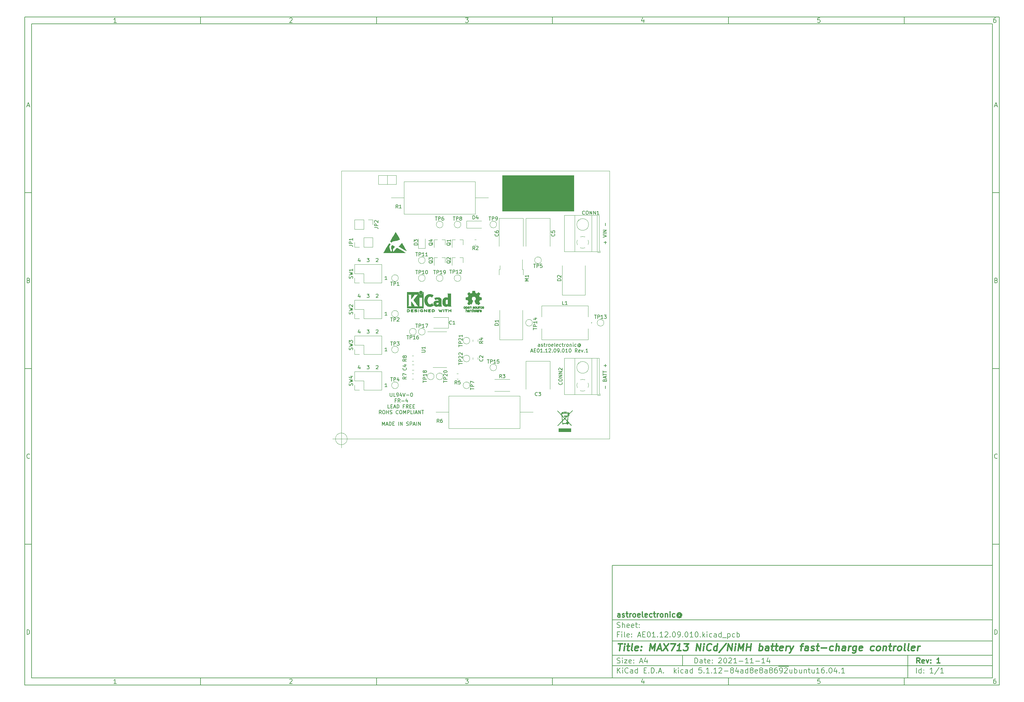
<source format=gbr>
%TF.GenerationSoftware,KiCad,Pcbnew,5.1.12-84ad8e8a86~92~ubuntu16.04.1*%
%TF.CreationDate,2021-11-14T14:14:53+01:00*%
%TF.ProjectId,AE01.12.09.010,41453031-2e31-4322-9e30-392e3031302e,1*%
%TF.SameCoordinates,Original*%
%TF.FileFunction,Legend,Top*%
%TF.FilePolarity,Positive*%
%FSLAX46Y46*%
G04 Gerber Fmt 4.6, Leading zero omitted, Abs format (unit mm)*
G04 Created by KiCad (PCBNEW 5.1.12-84ad8e8a86~92~ubuntu16.04.1) date 2021-11-14 14:14:53*
%MOMM*%
%LPD*%
G01*
G04 APERTURE LIST*
%ADD10C,0.100000*%
%ADD11C,0.150000*%
%ADD12C,0.300000*%
%ADD13C,0.400000*%
%ADD14C,0.120000*%
%TA.AperFunction,Profile*%
%ADD15C,0.050000*%
%TD*%
%ADD16C,0.010000*%
G04 APERTURE END LIST*
D10*
D11*
X177002200Y-166007200D02*
X177002200Y-198007200D01*
X285002200Y-198007200D01*
X285002200Y-166007200D01*
X177002200Y-166007200D01*
D10*
D11*
X10000000Y-10000000D02*
X10000000Y-200007200D01*
X287002200Y-200007200D01*
X287002200Y-10000000D01*
X10000000Y-10000000D01*
D10*
D11*
X12000000Y-12000000D02*
X12000000Y-198007200D01*
X285002200Y-198007200D01*
X285002200Y-12000000D01*
X12000000Y-12000000D01*
D10*
D11*
X60000000Y-12000000D02*
X60000000Y-10000000D01*
D10*
D11*
X110000000Y-12000000D02*
X110000000Y-10000000D01*
D10*
D11*
X160000000Y-12000000D02*
X160000000Y-10000000D01*
D10*
D11*
X210000000Y-12000000D02*
X210000000Y-10000000D01*
D10*
D11*
X260000000Y-12000000D02*
X260000000Y-10000000D01*
D10*
D11*
X36065476Y-11588095D02*
X35322619Y-11588095D01*
X35694047Y-11588095D02*
X35694047Y-10288095D01*
X35570238Y-10473809D01*
X35446428Y-10597619D01*
X35322619Y-10659523D01*
D10*
D11*
X85322619Y-10411904D02*
X85384523Y-10350000D01*
X85508333Y-10288095D01*
X85817857Y-10288095D01*
X85941666Y-10350000D01*
X86003571Y-10411904D01*
X86065476Y-10535714D01*
X86065476Y-10659523D01*
X86003571Y-10845238D01*
X85260714Y-11588095D01*
X86065476Y-11588095D01*
D10*
D11*
X135260714Y-10288095D02*
X136065476Y-10288095D01*
X135632142Y-10783333D01*
X135817857Y-10783333D01*
X135941666Y-10845238D01*
X136003571Y-10907142D01*
X136065476Y-11030952D01*
X136065476Y-11340476D01*
X136003571Y-11464285D01*
X135941666Y-11526190D01*
X135817857Y-11588095D01*
X135446428Y-11588095D01*
X135322619Y-11526190D01*
X135260714Y-11464285D01*
D10*
D11*
X185941666Y-10721428D02*
X185941666Y-11588095D01*
X185632142Y-10226190D02*
X185322619Y-11154761D01*
X186127380Y-11154761D01*
D10*
D11*
X236003571Y-10288095D02*
X235384523Y-10288095D01*
X235322619Y-10907142D01*
X235384523Y-10845238D01*
X235508333Y-10783333D01*
X235817857Y-10783333D01*
X235941666Y-10845238D01*
X236003571Y-10907142D01*
X236065476Y-11030952D01*
X236065476Y-11340476D01*
X236003571Y-11464285D01*
X235941666Y-11526190D01*
X235817857Y-11588095D01*
X235508333Y-11588095D01*
X235384523Y-11526190D01*
X235322619Y-11464285D01*
D10*
D11*
X285941666Y-10288095D02*
X285694047Y-10288095D01*
X285570238Y-10350000D01*
X285508333Y-10411904D01*
X285384523Y-10597619D01*
X285322619Y-10845238D01*
X285322619Y-11340476D01*
X285384523Y-11464285D01*
X285446428Y-11526190D01*
X285570238Y-11588095D01*
X285817857Y-11588095D01*
X285941666Y-11526190D01*
X286003571Y-11464285D01*
X286065476Y-11340476D01*
X286065476Y-11030952D01*
X286003571Y-10907142D01*
X285941666Y-10845238D01*
X285817857Y-10783333D01*
X285570238Y-10783333D01*
X285446428Y-10845238D01*
X285384523Y-10907142D01*
X285322619Y-11030952D01*
D10*
D11*
X60000000Y-198007200D02*
X60000000Y-200007200D01*
D10*
D11*
X110000000Y-198007200D02*
X110000000Y-200007200D01*
D10*
D11*
X160000000Y-198007200D02*
X160000000Y-200007200D01*
D10*
D11*
X210000000Y-198007200D02*
X210000000Y-200007200D01*
D10*
D11*
X260000000Y-198007200D02*
X260000000Y-200007200D01*
D10*
D11*
X36065476Y-199595295D02*
X35322619Y-199595295D01*
X35694047Y-199595295D02*
X35694047Y-198295295D01*
X35570238Y-198481009D01*
X35446428Y-198604819D01*
X35322619Y-198666723D01*
D10*
D11*
X85322619Y-198419104D02*
X85384523Y-198357200D01*
X85508333Y-198295295D01*
X85817857Y-198295295D01*
X85941666Y-198357200D01*
X86003571Y-198419104D01*
X86065476Y-198542914D01*
X86065476Y-198666723D01*
X86003571Y-198852438D01*
X85260714Y-199595295D01*
X86065476Y-199595295D01*
D10*
D11*
X135260714Y-198295295D02*
X136065476Y-198295295D01*
X135632142Y-198790533D01*
X135817857Y-198790533D01*
X135941666Y-198852438D01*
X136003571Y-198914342D01*
X136065476Y-199038152D01*
X136065476Y-199347676D01*
X136003571Y-199471485D01*
X135941666Y-199533390D01*
X135817857Y-199595295D01*
X135446428Y-199595295D01*
X135322619Y-199533390D01*
X135260714Y-199471485D01*
D10*
D11*
X185941666Y-198728628D02*
X185941666Y-199595295D01*
X185632142Y-198233390D02*
X185322619Y-199161961D01*
X186127380Y-199161961D01*
D10*
D11*
X236003571Y-198295295D02*
X235384523Y-198295295D01*
X235322619Y-198914342D01*
X235384523Y-198852438D01*
X235508333Y-198790533D01*
X235817857Y-198790533D01*
X235941666Y-198852438D01*
X236003571Y-198914342D01*
X236065476Y-199038152D01*
X236065476Y-199347676D01*
X236003571Y-199471485D01*
X235941666Y-199533390D01*
X235817857Y-199595295D01*
X235508333Y-199595295D01*
X235384523Y-199533390D01*
X235322619Y-199471485D01*
D10*
D11*
X285941666Y-198295295D02*
X285694047Y-198295295D01*
X285570238Y-198357200D01*
X285508333Y-198419104D01*
X285384523Y-198604819D01*
X285322619Y-198852438D01*
X285322619Y-199347676D01*
X285384523Y-199471485D01*
X285446428Y-199533390D01*
X285570238Y-199595295D01*
X285817857Y-199595295D01*
X285941666Y-199533390D01*
X286003571Y-199471485D01*
X286065476Y-199347676D01*
X286065476Y-199038152D01*
X286003571Y-198914342D01*
X285941666Y-198852438D01*
X285817857Y-198790533D01*
X285570238Y-198790533D01*
X285446428Y-198852438D01*
X285384523Y-198914342D01*
X285322619Y-199038152D01*
D10*
D11*
X10000000Y-60000000D02*
X12000000Y-60000000D01*
D10*
D11*
X10000000Y-110000000D02*
X12000000Y-110000000D01*
D10*
D11*
X10000000Y-160000000D02*
X12000000Y-160000000D01*
D10*
D11*
X10690476Y-35216666D02*
X11309523Y-35216666D01*
X10566666Y-35588095D02*
X11000000Y-34288095D01*
X11433333Y-35588095D01*
D10*
D11*
X11092857Y-84907142D02*
X11278571Y-84969047D01*
X11340476Y-85030952D01*
X11402380Y-85154761D01*
X11402380Y-85340476D01*
X11340476Y-85464285D01*
X11278571Y-85526190D01*
X11154761Y-85588095D01*
X10659523Y-85588095D01*
X10659523Y-84288095D01*
X11092857Y-84288095D01*
X11216666Y-84350000D01*
X11278571Y-84411904D01*
X11340476Y-84535714D01*
X11340476Y-84659523D01*
X11278571Y-84783333D01*
X11216666Y-84845238D01*
X11092857Y-84907142D01*
X10659523Y-84907142D01*
D10*
D11*
X11402380Y-135464285D02*
X11340476Y-135526190D01*
X11154761Y-135588095D01*
X11030952Y-135588095D01*
X10845238Y-135526190D01*
X10721428Y-135402380D01*
X10659523Y-135278571D01*
X10597619Y-135030952D01*
X10597619Y-134845238D01*
X10659523Y-134597619D01*
X10721428Y-134473809D01*
X10845238Y-134350000D01*
X11030952Y-134288095D01*
X11154761Y-134288095D01*
X11340476Y-134350000D01*
X11402380Y-134411904D01*
D10*
D11*
X10659523Y-185588095D02*
X10659523Y-184288095D01*
X10969047Y-184288095D01*
X11154761Y-184350000D01*
X11278571Y-184473809D01*
X11340476Y-184597619D01*
X11402380Y-184845238D01*
X11402380Y-185030952D01*
X11340476Y-185278571D01*
X11278571Y-185402380D01*
X11154761Y-185526190D01*
X10969047Y-185588095D01*
X10659523Y-185588095D01*
D10*
D11*
X287002200Y-60000000D02*
X285002200Y-60000000D01*
D10*
D11*
X287002200Y-110000000D02*
X285002200Y-110000000D01*
D10*
D11*
X287002200Y-160000000D02*
X285002200Y-160000000D01*
D10*
D11*
X285692676Y-35216666D02*
X286311723Y-35216666D01*
X285568866Y-35588095D02*
X286002200Y-34288095D01*
X286435533Y-35588095D01*
D10*
D11*
X286095057Y-84907142D02*
X286280771Y-84969047D01*
X286342676Y-85030952D01*
X286404580Y-85154761D01*
X286404580Y-85340476D01*
X286342676Y-85464285D01*
X286280771Y-85526190D01*
X286156961Y-85588095D01*
X285661723Y-85588095D01*
X285661723Y-84288095D01*
X286095057Y-84288095D01*
X286218866Y-84350000D01*
X286280771Y-84411904D01*
X286342676Y-84535714D01*
X286342676Y-84659523D01*
X286280771Y-84783333D01*
X286218866Y-84845238D01*
X286095057Y-84907142D01*
X285661723Y-84907142D01*
D10*
D11*
X286404580Y-135464285D02*
X286342676Y-135526190D01*
X286156961Y-135588095D01*
X286033152Y-135588095D01*
X285847438Y-135526190D01*
X285723628Y-135402380D01*
X285661723Y-135278571D01*
X285599819Y-135030952D01*
X285599819Y-134845238D01*
X285661723Y-134597619D01*
X285723628Y-134473809D01*
X285847438Y-134350000D01*
X286033152Y-134288095D01*
X286156961Y-134288095D01*
X286342676Y-134350000D01*
X286404580Y-134411904D01*
D10*
D11*
X285661723Y-185588095D02*
X285661723Y-184288095D01*
X285971247Y-184288095D01*
X286156961Y-184350000D01*
X286280771Y-184473809D01*
X286342676Y-184597619D01*
X286404580Y-184845238D01*
X286404580Y-185030952D01*
X286342676Y-185278571D01*
X286280771Y-185402380D01*
X286156961Y-185526190D01*
X285971247Y-185588095D01*
X285661723Y-185588095D01*
D10*
D11*
X200434342Y-193785771D02*
X200434342Y-192285771D01*
X200791485Y-192285771D01*
X201005771Y-192357200D01*
X201148628Y-192500057D01*
X201220057Y-192642914D01*
X201291485Y-192928628D01*
X201291485Y-193142914D01*
X201220057Y-193428628D01*
X201148628Y-193571485D01*
X201005771Y-193714342D01*
X200791485Y-193785771D01*
X200434342Y-193785771D01*
X202577200Y-193785771D02*
X202577200Y-193000057D01*
X202505771Y-192857200D01*
X202362914Y-192785771D01*
X202077200Y-192785771D01*
X201934342Y-192857200D01*
X202577200Y-193714342D02*
X202434342Y-193785771D01*
X202077200Y-193785771D01*
X201934342Y-193714342D01*
X201862914Y-193571485D01*
X201862914Y-193428628D01*
X201934342Y-193285771D01*
X202077200Y-193214342D01*
X202434342Y-193214342D01*
X202577200Y-193142914D01*
X203077200Y-192785771D02*
X203648628Y-192785771D01*
X203291485Y-192285771D02*
X203291485Y-193571485D01*
X203362914Y-193714342D01*
X203505771Y-193785771D01*
X203648628Y-193785771D01*
X204720057Y-193714342D02*
X204577200Y-193785771D01*
X204291485Y-193785771D01*
X204148628Y-193714342D01*
X204077200Y-193571485D01*
X204077200Y-193000057D01*
X204148628Y-192857200D01*
X204291485Y-192785771D01*
X204577200Y-192785771D01*
X204720057Y-192857200D01*
X204791485Y-193000057D01*
X204791485Y-193142914D01*
X204077200Y-193285771D01*
X205434342Y-193642914D02*
X205505771Y-193714342D01*
X205434342Y-193785771D01*
X205362914Y-193714342D01*
X205434342Y-193642914D01*
X205434342Y-193785771D01*
X205434342Y-192857200D02*
X205505771Y-192928628D01*
X205434342Y-193000057D01*
X205362914Y-192928628D01*
X205434342Y-192857200D01*
X205434342Y-193000057D01*
X207220057Y-192428628D02*
X207291485Y-192357200D01*
X207434342Y-192285771D01*
X207791485Y-192285771D01*
X207934342Y-192357200D01*
X208005771Y-192428628D01*
X208077200Y-192571485D01*
X208077200Y-192714342D01*
X208005771Y-192928628D01*
X207148628Y-193785771D01*
X208077200Y-193785771D01*
X209005771Y-192285771D02*
X209148628Y-192285771D01*
X209291485Y-192357200D01*
X209362914Y-192428628D01*
X209434342Y-192571485D01*
X209505771Y-192857200D01*
X209505771Y-193214342D01*
X209434342Y-193500057D01*
X209362914Y-193642914D01*
X209291485Y-193714342D01*
X209148628Y-193785771D01*
X209005771Y-193785771D01*
X208862914Y-193714342D01*
X208791485Y-193642914D01*
X208720057Y-193500057D01*
X208648628Y-193214342D01*
X208648628Y-192857200D01*
X208720057Y-192571485D01*
X208791485Y-192428628D01*
X208862914Y-192357200D01*
X209005771Y-192285771D01*
X210077200Y-192428628D02*
X210148628Y-192357200D01*
X210291485Y-192285771D01*
X210648628Y-192285771D01*
X210791485Y-192357200D01*
X210862914Y-192428628D01*
X210934342Y-192571485D01*
X210934342Y-192714342D01*
X210862914Y-192928628D01*
X210005771Y-193785771D01*
X210934342Y-193785771D01*
X212362914Y-193785771D02*
X211505771Y-193785771D01*
X211934342Y-193785771D02*
X211934342Y-192285771D01*
X211791485Y-192500057D01*
X211648628Y-192642914D01*
X211505771Y-192714342D01*
X213005771Y-193214342D02*
X214148628Y-193214342D01*
X215648628Y-193785771D02*
X214791485Y-193785771D01*
X215220057Y-193785771D02*
X215220057Y-192285771D01*
X215077200Y-192500057D01*
X214934342Y-192642914D01*
X214791485Y-192714342D01*
X217077200Y-193785771D02*
X216220057Y-193785771D01*
X216648628Y-193785771D02*
X216648628Y-192285771D01*
X216505771Y-192500057D01*
X216362914Y-192642914D01*
X216220057Y-192714342D01*
X217720057Y-193214342D02*
X218862914Y-193214342D01*
X220362914Y-193785771D02*
X219505771Y-193785771D01*
X219934342Y-193785771D02*
X219934342Y-192285771D01*
X219791485Y-192500057D01*
X219648628Y-192642914D01*
X219505771Y-192714342D01*
X221648628Y-192785771D02*
X221648628Y-193785771D01*
X221291485Y-192214342D02*
X220934342Y-193285771D01*
X221862914Y-193285771D01*
D10*
D11*
X177002200Y-194507200D02*
X285002200Y-194507200D01*
D10*
D11*
X178434342Y-196585771D02*
X178434342Y-195085771D01*
X179291485Y-196585771D02*
X178648628Y-195728628D01*
X179291485Y-195085771D02*
X178434342Y-195942914D01*
X179934342Y-196585771D02*
X179934342Y-195585771D01*
X179934342Y-195085771D02*
X179862914Y-195157200D01*
X179934342Y-195228628D01*
X180005771Y-195157200D01*
X179934342Y-195085771D01*
X179934342Y-195228628D01*
X181505771Y-196442914D02*
X181434342Y-196514342D01*
X181220057Y-196585771D01*
X181077200Y-196585771D01*
X180862914Y-196514342D01*
X180720057Y-196371485D01*
X180648628Y-196228628D01*
X180577200Y-195942914D01*
X180577200Y-195728628D01*
X180648628Y-195442914D01*
X180720057Y-195300057D01*
X180862914Y-195157200D01*
X181077200Y-195085771D01*
X181220057Y-195085771D01*
X181434342Y-195157200D01*
X181505771Y-195228628D01*
X182791485Y-196585771D02*
X182791485Y-195800057D01*
X182720057Y-195657200D01*
X182577200Y-195585771D01*
X182291485Y-195585771D01*
X182148628Y-195657200D01*
X182791485Y-196514342D02*
X182648628Y-196585771D01*
X182291485Y-196585771D01*
X182148628Y-196514342D01*
X182077200Y-196371485D01*
X182077200Y-196228628D01*
X182148628Y-196085771D01*
X182291485Y-196014342D01*
X182648628Y-196014342D01*
X182791485Y-195942914D01*
X184148628Y-196585771D02*
X184148628Y-195085771D01*
X184148628Y-196514342D02*
X184005771Y-196585771D01*
X183720057Y-196585771D01*
X183577200Y-196514342D01*
X183505771Y-196442914D01*
X183434342Y-196300057D01*
X183434342Y-195871485D01*
X183505771Y-195728628D01*
X183577200Y-195657200D01*
X183720057Y-195585771D01*
X184005771Y-195585771D01*
X184148628Y-195657200D01*
X186005771Y-195800057D02*
X186505771Y-195800057D01*
X186720057Y-196585771D02*
X186005771Y-196585771D01*
X186005771Y-195085771D01*
X186720057Y-195085771D01*
X187362914Y-196442914D02*
X187434342Y-196514342D01*
X187362914Y-196585771D01*
X187291485Y-196514342D01*
X187362914Y-196442914D01*
X187362914Y-196585771D01*
X188077200Y-196585771D02*
X188077200Y-195085771D01*
X188434342Y-195085771D01*
X188648628Y-195157200D01*
X188791485Y-195300057D01*
X188862914Y-195442914D01*
X188934342Y-195728628D01*
X188934342Y-195942914D01*
X188862914Y-196228628D01*
X188791485Y-196371485D01*
X188648628Y-196514342D01*
X188434342Y-196585771D01*
X188077200Y-196585771D01*
X189577200Y-196442914D02*
X189648628Y-196514342D01*
X189577200Y-196585771D01*
X189505771Y-196514342D01*
X189577200Y-196442914D01*
X189577200Y-196585771D01*
X190220057Y-196157200D02*
X190934342Y-196157200D01*
X190077200Y-196585771D02*
X190577200Y-195085771D01*
X191077200Y-196585771D01*
X191577200Y-196442914D02*
X191648628Y-196514342D01*
X191577200Y-196585771D01*
X191505771Y-196514342D01*
X191577200Y-196442914D01*
X191577200Y-196585771D01*
X194577200Y-196585771D02*
X194577200Y-195085771D01*
X194720057Y-196014342D02*
X195148628Y-196585771D01*
X195148628Y-195585771D02*
X194577200Y-196157200D01*
X195791485Y-196585771D02*
X195791485Y-195585771D01*
X195791485Y-195085771D02*
X195720057Y-195157200D01*
X195791485Y-195228628D01*
X195862914Y-195157200D01*
X195791485Y-195085771D01*
X195791485Y-195228628D01*
X197148628Y-196514342D02*
X197005771Y-196585771D01*
X196720057Y-196585771D01*
X196577200Y-196514342D01*
X196505771Y-196442914D01*
X196434342Y-196300057D01*
X196434342Y-195871485D01*
X196505771Y-195728628D01*
X196577200Y-195657200D01*
X196720057Y-195585771D01*
X197005771Y-195585771D01*
X197148628Y-195657200D01*
X198434342Y-196585771D02*
X198434342Y-195800057D01*
X198362914Y-195657200D01*
X198220057Y-195585771D01*
X197934342Y-195585771D01*
X197791485Y-195657200D01*
X198434342Y-196514342D02*
X198291485Y-196585771D01*
X197934342Y-196585771D01*
X197791485Y-196514342D01*
X197720057Y-196371485D01*
X197720057Y-196228628D01*
X197791485Y-196085771D01*
X197934342Y-196014342D01*
X198291485Y-196014342D01*
X198434342Y-195942914D01*
X199791485Y-196585771D02*
X199791485Y-195085771D01*
X199791485Y-196514342D02*
X199648628Y-196585771D01*
X199362914Y-196585771D01*
X199220057Y-196514342D01*
X199148628Y-196442914D01*
X199077200Y-196300057D01*
X199077200Y-195871485D01*
X199148628Y-195728628D01*
X199220057Y-195657200D01*
X199362914Y-195585771D01*
X199648628Y-195585771D01*
X199791485Y-195657200D01*
X202362914Y-195085771D02*
X201648628Y-195085771D01*
X201577200Y-195800057D01*
X201648628Y-195728628D01*
X201791485Y-195657200D01*
X202148628Y-195657200D01*
X202291485Y-195728628D01*
X202362914Y-195800057D01*
X202434342Y-195942914D01*
X202434342Y-196300057D01*
X202362914Y-196442914D01*
X202291485Y-196514342D01*
X202148628Y-196585771D01*
X201791485Y-196585771D01*
X201648628Y-196514342D01*
X201577200Y-196442914D01*
X203077200Y-196442914D02*
X203148628Y-196514342D01*
X203077200Y-196585771D01*
X203005771Y-196514342D01*
X203077200Y-196442914D01*
X203077200Y-196585771D01*
X204577200Y-196585771D02*
X203720057Y-196585771D01*
X204148628Y-196585771D02*
X204148628Y-195085771D01*
X204005771Y-195300057D01*
X203862914Y-195442914D01*
X203720057Y-195514342D01*
X205220057Y-196442914D02*
X205291485Y-196514342D01*
X205220057Y-196585771D01*
X205148628Y-196514342D01*
X205220057Y-196442914D01*
X205220057Y-196585771D01*
X206720057Y-196585771D02*
X205862914Y-196585771D01*
X206291485Y-196585771D02*
X206291485Y-195085771D01*
X206148628Y-195300057D01*
X206005771Y-195442914D01*
X205862914Y-195514342D01*
X207291485Y-195228628D02*
X207362914Y-195157200D01*
X207505771Y-195085771D01*
X207862914Y-195085771D01*
X208005771Y-195157200D01*
X208077200Y-195228628D01*
X208148628Y-195371485D01*
X208148628Y-195514342D01*
X208077200Y-195728628D01*
X207220057Y-196585771D01*
X208148628Y-196585771D01*
X208791485Y-196014342D02*
X209934342Y-196014342D01*
X210862914Y-195728628D02*
X210720057Y-195657200D01*
X210648628Y-195585771D01*
X210577200Y-195442914D01*
X210577200Y-195371485D01*
X210648628Y-195228628D01*
X210720057Y-195157200D01*
X210862914Y-195085771D01*
X211148628Y-195085771D01*
X211291485Y-195157200D01*
X211362914Y-195228628D01*
X211434342Y-195371485D01*
X211434342Y-195442914D01*
X211362914Y-195585771D01*
X211291485Y-195657200D01*
X211148628Y-195728628D01*
X210862914Y-195728628D01*
X210720057Y-195800057D01*
X210648628Y-195871485D01*
X210577200Y-196014342D01*
X210577200Y-196300057D01*
X210648628Y-196442914D01*
X210720057Y-196514342D01*
X210862914Y-196585771D01*
X211148628Y-196585771D01*
X211291485Y-196514342D01*
X211362914Y-196442914D01*
X211434342Y-196300057D01*
X211434342Y-196014342D01*
X211362914Y-195871485D01*
X211291485Y-195800057D01*
X211148628Y-195728628D01*
X212720057Y-195585771D02*
X212720057Y-196585771D01*
X212362914Y-195014342D02*
X212005771Y-196085771D01*
X212934342Y-196085771D01*
X214148628Y-196585771D02*
X214148628Y-195800057D01*
X214077200Y-195657200D01*
X213934342Y-195585771D01*
X213648628Y-195585771D01*
X213505771Y-195657200D01*
X214148628Y-196514342D02*
X214005771Y-196585771D01*
X213648628Y-196585771D01*
X213505771Y-196514342D01*
X213434342Y-196371485D01*
X213434342Y-196228628D01*
X213505771Y-196085771D01*
X213648628Y-196014342D01*
X214005771Y-196014342D01*
X214148628Y-195942914D01*
X215505771Y-196585771D02*
X215505771Y-195085771D01*
X215505771Y-196514342D02*
X215362914Y-196585771D01*
X215077200Y-196585771D01*
X214934342Y-196514342D01*
X214862914Y-196442914D01*
X214791485Y-196300057D01*
X214791485Y-195871485D01*
X214862914Y-195728628D01*
X214934342Y-195657200D01*
X215077200Y-195585771D01*
X215362914Y-195585771D01*
X215505771Y-195657200D01*
X216434342Y-195728628D02*
X216291485Y-195657200D01*
X216220057Y-195585771D01*
X216148628Y-195442914D01*
X216148628Y-195371485D01*
X216220057Y-195228628D01*
X216291485Y-195157200D01*
X216434342Y-195085771D01*
X216720057Y-195085771D01*
X216862914Y-195157200D01*
X216934342Y-195228628D01*
X217005771Y-195371485D01*
X217005771Y-195442914D01*
X216934342Y-195585771D01*
X216862914Y-195657200D01*
X216720057Y-195728628D01*
X216434342Y-195728628D01*
X216291485Y-195800057D01*
X216220057Y-195871485D01*
X216148628Y-196014342D01*
X216148628Y-196300057D01*
X216220057Y-196442914D01*
X216291485Y-196514342D01*
X216434342Y-196585771D01*
X216720057Y-196585771D01*
X216862914Y-196514342D01*
X216934342Y-196442914D01*
X217005771Y-196300057D01*
X217005771Y-196014342D01*
X216934342Y-195871485D01*
X216862914Y-195800057D01*
X216720057Y-195728628D01*
X218220057Y-196514342D02*
X218077200Y-196585771D01*
X217791485Y-196585771D01*
X217648628Y-196514342D01*
X217577200Y-196371485D01*
X217577200Y-195800057D01*
X217648628Y-195657200D01*
X217791485Y-195585771D01*
X218077200Y-195585771D01*
X218220057Y-195657200D01*
X218291485Y-195800057D01*
X218291485Y-195942914D01*
X217577200Y-196085771D01*
X219148628Y-195728628D02*
X219005771Y-195657200D01*
X218934342Y-195585771D01*
X218862914Y-195442914D01*
X218862914Y-195371485D01*
X218934342Y-195228628D01*
X219005771Y-195157200D01*
X219148628Y-195085771D01*
X219434342Y-195085771D01*
X219577200Y-195157200D01*
X219648628Y-195228628D01*
X219720057Y-195371485D01*
X219720057Y-195442914D01*
X219648628Y-195585771D01*
X219577200Y-195657200D01*
X219434342Y-195728628D01*
X219148628Y-195728628D01*
X219005771Y-195800057D01*
X218934342Y-195871485D01*
X218862914Y-196014342D01*
X218862914Y-196300057D01*
X218934342Y-196442914D01*
X219005771Y-196514342D01*
X219148628Y-196585771D01*
X219434342Y-196585771D01*
X219577200Y-196514342D01*
X219648628Y-196442914D01*
X219720057Y-196300057D01*
X219720057Y-196014342D01*
X219648628Y-195871485D01*
X219577200Y-195800057D01*
X219434342Y-195728628D01*
X221005771Y-196585771D02*
X221005771Y-195800057D01*
X220934342Y-195657200D01*
X220791485Y-195585771D01*
X220505771Y-195585771D01*
X220362914Y-195657200D01*
X221005771Y-196514342D02*
X220862914Y-196585771D01*
X220505771Y-196585771D01*
X220362914Y-196514342D01*
X220291485Y-196371485D01*
X220291485Y-196228628D01*
X220362914Y-196085771D01*
X220505771Y-196014342D01*
X220862914Y-196014342D01*
X221005771Y-195942914D01*
X221934342Y-195728628D02*
X221791485Y-195657200D01*
X221720057Y-195585771D01*
X221648628Y-195442914D01*
X221648628Y-195371485D01*
X221720057Y-195228628D01*
X221791485Y-195157200D01*
X221934342Y-195085771D01*
X222220057Y-195085771D01*
X222362914Y-195157200D01*
X222434342Y-195228628D01*
X222505771Y-195371485D01*
X222505771Y-195442914D01*
X222434342Y-195585771D01*
X222362914Y-195657200D01*
X222220057Y-195728628D01*
X221934342Y-195728628D01*
X221791485Y-195800057D01*
X221720057Y-195871485D01*
X221648628Y-196014342D01*
X221648628Y-196300057D01*
X221720057Y-196442914D01*
X221791485Y-196514342D01*
X221934342Y-196585771D01*
X222220057Y-196585771D01*
X222362914Y-196514342D01*
X222434342Y-196442914D01*
X222505771Y-196300057D01*
X222505771Y-196014342D01*
X222434342Y-195871485D01*
X222362914Y-195800057D01*
X222220057Y-195728628D01*
X223791485Y-195085771D02*
X223505771Y-195085771D01*
X223362914Y-195157200D01*
X223291485Y-195228628D01*
X223148628Y-195442914D01*
X223077200Y-195728628D01*
X223077200Y-196300057D01*
X223148628Y-196442914D01*
X223220057Y-196514342D01*
X223362914Y-196585771D01*
X223648628Y-196585771D01*
X223791485Y-196514342D01*
X223862914Y-196442914D01*
X223934342Y-196300057D01*
X223934342Y-195942914D01*
X223862914Y-195800057D01*
X223791485Y-195728628D01*
X223648628Y-195657200D01*
X223362914Y-195657200D01*
X223220057Y-195728628D01*
X223148628Y-195800057D01*
X223077200Y-195942914D01*
X224220057Y-194677200D02*
X225648628Y-194677200D01*
X224648628Y-196585771D02*
X224934342Y-196585771D01*
X225077200Y-196514342D01*
X225148628Y-196442914D01*
X225291485Y-196228628D01*
X225362914Y-195942914D01*
X225362914Y-195371485D01*
X225291485Y-195228628D01*
X225220057Y-195157200D01*
X225077200Y-195085771D01*
X224791485Y-195085771D01*
X224648628Y-195157200D01*
X224577200Y-195228628D01*
X224505771Y-195371485D01*
X224505771Y-195728628D01*
X224577200Y-195871485D01*
X224648628Y-195942914D01*
X224791485Y-196014342D01*
X225077200Y-196014342D01*
X225220057Y-195942914D01*
X225291485Y-195871485D01*
X225362914Y-195728628D01*
X225648628Y-194677200D02*
X227077199Y-194677200D01*
X225934342Y-195228628D02*
X226005771Y-195157200D01*
X226148628Y-195085771D01*
X226505771Y-195085771D01*
X226648628Y-195157200D01*
X226720057Y-195228628D01*
X226791485Y-195371485D01*
X226791485Y-195514342D01*
X226720057Y-195728628D01*
X225862914Y-196585771D01*
X226791485Y-196585771D01*
X228077199Y-195585771D02*
X228077199Y-196585771D01*
X227434342Y-195585771D02*
X227434342Y-196371485D01*
X227505771Y-196514342D01*
X227648628Y-196585771D01*
X227862914Y-196585771D01*
X228005771Y-196514342D01*
X228077199Y-196442914D01*
X228791485Y-196585771D02*
X228791485Y-195085771D01*
X228791485Y-195657200D02*
X228934342Y-195585771D01*
X229220057Y-195585771D01*
X229362914Y-195657200D01*
X229434342Y-195728628D01*
X229505771Y-195871485D01*
X229505771Y-196300057D01*
X229434342Y-196442914D01*
X229362914Y-196514342D01*
X229220057Y-196585771D01*
X228934342Y-196585771D01*
X228791485Y-196514342D01*
X230791485Y-195585771D02*
X230791485Y-196585771D01*
X230148628Y-195585771D02*
X230148628Y-196371485D01*
X230220057Y-196514342D01*
X230362914Y-196585771D01*
X230577199Y-196585771D01*
X230720057Y-196514342D01*
X230791485Y-196442914D01*
X231505771Y-195585771D02*
X231505771Y-196585771D01*
X231505771Y-195728628D02*
X231577199Y-195657200D01*
X231720057Y-195585771D01*
X231934342Y-195585771D01*
X232077199Y-195657200D01*
X232148628Y-195800057D01*
X232148628Y-196585771D01*
X232648628Y-195585771D02*
X233220057Y-195585771D01*
X232862914Y-195085771D02*
X232862914Y-196371485D01*
X232934342Y-196514342D01*
X233077200Y-196585771D01*
X233220057Y-196585771D01*
X234362914Y-195585771D02*
X234362914Y-196585771D01*
X233720057Y-195585771D02*
X233720057Y-196371485D01*
X233791485Y-196514342D01*
X233934342Y-196585771D01*
X234148628Y-196585771D01*
X234291485Y-196514342D01*
X234362914Y-196442914D01*
X235862914Y-196585771D02*
X235005771Y-196585771D01*
X235434342Y-196585771D02*
X235434342Y-195085771D01*
X235291485Y-195300057D01*
X235148628Y-195442914D01*
X235005771Y-195514342D01*
X237148628Y-195085771D02*
X236862914Y-195085771D01*
X236720057Y-195157200D01*
X236648628Y-195228628D01*
X236505771Y-195442914D01*
X236434342Y-195728628D01*
X236434342Y-196300057D01*
X236505771Y-196442914D01*
X236577199Y-196514342D01*
X236720057Y-196585771D01*
X237005771Y-196585771D01*
X237148628Y-196514342D01*
X237220057Y-196442914D01*
X237291485Y-196300057D01*
X237291485Y-195942914D01*
X237220057Y-195800057D01*
X237148628Y-195728628D01*
X237005771Y-195657200D01*
X236720057Y-195657200D01*
X236577199Y-195728628D01*
X236505771Y-195800057D01*
X236434342Y-195942914D01*
X237934342Y-196442914D02*
X238005771Y-196514342D01*
X237934342Y-196585771D01*
X237862914Y-196514342D01*
X237934342Y-196442914D01*
X237934342Y-196585771D01*
X238934342Y-195085771D02*
X239077199Y-195085771D01*
X239220057Y-195157200D01*
X239291485Y-195228628D01*
X239362914Y-195371485D01*
X239434342Y-195657200D01*
X239434342Y-196014342D01*
X239362914Y-196300057D01*
X239291485Y-196442914D01*
X239220057Y-196514342D01*
X239077199Y-196585771D01*
X238934342Y-196585771D01*
X238791485Y-196514342D01*
X238720057Y-196442914D01*
X238648628Y-196300057D01*
X238577199Y-196014342D01*
X238577199Y-195657200D01*
X238648628Y-195371485D01*
X238720057Y-195228628D01*
X238791485Y-195157200D01*
X238934342Y-195085771D01*
X240720057Y-195585771D02*
X240720057Y-196585771D01*
X240362914Y-195014342D02*
X240005771Y-196085771D01*
X240934342Y-196085771D01*
X241505771Y-196442914D02*
X241577199Y-196514342D01*
X241505771Y-196585771D01*
X241434342Y-196514342D01*
X241505771Y-196442914D01*
X241505771Y-196585771D01*
X243005771Y-196585771D02*
X242148628Y-196585771D01*
X242577199Y-196585771D02*
X242577199Y-195085771D01*
X242434342Y-195300057D01*
X242291485Y-195442914D01*
X242148628Y-195514342D01*
D10*
D11*
X177002200Y-191507200D02*
X285002200Y-191507200D01*
D10*
D12*
X264411485Y-193785771D02*
X263911485Y-193071485D01*
X263554342Y-193785771D02*
X263554342Y-192285771D01*
X264125771Y-192285771D01*
X264268628Y-192357200D01*
X264340057Y-192428628D01*
X264411485Y-192571485D01*
X264411485Y-192785771D01*
X264340057Y-192928628D01*
X264268628Y-193000057D01*
X264125771Y-193071485D01*
X263554342Y-193071485D01*
X265625771Y-193714342D02*
X265482914Y-193785771D01*
X265197200Y-193785771D01*
X265054342Y-193714342D01*
X264982914Y-193571485D01*
X264982914Y-193000057D01*
X265054342Y-192857200D01*
X265197200Y-192785771D01*
X265482914Y-192785771D01*
X265625771Y-192857200D01*
X265697200Y-193000057D01*
X265697200Y-193142914D01*
X264982914Y-193285771D01*
X266197200Y-192785771D02*
X266554342Y-193785771D01*
X266911485Y-192785771D01*
X267482914Y-193642914D02*
X267554342Y-193714342D01*
X267482914Y-193785771D01*
X267411485Y-193714342D01*
X267482914Y-193642914D01*
X267482914Y-193785771D01*
X267482914Y-192857200D02*
X267554342Y-192928628D01*
X267482914Y-193000057D01*
X267411485Y-192928628D01*
X267482914Y-192857200D01*
X267482914Y-193000057D01*
X270125771Y-193785771D02*
X269268628Y-193785771D01*
X269697200Y-193785771D02*
X269697200Y-192285771D01*
X269554342Y-192500057D01*
X269411485Y-192642914D01*
X269268628Y-192714342D01*
D10*
D11*
X178362914Y-193714342D02*
X178577200Y-193785771D01*
X178934342Y-193785771D01*
X179077200Y-193714342D01*
X179148628Y-193642914D01*
X179220057Y-193500057D01*
X179220057Y-193357200D01*
X179148628Y-193214342D01*
X179077200Y-193142914D01*
X178934342Y-193071485D01*
X178648628Y-193000057D01*
X178505771Y-192928628D01*
X178434342Y-192857200D01*
X178362914Y-192714342D01*
X178362914Y-192571485D01*
X178434342Y-192428628D01*
X178505771Y-192357200D01*
X178648628Y-192285771D01*
X179005771Y-192285771D01*
X179220057Y-192357200D01*
X179862914Y-193785771D02*
X179862914Y-192785771D01*
X179862914Y-192285771D02*
X179791485Y-192357200D01*
X179862914Y-192428628D01*
X179934342Y-192357200D01*
X179862914Y-192285771D01*
X179862914Y-192428628D01*
X180434342Y-192785771D02*
X181220057Y-192785771D01*
X180434342Y-193785771D01*
X181220057Y-193785771D01*
X182362914Y-193714342D02*
X182220057Y-193785771D01*
X181934342Y-193785771D01*
X181791485Y-193714342D01*
X181720057Y-193571485D01*
X181720057Y-193000057D01*
X181791485Y-192857200D01*
X181934342Y-192785771D01*
X182220057Y-192785771D01*
X182362914Y-192857200D01*
X182434342Y-193000057D01*
X182434342Y-193142914D01*
X181720057Y-193285771D01*
X183077200Y-193642914D02*
X183148628Y-193714342D01*
X183077200Y-193785771D01*
X183005771Y-193714342D01*
X183077200Y-193642914D01*
X183077200Y-193785771D01*
X183077200Y-192857200D02*
X183148628Y-192928628D01*
X183077200Y-193000057D01*
X183005771Y-192928628D01*
X183077200Y-192857200D01*
X183077200Y-193000057D01*
X184862914Y-193357200D02*
X185577200Y-193357200D01*
X184720057Y-193785771D02*
X185220057Y-192285771D01*
X185720057Y-193785771D01*
X186862914Y-192785771D02*
X186862914Y-193785771D01*
X186505771Y-192214342D02*
X186148628Y-193285771D01*
X187077200Y-193285771D01*
D10*
D11*
X263434342Y-196585771D02*
X263434342Y-195085771D01*
X264791485Y-196585771D02*
X264791485Y-195085771D01*
X264791485Y-196514342D02*
X264648628Y-196585771D01*
X264362914Y-196585771D01*
X264220057Y-196514342D01*
X264148628Y-196442914D01*
X264077200Y-196300057D01*
X264077200Y-195871485D01*
X264148628Y-195728628D01*
X264220057Y-195657200D01*
X264362914Y-195585771D01*
X264648628Y-195585771D01*
X264791485Y-195657200D01*
X265505771Y-196442914D02*
X265577200Y-196514342D01*
X265505771Y-196585771D01*
X265434342Y-196514342D01*
X265505771Y-196442914D01*
X265505771Y-196585771D01*
X265505771Y-195657200D02*
X265577200Y-195728628D01*
X265505771Y-195800057D01*
X265434342Y-195728628D01*
X265505771Y-195657200D01*
X265505771Y-195800057D01*
X268148628Y-196585771D02*
X267291485Y-196585771D01*
X267720057Y-196585771D02*
X267720057Y-195085771D01*
X267577200Y-195300057D01*
X267434342Y-195442914D01*
X267291485Y-195514342D01*
X269862914Y-195014342D02*
X268577200Y-196942914D01*
X271148628Y-196585771D02*
X270291485Y-196585771D01*
X270720057Y-196585771D02*
X270720057Y-195085771D01*
X270577200Y-195300057D01*
X270434342Y-195442914D01*
X270291485Y-195514342D01*
D10*
D11*
X177002200Y-187507200D02*
X285002200Y-187507200D01*
D10*
D13*
X178714580Y-188211961D02*
X179857438Y-188211961D01*
X179036009Y-190211961D02*
X179286009Y-188211961D01*
X180274104Y-190211961D02*
X180440771Y-188878628D01*
X180524104Y-188211961D02*
X180416961Y-188307200D01*
X180500295Y-188402438D01*
X180607438Y-188307200D01*
X180524104Y-188211961D01*
X180500295Y-188402438D01*
X181107438Y-188878628D02*
X181869342Y-188878628D01*
X181476485Y-188211961D02*
X181262200Y-189926247D01*
X181333628Y-190116723D01*
X181512200Y-190211961D01*
X181702676Y-190211961D01*
X182655057Y-190211961D02*
X182476485Y-190116723D01*
X182405057Y-189926247D01*
X182619342Y-188211961D01*
X184190771Y-190116723D02*
X183988390Y-190211961D01*
X183607438Y-190211961D01*
X183428866Y-190116723D01*
X183357438Y-189926247D01*
X183452676Y-189164342D01*
X183571723Y-188973866D01*
X183774104Y-188878628D01*
X184155057Y-188878628D01*
X184333628Y-188973866D01*
X184405057Y-189164342D01*
X184381247Y-189354819D01*
X183405057Y-189545295D01*
X185155057Y-190021485D02*
X185238390Y-190116723D01*
X185131247Y-190211961D01*
X185047914Y-190116723D01*
X185155057Y-190021485D01*
X185131247Y-190211961D01*
X185286009Y-188973866D02*
X185369342Y-189069104D01*
X185262200Y-189164342D01*
X185178866Y-189069104D01*
X185286009Y-188973866D01*
X185262200Y-189164342D01*
X187607438Y-190211961D02*
X187857438Y-188211961D01*
X188345533Y-189640533D01*
X189190771Y-188211961D01*
X188940771Y-190211961D01*
X189869342Y-189640533D02*
X190821723Y-189640533D01*
X189607438Y-190211961D02*
X190524104Y-188211961D01*
X190940771Y-190211961D01*
X191666961Y-188211961D02*
X192750295Y-190211961D01*
X193000295Y-188211961D02*
X191416961Y-190211961D01*
X193571723Y-188211961D02*
X194905057Y-188211961D01*
X193797914Y-190211961D01*
X196464580Y-190211961D02*
X195321723Y-190211961D01*
X195893152Y-190211961D02*
X196143152Y-188211961D01*
X195916961Y-188497676D01*
X195702676Y-188688152D01*
X195500295Y-188783390D01*
X197381247Y-188211961D02*
X198619342Y-188211961D01*
X197857438Y-188973866D01*
X198143152Y-188973866D01*
X198321723Y-189069104D01*
X198405057Y-189164342D01*
X198476485Y-189354819D01*
X198416961Y-189831009D01*
X198297914Y-190021485D01*
X198190771Y-190116723D01*
X197988390Y-190211961D01*
X197416961Y-190211961D01*
X197238390Y-190116723D01*
X197155057Y-190021485D01*
X200750295Y-190211961D02*
X201000295Y-188211961D01*
X201893152Y-190211961D01*
X202143152Y-188211961D01*
X202845533Y-190211961D02*
X203012200Y-188878628D01*
X203095533Y-188211961D02*
X202988390Y-188307200D01*
X203071723Y-188402438D01*
X203178866Y-188307200D01*
X203095533Y-188211961D01*
X203071723Y-188402438D01*
X204964580Y-190021485D02*
X204857438Y-190116723D01*
X204559819Y-190211961D01*
X204369342Y-190211961D01*
X204095533Y-190116723D01*
X203928866Y-189926247D01*
X203857438Y-189735771D01*
X203809819Y-189354819D01*
X203845533Y-189069104D01*
X203988390Y-188688152D01*
X204107438Y-188497676D01*
X204321723Y-188307200D01*
X204619342Y-188211961D01*
X204809819Y-188211961D01*
X205083628Y-188307200D01*
X205166961Y-188402438D01*
X206655057Y-190211961D02*
X206905057Y-188211961D01*
X206666961Y-190116723D02*
X206464580Y-190211961D01*
X206083628Y-190211961D01*
X205905057Y-190116723D01*
X205821723Y-190021485D01*
X205750295Y-189831009D01*
X205821723Y-189259580D01*
X205940771Y-189069104D01*
X206047914Y-188973866D01*
X206250295Y-188878628D01*
X206631247Y-188878628D01*
X206809819Y-188973866D01*
X209297914Y-188116723D02*
X207262200Y-190688152D01*
X209702676Y-190211961D02*
X209952676Y-188211961D01*
X210845533Y-190211961D01*
X211095533Y-188211961D01*
X211797914Y-190211961D02*
X211964580Y-188878628D01*
X212047914Y-188211961D02*
X211940771Y-188307200D01*
X212024104Y-188402438D01*
X212131247Y-188307200D01*
X212047914Y-188211961D01*
X212024104Y-188402438D01*
X212750295Y-190211961D02*
X213000295Y-188211961D01*
X213488390Y-189640533D01*
X214333628Y-188211961D01*
X214083628Y-190211961D01*
X215036009Y-190211961D02*
X215286009Y-188211961D01*
X215166961Y-189164342D02*
X216309819Y-189164342D01*
X216178866Y-190211961D02*
X216428866Y-188211961D01*
X218655057Y-190211961D02*
X218905057Y-188211961D01*
X218809819Y-188973866D02*
X219012200Y-188878628D01*
X219393152Y-188878628D01*
X219571723Y-188973866D01*
X219655057Y-189069104D01*
X219726485Y-189259580D01*
X219655057Y-189831009D01*
X219536009Y-190021485D01*
X219428866Y-190116723D01*
X219226485Y-190211961D01*
X218845533Y-190211961D01*
X218666961Y-190116723D01*
X221321723Y-190211961D02*
X221452676Y-189164342D01*
X221381247Y-188973866D01*
X221202676Y-188878628D01*
X220821723Y-188878628D01*
X220619342Y-188973866D01*
X221333628Y-190116723D02*
X221131247Y-190211961D01*
X220655057Y-190211961D01*
X220476485Y-190116723D01*
X220405057Y-189926247D01*
X220428866Y-189735771D01*
X220547914Y-189545295D01*
X220750295Y-189450057D01*
X221226485Y-189450057D01*
X221428866Y-189354819D01*
X222155057Y-188878628D02*
X222916961Y-188878628D01*
X222524104Y-188211961D02*
X222309819Y-189926247D01*
X222381247Y-190116723D01*
X222559819Y-190211961D01*
X222750295Y-190211961D01*
X223297914Y-188878628D02*
X224059819Y-188878628D01*
X223666961Y-188211961D02*
X223452676Y-189926247D01*
X223524104Y-190116723D01*
X223702676Y-190211961D01*
X223893152Y-190211961D01*
X225333628Y-190116723D02*
X225131247Y-190211961D01*
X224750295Y-190211961D01*
X224571723Y-190116723D01*
X224500295Y-189926247D01*
X224595533Y-189164342D01*
X224714580Y-188973866D01*
X224916961Y-188878628D01*
X225297914Y-188878628D01*
X225476485Y-188973866D01*
X225547914Y-189164342D01*
X225524104Y-189354819D01*
X224547914Y-189545295D01*
X226274104Y-190211961D02*
X226440771Y-188878628D01*
X226393152Y-189259580D02*
X226512200Y-189069104D01*
X226619342Y-188973866D01*
X226821723Y-188878628D01*
X227012199Y-188878628D01*
X227488390Y-188878628D02*
X227797914Y-190211961D01*
X228440771Y-188878628D02*
X227797914Y-190211961D01*
X227547914Y-190688152D01*
X227440771Y-190783390D01*
X227238390Y-190878628D01*
X230440771Y-188878628D02*
X231202676Y-188878628D01*
X230559819Y-190211961D02*
X230774104Y-188497676D01*
X230893152Y-188307200D01*
X231095533Y-188211961D01*
X231286009Y-188211961D01*
X232559819Y-190211961D02*
X232690771Y-189164342D01*
X232619342Y-188973866D01*
X232440771Y-188878628D01*
X232059819Y-188878628D01*
X231857438Y-188973866D01*
X232571723Y-190116723D02*
X232369342Y-190211961D01*
X231893152Y-190211961D01*
X231714580Y-190116723D01*
X231643152Y-189926247D01*
X231666961Y-189735771D01*
X231786009Y-189545295D01*
X231988390Y-189450057D01*
X232464580Y-189450057D01*
X232666961Y-189354819D01*
X233428866Y-190116723D02*
X233607438Y-190211961D01*
X233988390Y-190211961D01*
X234190771Y-190116723D01*
X234309819Y-189926247D01*
X234321723Y-189831009D01*
X234250295Y-189640533D01*
X234071723Y-189545295D01*
X233786009Y-189545295D01*
X233607438Y-189450057D01*
X233536009Y-189259580D01*
X233547914Y-189164342D01*
X233666961Y-188973866D01*
X233869342Y-188878628D01*
X234155057Y-188878628D01*
X234333628Y-188973866D01*
X235012199Y-188878628D02*
X235774104Y-188878628D01*
X235381247Y-188211961D02*
X235166961Y-189926247D01*
X235238390Y-190116723D01*
X235416961Y-190211961D01*
X235607438Y-190211961D01*
X236369342Y-189450057D02*
X237893152Y-189450057D01*
X239619342Y-190116723D02*
X239416961Y-190211961D01*
X239036009Y-190211961D01*
X238857438Y-190116723D01*
X238774104Y-190021485D01*
X238702676Y-189831009D01*
X238774104Y-189259580D01*
X238893152Y-189069104D01*
X239000295Y-188973866D01*
X239202676Y-188878628D01*
X239583628Y-188878628D01*
X239762199Y-188973866D01*
X240464580Y-190211961D02*
X240714580Y-188211961D01*
X241321723Y-190211961D02*
X241452676Y-189164342D01*
X241381247Y-188973866D01*
X241202676Y-188878628D01*
X240916961Y-188878628D01*
X240714580Y-188973866D01*
X240607438Y-189069104D01*
X243131247Y-190211961D02*
X243262199Y-189164342D01*
X243190771Y-188973866D01*
X243012199Y-188878628D01*
X242631247Y-188878628D01*
X242428866Y-188973866D01*
X243143152Y-190116723D02*
X242940771Y-190211961D01*
X242464580Y-190211961D01*
X242286009Y-190116723D01*
X242214580Y-189926247D01*
X242238390Y-189735771D01*
X242357438Y-189545295D01*
X242559819Y-189450057D01*
X243036009Y-189450057D01*
X243238390Y-189354819D01*
X244083628Y-190211961D02*
X244250295Y-188878628D01*
X244202676Y-189259580D02*
X244321723Y-189069104D01*
X244428866Y-188973866D01*
X244631247Y-188878628D01*
X244821723Y-188878628D01*
X246345533Y-188878628D02*
X246143152Y-190497676D01*
X246024104Y-190688152D01*
X245916961Y-190783390D01*
X245714580Y-190878628D01*
X245428866Y-190878628D01*
X245250295Y-190783390D01*
X246190771Y-190116723D02*
X245988390Y-190211961D01*
X245607438Y-190211961D01*
X245428866Y-190116723D01*
X245345533Y-190021485D01*
X245274104Y-189831009D01*
X245345533Y-189259580D01*
X245464580Y-189069104D01*
X245571723Y-188973866D01*
X245774104Y-188878628D01*
X246155057Y-188878628D01*
X246333628Y-188973866D01*
X247905057Y-190116723D02*
X247702676Y-190211961D01*
X247321723Y-190211961D01*
X247143152Y-190116723D01*
X247071723Y-189926247D01*
X247166961Y-189164342D01*
X247286009Y-188973866D01*
X247488390Y-188878628D01*
X247869342Y-188878628D01*
X248047914Y-188973866D01*
X248119342Y-189164342D01*
X248095533Y-189354819D01*
X247119342Y-189545295D01*
X251238390Y-190116723D02*
X251036009Y-190211961D01*
X250655057Y-190211961D01*
X250476485Y-190116723D01*
X250393152Y-190021485D01*
X250321723Y-189831009D01*
X250393152Y-189259580D01*
X250512200Y-189069104D01*
X250619342Y-188973866D01*
X250821723Y-188878628D01*
X251202676Y-188878628D01*
X251381247Y-188973866D01*
X252369342Y-190211961D02*
X252190771Y-190116723D01*
X252107438Y-190021485D01*
X252036009Y-189831009D01*
X252107438Y-189259580D01*
X252226485Y-189069104D01*
X252333628Y-188973866D01*
X252536009Y-188878628D01*
X252821723Y-188878628D01*
X253000295Y-188973866D01*
X253083628Y-189069104D01*
X253155057Y-189259580D01*
X253083628Y-189831009D01*
X252964580Y-190021485D01*
X252857438Y-190116723D01*
X252655057Y-190211961D01*
X252369342Y-190211961D01*
X254059819Y-188878628D02*
X253893152Y-190211961D01*
X254036009Y-189069104D02*
X254143152Y-188973866D01*
X254345533Y-188878628D01*
X254631247Y-188878628D01*
X254809819Y-188973866D01*
X254881247Y-189164342D01*
X254750295Y-190211961D01*
X255583628Y-188878628D02*
X256345533Y-188878628D01*
X255952676Y-188211961D02*
X255738390Y-189926247D01*
X255809819Y-190116723D01*
X255988390Y-190211961D01*
X256178866Y-190211961D01*
X256845533Y-190211961D02*
X257012200Y-188878628D01*
X256964580Y-189259580D02*
X257083628Y-189069104D01*
X257190771Y-188973866D01*
X257393152Y-188878628D01*
X257583628Y-188878628D01*
X258369342Y-190211961D02*
X258190771Y-190116723D01*
X258107438Y-190021485D01*
X258036009Y-189831009D01*
X258107438Y-189259580D01*
X258226485Y-189069104D01*
X258333628Y-188973866D01*
X258536009Y-188878628D01*
X258821723Y-188878628D01*
X259000295Y-188973866D01*
X259083628Y-189069104D01*
X259155057Y-189259580D01*
X259083628Y-189831009D01*
X258964580Y-190021485D01*
X258857438Y-190116723D01*
X258655057Y-190211961D01*
X258369342Y-190211961D01*
X260178866Y-190211961D02*
X260000295Y-190116723D01*
X259928866Y-189926247D01*
X260143152Y-188211961D01*
X261226485Y-190211961D02*
X261047914Y-190116723D01*
X260976485Y-189926247D01*
X261190771Y-188211961D01*
X262762199Y-190116723D02*
X262559819Y-190211961D01*
X262178866Y-190211961D01*
X262000295Y-190116723D01*
X261928866Y-189926247D01*
X262024104Y-189164342D01*
X262143152Y-188973866D01*
X262345533Y-188878628D01*
X262726485Y-188878628D01*
X262905057Y-188973866D01*
X262976485Y-189164342D01*
X262952676Y-189354819D01*
X261976485Y-189545295D01*
X263702676Y-190211961D02*
X263869342Y-188878628D01*
X263821723Y-189259580D02*
X263940771Y-189069104D01*
X264047914Y-188973866D01*
X264250295Y-188878628D01*
X264440771Y-188878628D01*
D10*
D11*
X178934342Y-185600057D02*
X178434342Y-185600057D01*
X178434342Y-186385771D02*
X178434342Y-184885771D01*
X179148628Y-184885771D01*
X179720057Y-186385771D02*
X179720057Y-185385771D01*
X179720057Y-184885771D02*
X179648628Y-184957200D01*
X179720057Y-185028628D01*
X179791485Y-184957200D01*
X179720057Y-184885771D01*
X179720057Y-185028628D01*
X180648628Y-186385771D02*
X180505771Y-186314342D01*
X180434342Y-186171485D01*
X180434342Y-184885771D01*
X181791485Y-186314342D02*
X181648628Y-186385771D01*
X181362914Y-186385771D01*
X181220057Y-186314342D01*
X181148628Y-186171485D01*
X181148628Y-185600057D01*
X181220057Y-185457200D01*
X181362914Y-185385771D01*
X181648628Y-185385771D01*
X181791485Y-185457200D01*
X181862914Y-185600057D01*
X181862914Y-185742914D01*
X181148628Y-185885771D01*
X182505771Y-186242914D02*
X182577200Y-186314342D01*
X182505771Y-186385771D01*
X182434342Y-186314342D01*
X182505771Y-186242914D01*
X182505771Y-186385771D01*
X182505771Y-185457200D02*
X182577200Y-185528628D01*
X182505771Y-185600057D01*
X182434342Y-185528628D01*
X182505771Y-185457200D01*
X182505771Y-185600057D01*
X184291485Y-185957200D02*
X185005771Y-185957200D01*
X184148628Y-186385771D02*
X184648628Y-184885771D01*
X185148628Y-186385771D01*
X185648628Y-185600057D02*
X186148628Y-185600057D01*
X186362914Y-186385771D02*
X185648628Y-186385771D01*
X185648628Y-184885771D01*
X186362914Y-184885771D01*
X187291485Y-184885771D02*
X187434342Y-184885771D01*
X187577200Y-184957200D01*
X187648628Y-185028628D01*
X187720057Y-185171485D01*
X187791485Y-185457200D01*
X187791485Y-185814342D01*
X187720057Y-186100057D01*
X187648628Y-186242914D01*
X187577200Y-186314342D01*
X187434342Y-186385771D01*
X187291485Y-186385771D01*
X187148628Y-186314342D01*
X187077200Y-186242914D01*
X187005771Y-186100057D01*
X186934342Y-185814342D01*
X186934342Y-185457200D01*
X187005771Y-185171485D01*
X187077200Y-185028628D01*
X187148628Y-184957200D01*
X187291485Y-184885771D01*
X189220057Y-186385771D02*
X188362914Y-186385771D01*
X188791485Y-186385771D02*
X188791485Y-184885771D01*
X188648628Y-185100057D01*
X188505771Y-185242914D01*
X188362914Y-185314342D01*
X189862914Y-186242914D02*
X189934342Y-186314342D01*
X189862914Y-186385771D01*
X189791485Y-186314342D01*
X189862914Y-186242914D01*
X189862914Y-186385771D01*
X191362914Y-186385771D02*
X190505771Y-186385771D01*
X190934342Y-186385771D02*
X190934342Y-184885771D01*
X190791485Y-185100057D01*
X190648628Y-185242914D01*
X190505771Y-185314342D01*
X191934342Y-185028628D02*
X192005771Y-184957200D01*
X192148628Y-184885771D01*
X192505771Y-184885771D01*
X192648628Y-184957200D01*
X192720057Y-185028628D01*
X192791485Y-185171485D01*
X192791485Y-185314342D01*
X192720057Y-185528628D01*
X191862914Y-186385771D01*
X192791485Y-186385771D01*
X193434342Y-186242914D02*
X193505771Y-186314342D01*
X193434342Y-186385771D01*
X193362914Y-186314342D01*
X193434342Y-186242914D01*
X193434342Y-186385771D01*
X194434342Y-184885771D02*
X194577200Y-184885771D01*
X194720057Y-184957200D01*
X194791485Y-185028628D01*
X194862914Y-185171485D01*
X194934342Y-185457200D01*
X194934342Y-185814342D01*
X194862914Y-186100057D01*
X194791485Y-186242914D01*
X194720057Y-186314342D01*
X194577200Y-186385771D01*
X194434342Y-186385771D01*
X194291485Y-186314342D01*
X194220057Y-186242914D01*
X194148628Y-186100057D01*
X194077200Y-185814342D01*
X194077200Y-185457200D01*
X194148628Y-185171485D01*
X194220057Y-185028628D01*
X194291485Y-184957200D01*
X194434342Y-184885771D01*
X195648628Y-186385771D02*
X195934342Y-186385771D01*
X196077200Y-186314342D01*
X196148628Y-186242914D01*
X196291485Y-186028628D01*
X196362914Y-185742914D01*
X196362914Y-185171485D01*
X196291485Y-185028628D01*
X196220057Y-184957200D01*
X196077200Y-184885771D01*
X195791485Y-184885771D01*
X195648628Y-184957200D01*
X195577200Y-185028628D01*
X195505771Y-185171485D01*
X195505771Y-185528628D01*
X195577200Y-185671485D01*
X195648628Y-185742914D01*
X195791485Y-185814342D01*
X196077200Y-185814342D01*
X196220057Y-185742914D01*
X196291485Y-185671485D01*
X196362914Y-185528628D01*
X197005771Y-186242914D02*
X197077200Y-186314342D01*
X197005771Y-186385771D01*
X196934342Y-186314342D01*
X197005771Y-186242914D01*
X197005771Y-186385771D01*
X198005771Y-184885771D02*
X198148628Y-184885771D01*
X198291485Y-184957200D01*
X198362914Y-185028628D01*
X198434342Y-185171485D01*
X198505771Y-185457200D01*
X198505771Y-185814342D01*
X198434342Y-186100057D01*
X198362914Y-186242914D01*
X198291485Y-186314342D01*
X198148628Y-186385771D01*
X198005771Y-186385771D01*
X197862914Y-186314342D01*
X197791485Y-186242914D01*
X197720057Y-186100057D01*
X197648628Y-185814342D01*
X197648628Y-185457200D01*
X197720057Y-185171485D01*
X197791485Y-185028628D01*
X197862914Y-184957200D01*
X198005771Y-184885771D01*
X199934342Y-186385771D02*
X199077200Y-186385771D01*
X199505771Y-186385771D02*
X199505771Y-184885771D01*
X199362914Y-185100057D01*
X199220057Y-185242914D01*
X199077200Y-185314342D01*
X200862914Y-184885771D02*
X201005771Y-184885771D01*
X201148628Y-184957200D01*
X201220057Y-185028628D01*
X201291485Y-185171485D01*
X201362914Y-185457200D01*
X201362914Y-185814342D01*
X201291485Y-186100057D01*
X201220057Y-186242914D01*
X201148628Y-186314342D01*
X201005771Y-186385771D01*
X200862914Y-186385771D01*
X200720057Y-186314342D01*
X200648628Y-186242914D01*
X200577200Y-186100057D01*
X200505771Y-185814342D01*
X200505771Y-185457200D01*
X200577200Y-185171485D01*
X200648628Y-185028628D01*
X200720057Y-184957200D01*
X200862914Y-184885771D01*
X202005771Y-186242914D02*
X202077200Y-186314342D01*
X202005771Y-186385771D01*
X201934342Y-186314342D01*
X202005771Y-186242914D01*
X202005771Y-186385771D01*
X202720057Y-186385771D02*
X202720057Y-184885771D01*
X202862914Y-185814342D02*
X203291485Y-186385771D01*
X203291485Y-185385771D02*
X202720057Y-185957200D01*
X203934342Y-186385771D02*
X203934342Y-185385771D01*
X203934342Y-184885771D02*
X203862914Y-184957200D01*
X203934342Y-185028628D01*
X204005771Y-184957200D01*
X203934342Y-184885771D01*
X203934342Y-185028628D01*
X205291485Y-186314342D02*
X205148628Y-186385771D01*
X204862914Y-186385771D01*
X204720057Y-186314342D01*
X204648628Y-186242914D01*
X204577200Y-186100057D01*
X204577200Y-185671485D01*
X204648628Y-185528628D01*
X204720057Y-185457200D01*
X204862914Y-185385771D01*
X205148628Y-185385771D01*
X205291485Y-185457200D01*
X206577200Y-186385771D02*
X206577200Y-185600057D01*
X206505771Y-185457200D01*
X206362914Y-185385771D01*
X206077200Y-185385771D01*
X205934342Y-185457200D01*
X206577200Y-186314342D02*
X206434342Y-186385771D01*
X206077200Y-186385771D01*
X205934342Y-186314342D01*
X205862914Y-186171485D01*
X205862914Y-186028628D01*
X205934342Y-185885771D01*
X206077200Y-185814342D01*
X206434342Y-185814342D01*
X206577200Y-185742914D01*
X207934342Y-186385771D02*
X207934342Y-184885771D01*
X207934342Y-186314342D02*
X207791485Y-186385771D01*
X207505771Y-186385771D01*
X207362914Y-186314342D01*
X207291485Y-186242914D01*
X207220057Y-186100057D01*
X207220057Y-185671485D01*
X207291485Y-185528628D01*
X207362914Y-185457200D01*
X207505771Y-185385771D01*
X207791485Y-185385771D01*
X207934342Y-185457200D01*
X208291485Y-186528628D02*
X209434342Y-186528628D01*
X209791485Y-185385771D02*
X209791485Y-186885771D01*
X209791485Y-185457200D02*
X209934342Y-185385771D01*
X210220057Y-185385771D01*
X210362914Y-185457200D01*
X210434342Y-185528628D01*
X210505771Y-185671485D01*
X210505771Y-186100057D01*
X210434342Y-186242914D01*
X210362914Y-186314342D01*
X210220057Y-186385771D01*
X209934342Y-186385771D01*
X209791485Y-186314342D01*
X211791485Y-186314342D02*
X211648628Y-186385771D01*
X211362914Y-186385771D01*
X211220057Y-186314342D01*
X211148628Y-186242914D01*
X211077200Y-186100057D01*
X211077200Y-185671485D01*
X211148628Y-185528628D01*
X211220057Y-185457200D01*
X211362914Y-185385771D01*
X211648628Y-185385771D01*
X211791485Y-185457200D01*
X212434342Y-186385771D02*
X212434342Y-184885771D01*
X212434342Y-185457200D02*
X212577200Y-185385771D01*
X212862914Y-185385771D01*
X213005771Y-185457200D01*
X213077200Y-185528628D01*
X213148628Y-185671485D01*
X213148628Y-186100057D01*
X213077200Y-186242914D01*
X213005771Y-186314342D01*
X212862914Y-186385771D01*
X212577200Y-186385771D01*
X212434342Y-186314342D01*
D10*
D11*
X177002200Y-181507200D02*
X285002200Y-181507200D01*
D10*
D11*
X178362914Y-183614342D02*
X178577200Y-183685771D01*
X178934342Y-183685771D01*
X179077200Y-183614342D01*
X179148628Y-183542914D01*
X179220057Y-183400057D01*
X179220057Y-183257200D01*
X179148628Y-183114342D01*
X179077200Y-183042914D01*
X178934342Y-182971485D01*
X178648628Y-182900057D01*
X178505771Y-182828628D01*
X178434342Y-182757200D01*
X178362914Y-182614342D01*
X178362914Y-182471485D01*
X178434342Y-182328628D01*
X178505771Y-182257200D01*
X178648628Y-182185771D01*
X179005771Y-182185771D01*
X179220057Y-182257200D01*
X179862914Y-183685771D02*
X179862914Y-182185771D01*
X180505771Y-183685771D02*
X180505771Y-182900057D01*
X180434342Y-182757200D01*
X180291485Y-182685771D01*
X180077200Y-182685771D01*
X179934342Y-182757200D01*
X179862914Y-182828628D01*
X181791485Y-183614342D02*
X181648628Y-183685771D01*
X181362914Y-183685771D01*
X181220057Y-183614342D01*
X181148628Y-183471485D01*
X181148628Y-182900057D01*
X181220057Y-182757200D01*
X181362914Y-182685771D01*
X181648628Y-182685771D01*
X181791485Y-182757200D01*
X181862914Y-182900057D01*
X181862914Y-183042914D01*
X181148628Y-183185771D01*
X183077200Y-183614342D02*
X182934342Y-183685771D01*
X182648628Y-183685771D01*
X182505771Y-183614342D01*
X182434342Y-183471485D01*
X182434342Y-182900057D01*
X182505771Y-182757200D01*
X182648628Y-182685771D01*
X182934342Y-182685771D01*
X183077200Y-182757200D01*
X183148628Y-182900057D01*
X183148628Y-183042914D01*
X182434342Y-183185771D01*
X183577200Y-182685771D02*
X184148628Y-182685771D01*
X183791485Y-182185771D02*
X183791485Y-183471485D01*
X183862914Y-183614342D01*
X184005771Y-183685771D01*
X184148628Y-183685771D01*
X184648628Y-183542914D02*
X184720057Y-183614342D01*
X184648628Y-183685771D01*
X184577200Y-183614342D01*
X184648628Y-183542914D01*
X184648628Y-183685771D01*
X184648628Y-182757200D02*
X184720057Y-182828628D01*
X184648628Y-182900057D01*
X184577200Y-182828628D01*
X184648628Y-182757200D01*
X184648628Y-182900057D01*
D10*
D12*
X179197200Y-180685771D02*
X179197200Y-179900057D01*
X179125771Y-179757200D01*
X178982914Y-179685771D01*
X178697200Y-179685771D01*
X178554342Y-179757200D01*
X179197200Y-180614342D02*
X179054342Y-180685771D01*
X178697200Y-180685771D01*
X178554342Y-180614342D01*
X178482914Y-180471485D01*
X178482914Y-180328628D01*
X178554342Y-180185771D01*
X178697200Y-180114342D01*
X179054342Y-180114342D01*
X179197200Y-180042914D01*
X179840057Y-180614342D02*
X179982914Y-180685771D01*
X180268628Y-180685771D01*
X180411485Y-180614342D01*
X180482914Y-180471485D01*
X180482914Y-180400057D01*
X180411485Y-180257200D01*
X180268628Y-180185771D01*
X180054342Y-180185771D01*
X179911485Y-180114342D01*
X179840057Y-179971485D01*
X179840057Y-179900057D01*
X179911485Y-179757200D01*
X180054342Y-179685771D01*
X180268628Y-179685771D01*
X180411485Y-179757200D01*
X180911485Y-179685771D02*
X181482914Y-179685771D01*
X181125771Y-179185771D02*
X181125771Y-180471485D01*
X181197200Y-180614342D01*
X181340057Y-180685771D01*
X181482914Y-180685771D01*
X181982914Y-180685771D02*
X181982914Y-179685771D01*
X181982914Y-179971485D02*
X182054342Y-179828628D01*
X182125771Y-179757200D01*
X182268628Y-179685771D01*
X182411485Y-179685771D01*
X183125771Y-180685771D02*
X182982914Y-180614342D01*
X182911485Y-180542914D01*
X182840057Y-180400057D01*
X182840057Y-179971485D01*
X182911485Y-179828628D01*
X182982914Y-179757200D01*
X183125771Y-179685771D01*
X183340057Y-179685771D01*
X183482914Y-179757200D01*
X183554342Y-179828628D01*
X183625771Y-179971485D01*
X183625771Y-180400057D01*
X183554342Y-180542914D01*
X183482914Y-180614342D01*
X183340057Y-180685771D01*
X183125771Y-180685771D01*
X184840057Y-180614342D02*
X184697200Y-180685771D01*
X184411485Y-180685771D01*
X184268628Y-180614342D01*
X184197200Y-180471485D01*
X184197200Y-179900057D01*
X184268628Y-179757200D01*
X184411485Y-179685771D01*
X184697200Y-179685771D01*
X184840057Y-179757200D01*
X184911485Y-179900057D01*
X184911485Y-180042914D01*
X184197200Y-180185771D01*
X185768628Y-180685771D02*
X185625771Y-180614342D01*
X185554342Y-180471485D01*
X185554342Y-179185771D01*
X186911485Y-180614342D02*
X186768628Y-180685771D01*
X186482914Y-180685771D01*
X186340057Y-180614342D01*
X186268628Y-180471485D01*
X186268628Y-179900057D01*
X186340057Y-179757200D01*
X186482914Y-179685771D01*
X186768628Y-179685771D01*
X186911485Y-179757200D01*
X186982914Y-179900057D01*
X186982914Y-180042914D01*
X186268628Y-180185771D01*
X188268628Y-180614342D02*
X188125771Y-180685771D01*
X187840057Y-180685771D01*
X187697200Y-180614342D01*
X187625771Y-180542914D01*
X187554342Y-180400057D01*
X187554342Y-179971485D01*
X187625771Y-179828628D01*
X187697200Y-179757200D01*
X187840057Y-179685771D01*
X188125771Y-179685771D01*
X188268628Y-179757200D01*
X188697200Y-179685771D02*
X189268628Y-179685771D01*
X188911485Y-179185771D02*
X188911485Y-180471485D01*
X188982914Y-180614342D01*
X189125771Y-180685771D01*
X189268628Y-180685771D01*
X189768628Y-180685771D02*
X189768628Y-179685771D01*
X189768628Y-179971485D02*
X189840057Y-179828628D01*
X189911485Y-179757200D01*
X190054342Y-179685771D01*
X190197200Y-179685771D01*
X190911485Y-180685771D02*
X190768628Y-180614342D01*
X190697200Y-180542914D01*
X190625771Y-180400057D01*
X190625771Y-179971485D01*
X190697200Y-179828628D01*
X190768628Y-179757200D01*
X190911485Y-179685771D01*
X191125771Y-179685771D01*
X191268628Y-179757200D01*
X191340057Y-179828628D01*
X191411485Y-179971485D01*
X191411485Y-180400057D01*
X191340057Y-180542914D01*
X191268628Y-180614342D01*
X191125771Y-180685771D01*
X190911485Y-180685771D01*
X192054342Y-179685771D02*
X192054342Y-180685771D01*
X192054342Y-179828628D02*
X192125771Y-179757200D01*
X192268628Y-179685771D01*
X192482914Y-179685771D01*
X192625771Y-179757200D01*
X192697200Y-179900057D01*
X192697200Y-180685771D01*
X193411485Y-180685771D02*
X193411485Y-179685771D01*
X193411485Y-179185771D02*
X193340057Y-179257200D01*
X193411485Y-179328628D01*
X193482914Y-179257200D01*
X193411485Y-179185771D01*
X193411485Y-179328628D01*
X194768628Y-180614342D02*
X194625771Y-180685771D01*
X194340057Y-180685771D01*
X194197200Y-180614342D01*
X194125771Y-180542914D01*
X194054342Y-180400057D01*
X194054342Y-179971485D01*
X194125771Y-179828628D01*
X194197200Y-179757200D01*
X194340057Y-179685771D01*
X194625771Y-179685771D01*
X194768628Y-179757200D01*
X196340057Y-179971485D02*
X196268628Y-179900057D01*
X196125771Y-179828628D01*
X195982914Y-179828628D01*
X195840057Y-179900057D01*
X195768628Y-179971485D01*
X195697200Y-180114342D01*
X195697200Y-180257200D01*
X195768628Y-180400057D01*
X195840057Y-180471485D01*
X195982914Y-180542914D01*
X196125771Y-180542914D01*
X196268628Y-180471485D01*
X196340057Y-180400057D01*
X196340057Y-179828628D02*
X196340057Y-180400057D01*
X196411485Y-180471485D01*
X196482914Y-180471485D01*
X196625771Y-180400057D01*
X196697200Y-180257200D01*
X196697200Y-179900057D01*
X196554342Y-179685771D01*
X196340057Y-179542914D01*
X196054342Y-179471485D01*
X195768628Y-179542914D01*
X195554342Y-179685771D01*
X195411485Y-179900057D01*
X195340057Y-180185771D01*
X195411485Y-180471485D01*
X195554342Y-180685771D01*
X195768628Y-180828628D01*
X196054342Y-180900057D01*
X196340057Y-180828628D01*
X196554342Y-180685771D01*
D10*
D11*
X197002200Y-191507200D02*
X197002200Y-194507200D01*
D10*
D11*
X261002200Y-191507200D02*
X261002200Y-198007200D01*
X105270476Y-78985714D02*
X105270476Y-79652380D01*
X105032380Y-78604761D02*
X104794285Y-79319047D01*
X105413333Y-79319047D01*
X107286666Y-78652380D02*
X107905714Y-78652380D01*
X107572380Y-79033333D01*
X107715238Y-79033333D01*
X107810476Y-79080952D01*
X107858095Y-79128571D01*
X107905714Y-79223809D01*
X107905714Y-79461904D01*
X107858095Y-79557142D01*
X107810476Y-79604761D01*
X107715238Y-79652380D01*
X107429523Y-79652380D01*
X107334285Y-79604761D01*
X107286666Y-79557142D01*
X112985714Y-84732380D02*
X112414285Y-84732380D01*
X112700000Y-84732380D02*
X112700000Y-83732380D01*
X112604761Y-83875238D01*
X112509523Y-83970476D01*
X112414285Y-84018095D01*
X109874285Y-78747619D02*
X109921904Y-78700000D01*
X110017142Y-78652380D01*
X110255238Y-78652380D01*
X110350476Y-78700000D01*
X110398095Y-78747619D01*
X110445714Y-78842857D01*
X110445714Y-78938095D01*
X110398095Y-79080952D01*
X109826666Y-79652380D01*
X110445714Y-79652380D01*
X105270476Y-89145714D02*
X105270476Y-89812380D01*
X105032380Y-88764761D02*
X104794285Y-89479047D01*
X105413333Y-89479047D01*
X107286666Y-88812380D02*
X107905714Y-88812380D01*
X107572380Y-89193333D01*
X107715238Y-89193333D01*
X107810476Y-89240952D01*
X107858095Y-89288571D01*
X107905714Y-89383809D01*
X107905714Y-89621904D01*
X107858095Y-89717142D01*
X107810476Y-89764761D01*
X107715238Y-89812380D01*
X107429523Y-89812380D01*
X107334285Y-89764761D01*
X107286666Y-89717142D01*
X112985714Y-94892380D02*
X112414285Y-94892380D01*
X112700000Y-94892380D02*
X112700000Y-93892380D01*
X112604761Y-94035238D01*
X112509523Y-94130476D01*
X112414285Y-94178095D01*
X109874285Y-88907619D02*
X109921904Y-88860000D01*
X110017142Y-88812380D01*
X110255238Y-88812380D01*
X110350476Y-88860000D01*
X110398095Y-88907619D01*
X110445714Y-89002857D01*
X110445714Y-89098095D01*
X110398095Y-89240952D01*
X109826666Y-89812380D01*
X110445714Y-89812380D01*
X105270476Y-109465714D02*
X105270476Y-110132380D01*
X105032380Y-109084761D02*
X104794285Y-109799047D01*
X105413333Y-109799047D01*
X107286666Y-109132380D02*
X107905714Y-109132380D01*
X107572380Y-109513333D01*
X107715238Y-109513333D01*
X107810476Y-109560952D01*
X107858095Y-109608571D01*
X107905714Y-109703809D01*
X107905714Y-109941904D01*
X107858095Y-110037142D01*
X107810476Y-110084761D01*
X107715238Y-110132380D01*
X107429523Y-110132380D01*
X107334285Y-110084761D01*
X107286666Y-110037142D01*
X112985714Y-115212380D02*
X112414285Y-115212380D01*
X112700000Y-115212380D02*
X112700000Y-114212380D01*
X112604761Y-114355238D01*
X112509523Y-114450476D01*
X112414285Y-114498095D01*
X109874285Y-109227619D02*
X109921904Y-109180000D01*
X110017142Y-109132380D01*
X110255238Y-109132380D01*
X110350476Y-109180000D01*
X110398095Y-109227619D01*
X110445714Y-109322857D01*
X110445714Y-109418095D01*
X110398095Y-109560952D01*
X109826666Y-110132380D01*
X110445714Y-110132380D01*
X112985714Y-105052380D02*
X112414285Y-105052380D01*
X112700000Y-105052380D02*
X112700000Y-104052380D01*
X112604761Y-104195238D01*
X112509523Y-104290476D01*
X112414285Y-104338095D01*
X105270476Y-99305714D02*
X105270476Y-99972380D01*
X105032380Y-98924761D02*
X104794285Y-99639047D01*
X105413333Y-99639047D01*
X107286666Y-98972380D02*
X107905714Y-98972380D01*
X107572380Y-99353333D01*
X107715238Y-99353333D01*
X107810476Y-99400952D01*
X107858095Y-99448571D01*
X107905714Y-99543809D01*
X107905714Y-99781904D01*
X107858095Y-99877142D01*
X107810476Y-99924761D01*
X107715238Y-99972380D01*
X107429523Y-99972380D01*
X107334285Y-99924761D01*
X107286666Y-99877142D01*
X109874285Y-99067619D02*
X109921904Y-99020000D01*
X110017142Y-98972380D01*
X110255238Y-98972380D01*
X110350476Y-99020000D01*
X110398095Y-99067619D01*
X110445714Y-99162857D01*
X110445714Y-99258095D01*
X110398095Y-99400952D01*
X109826666Y-99972380D01*
X110445714Y-99972380D01*
X113851333Y-116945380D02*
X113851333Y-117754904D01*
X113898952Y-117850142D01*
X113946571Y-117897761D01*
X114041809Y-117945380D01*
X114232285Y-117945380D01*
X114327523Y-117897761D01*
X114375142Y-117850142D01*
X114422761Y-117754904D01*
X114422761Y-116945380D01*
X115375142Y-117945380D02*
X114898952Y-117945380D01*
X114898952Y-116945380D01*
X115756095Y-117945380D02*
X115946571Y-117945380D01*
X116041809Y-117897761D01*
X116089428Y-117850142D01*
X116184666Y-117707285D01*
X116232285Y-117516809D01*
X116232285Y-117135857D01*
X116184666Y-117040619D01*
X116137047Y-116993000D01*
X116041809Y-116945380D01*
X115851333Y-116945380D01*
X115756095Y-116993000D01*
X115708476Y-117040619D01*
X115660857Y-117135857D01*
X115660857Y-117373952D01*
X115708476Y-117469190D01*
X115756095Y-117516809D01*
X115851333Y-117564428D01*
X116041809Y-117564428D01*
X116137047Y-117516809D01*
X116184666Y-117469190D01*
X116232285Y-117373952D01*
X117089428Y-117278714D02*
X117089428Y-117945380D01*
X116851333Y-116897761D02*
X116613238Y-117612047D01*
X117232285Y-117612047D01*
X117470380Y-116945380D02*
X117803714Y-117945380D01*
X118137047Y-116945380D01*
X118470380Y-117564428D02*
X119232285Y-117564428D01*
X119898952Y-116945380D02*
X119994190Y-116945380D01*
X120089428Y-116993000D01*
X120137047Y-117040619D01*
X120184666Y-117135857D01*
X120232285Y-117326333D01*
X120232285Y-117564428D01*
X120184666Y-117754904D01*
X120137047Y-117850142D01*
X120089428Y-117897761D01*
X119994190Y-117945380D01*
X119898952Y-117945380D01*
X119803714Y-117897761D01*
X119756095Y-117850142D01*
X119708476Y-117754904D01*
X119660857Y-117564428D01*
X119660857Y-117326333D01*
X119708476Y-117135857D01*
X119756095Y-117040619D01*
X119803714Y-116993000D01*
X119898952Y-116945380D01*
X115565619Y-119071571D02*
X115232285Y-119071571D01*
X115232285Y-119595380D02*
X115232285Y-118595380D01*
X115708476Y-118595380D01*
X116660857Y-119595380D02*
X116327523Y-119119190D01*
X116089428Y-119595380D02*
X116089428Y-118595380D01*
X116470380Y-118595380D01*
X116565619Y-118643000D01*
X116613238Y-118690619D01*
X116660857Y-118785857D01*
X116660857Y-118928714D01*
X116613238Y-119023952D01*
X116565619Y-119071571D01*
X116470380Y-119119190D01*
X116089428Y-119119190D01*
X117089428Y-119214428D02*
X117851333Y-119214428D01*
X118756095Y-118928714D02*
X118756095Y-119595380D01*
X118518000Y-118547761D02*
X118279904Y-119262047D01*
X118898952Y-119262047D01*
X113732285Y-121245380D02*
X113256095Y-121245380D01*
X113256095Y-120245380D01*
X114065619Y-120721571D02*
X114398952Y-120721571D01*
X114541809Y-121245380D02*
X114065619Y-121245380D01*
X114065619Y-120245380D01*
X114541809Y-120245380D01*
X114922761Y-120959666D02*
X115398952Y-120959666D01*
X114827523Y-121245380D02*
X115160857Y-120245380D01*
X115494190Y-121245380D01*
X115827523Y-121245380D02*
X115827523Y-120245380D01*
X116065619Y-120245380D01*
X116208476Y-120293000D01*
X116303714Y-120388238D01*
X116351333Y-120483476D01*
X116398952Y-120673952D01*
X116398952Y-120816809D01*
X116351333Y-121007285D01*
X116303714Y-121102523D01*
X116208476Y-121197761D01*
X116065619Y-121245380D01*
X115827523Y-121245380D01*
X117922761Y-120721571D02*
X117589428Y-120721571D01*
X117589428Y-121245380D02*
X117589428Y-120245380D01*
X118065619Y-120245380D01*
X119018000Y-121245380D02*
X118684666Y-120769190D01*
X118446571Y-121245380D02*
X118446571Y-120245380D01*
X118827523Y-120245380D01*
X118922761Y-120293000D01*
X118970380Y-120340619D01*
X119018000Y-120435857D01*
X119018000Y-120578714D01*
X118970380Y-120673952D01*
X118922761Y-120721571D01*
X118827523Y-120769190D01*
X118446571Y-120769190D01*
X119446571Y-120721571D02*
X119779904Y-120721571D01*
X119922761Y-121245380D02*
X119446571Y-121245380D01*
X119446571Y-120245380D01*
X119922761Y-120245380D01*
X120351333Y-120721571D02*
X120684666Y-120721571D01*
X120827523Y-121245380D02*
X120351333Y-121245380D01*
X120351333Y-120245380D01*
X120827523Y-120245380D01*
X111351333Y-122895380D02*
X111018000Y-122419190D01*
X110779904Y-122895380D02*
X110779904Y-121895380D01*
X111160857Y-121895380D01*
X111256095Y-121943000D01*
X111303714Y-121990619D01*
X111351333Y-122085857D01*
X111351333Y-122228714D01*
X111303714Y-122323952D01*
X111256095Y-122371571D01*
X111160857Y-122419190D01*
X110779904Y-122419190D01*
X111970380Y-121895380D02*
X112160857Y-121895380D01*
X112256095Y-121943000D01*
X112351333Y-122038238D01*
X112398952Y-122228714D01*
X112398952Y-122562047D01*
X112351333Y-122752523D01*
X112256095Y-122847761D01*
X112160857Y-122895380D01*
X111970380Y-122895380D01*
X111875142Y-122847761D01*
X111779904Y-122752523D01*
X111732285Y-122562047D01*
X111732285Y-122228714D01*
X111779904Y-122038238D01*
X111875142Y-121943000D01*
X111970380Y-121895380D01*
X112827523Y-122895380D02*
X112827523Y-121895380D01*
X112827523Y-122371571D02*
X113398952Y-122371571D01*
X113398952Y-122895380D02*
X113398952Y-121895380D01*
X113827523Y-122847761D02*
X113970380Y-122895380D01*
X114208476Y-122895380D01*
X114303714Y-122847761D01*
X114351333Y-122800142D01*
X114398952Y-122704904D01*
X114398952Y-122609666D01*
X114351333Y-122514428D01*
X114303714Y-122466809D01*
X114208476Y-122419190D01*
X114018000Y-122371571D01*
X113922761Y-122323952D01*
X113875142Y-122276333D01*
X113827523Y-122181095D01*
X113827523Y-122085857D01*
X113875142Y-121990619D01*
X113922761Y-121943000D01*
X114018000Y-121895380D01*
X114256095Y-121895380D01*
X114398952Y-121943000D01*
X116160857Y-122800142D02*
X116113238Y-122847761D01*
X115970380Y-122895380D01*
X115875142Y-122895380D01*
X115732285Y-122847761D01*
X115637047Y-122752523D01*
X115589428Y-122657285D01*
X115541809Y-122466809D01*
X115541809Y-122323952D01*
X115589428Y-122133476D01*
X115637047Y-122038238D01*
X115732285Y-121943000D01*
X115875142Y-121895380D01*
X115970380Y-121895380D01*
X116113238Y-121943000D01*
X116160857Y-121990619D01*
X116779904Y-121895380D02*
X116970380Y-121895380D01*
X117065619Y-121943000D01*
X117160857Y-122038238D01*
X117208476Y-122228714D01*
X117208476Y-122562047D01*
X117160857Y-122752523D01*
X117065619Y-122847761D01*
X116970380Y-122895380D01*
X116779904Y-122895380D01*
X116684666Y-122847761D01*
X116589428Y-122752523D01*
X116541809Y-122562047D01*
X116541809Y-122228714D01*
X116589428Y-122038238D01*
X116684666Y-121943000D01*
X116779904Y-121895380D01*
X117637047Y-122895380D02*
X117637047Y-121895380D01*
X117970380Y-122609666D01*
X118303714Y-121895380D01*
X118303714Y-122895380D01*
X118779904Y-122895380D02*
X118779904Y-121895380D01*
X119160857Y-121895380D01*
X119256095Y-121943000D01*
X119303714Y-121990619D01*
X119351333Y-122085857D01*
X119351333Y-122228714D01*
X119303714Y-122323952D01*
X119256095Y-122371571D01*
X119160857Y-122419190D01*
X118779904Y-122419190D01*
X120256095Y-122895380D02*
X119779904Y-122895380D01*
X119779904Y-121895380D01*
X120589428Y-122895380D02*
X120589428Y-121895380D01*
X121018000Y-122609666D02*
X121494190Y-122609666D01*
X120922761Y-122895380D02*
X121256095Y-121895380D01*
X121589428Y-122895380D01*
X121922761Y-122895380D02*
X121922761Y-121895380D01*
X122494190Y-122895380D01*
X122494190Y-121895380D01*
X122827523Y-121895380D02*
X123398952Y-121895380D01*
X123113238Y-122895380D02*
X123113238Y-121895380D01*
X111613238Y-126195380D02*
X111613238Y-125195380D01*
X111946571Y-125909666D01*
X112279904Y-125195380D01*
X112279904Y-126195380D01*
X112708476Y-125909666D02*
X113184666Y-125909666D01*
X112613238Y-126195380D02*
X112946571Y-125195380D01*
X113279904Y-126195380D01*
X113613238Y-126195380D02*
X113613238Y-125195380D01*
X113851333Y-125195380D01*
X113994190Y-125243000D01*
X114089428Y-125338238D01*
X114137047Y-125433476D01*
X114184666Y-125623952D01*
X114184666Y-125766809D01*
X114137047Y-125957285D01*
X114089428Y-126052523D01*
X113994190Y-126147761D01*
X113851333Y-126195380D01*
X113613238Y-126195380D01*
X114613238Y-125671571D02*
X114946571Y-125671571D01*
X115089428Y-126195380D02*
X114613238Y-126195380D01*
X114613238Y-125195380D01*
X115089428Y-125195380D01*
X116279904Y-126195380D02*
X116279904Y-125195380D01*
X116756095Y-126195380D02*
X116756095Y-125195380D01*
X117327523Y-126195380D01*
X117327523Y-125195380D01*
X118518000Y-126147761D02*
X118660857Y-126195380D01*
X118898952Y-126195380D01*
X118994190Y-126147761D01*
X119041809Y-126100142D01*
X119089428Y-126004904D01*
X119089428Y-125909666D01*
X119041809Y-125814428D01*
X118994190Y-125766809D01*
X118898952Y-125719190D01*
X118708476Y-125671571D01*
X118613238Y-125623952D01*
X118565619Y-125576333D01*
X118518000Y-125481095D01*
X118518000Y-125385857D01*
X118565619Y-125290619D01*
X118613238Y-125243000D01*
X118708476Y-125195380D01*
X118946571Y-125195380D01*
X119089428Y-125243000D01*
X119518000Y-126195380D02*
X119518000Y-125195380D01*
X119898952Y-125195380D01*
X119994190Y-125243000D01*
X120041809Y-125290619D01*
X120089428Y-125385857D01*
X120089428Y-125528714D01*
X120041809Y-125623952D01*
X119994190Y-125671571D01*
X119898952Y-125719190D01*
X119518000Y-125719190D01*
X120470380Y-125909666D02*
X120946571Y-125909666D01*
X120375142Y-126195380D02*
X120708476Y-125195380D01*
X121041809Y-126195380D01*
X121375142Y-126195380D02*
X121375142Y-125195380D01*
X121851333Y-126195380D02*
X121851333Y-125195380D01*
X122422761Y-126195380D01*
X122422761Y-125195380D01*
X156380761Y-103719380D02*
X156380761Y-103195571D01*
X156333142Y-103100333D01*
X156237904Y-103052714D01*
X156047428Y-103052714D01*
X155952190Y-103100333D01*
X156380761Y-103671761D02*
X156285523Y-103719380D01*
X156047428Y-103719380D01*
X155952190Y-103671761D01*
X155904571Y-103576523D01*
X155904571Y-103481285D01*
X155952190Y-103386047D01*
X156047428Y-103338428D01*
X156285523Y-103338428D01*
X156380761Y-103290809D01*
X156809333Y-103671761D02*
X156904571Y-103719380D01*
X157095047Y-103719380D01*
X157190285Y-103671761D01*
X157237904Y-103576523D01*
X157237904Y-103528904D01*
X157190285Y-103433666D01*
X157095047Y-103386047D01*
X156952190Y-103386047D01*
X156856952Y-103338428D01*
X156809333Y-103243190D01*
X156809333Y-103195571D01*
X156856952Y-103100333D01*
X156952190Y-103052714D01*
X157095047Y-103052714D01*
X157190285Y-103100333D01*
X157523619Y-103052714D02*
X157904571Y-103052714D01*
X157666476Y-102719380D02*
X157666476Y-103576523D01*
X157714095Y-103671761D01*
X157809333Y-103719380D01*
X157904571Y-103719380D01*
X158237904Y-103719380D02*
X158237904Y-103052714D01*
X158237904Y-103243190D02*
X158285523Y-103147952D01*
X158333142Y-103100333D01*
X158428380Y-103052714D01*
X158523619Y-103052714D01*
X158999809Y-103719380D02*
X158904571Y-103671761D01*
X158856952Y-103624142D01*
X158809333Y-103528904D01*
X158809333Y-103243190D01*
X158856952Y-103147952D01*
X158904571Y-103100333D01*
X158999809Y-103052714D01*
X159142666Y-103052714D01*
X159237904Y-103100333D01*
X159285523Y-103147952D01*
X159333142Y-103243190D01*
X159333142Y-103528904D01*
X159285523Y-103624142D01*
X159237904Y-103671761D01*
X159142666Y-103719380D01*
X158999809Y-103719380D01*
X160142666Y-103671761D02*
X160047428Y-103719380D01*
X159856952Y-103719380D01*
X159761714Y-103671761D01*
X159714095Y-103576523D01*
X159714095Y-103195571D01*
X159761714Y-103100333D01*
X159856952Y-103052714D01*
X160047428Y-103052714D01*
X160142666Y-103100333D01*
X160190285Y-103195571D01*
X160190285Y-103290809D01*
X159714095Y-103386047D01*
X160761714Y-103719380D02*
X160666476Y-103671761D01*
X160618857Y-103576523D01*
X160618857Y-102719380D01*
X161523619Y-103671761D02*
X161428380Y-103719380D01*
X161237904Y-103719380D01*
X161142666Y-103671761D01*
X161095047Y-103576523D01*
X161095047Y-103195571D01*
X161142666Y-103100333D01*
X161237904Y-103052714D01*
X161428380Y-103052714D01*
X161523619Y-103100333D01*
X161571238Y-103195571D01*
X161571238Y-103290809D01*
X161095047Y-103386047D01*
X162428380Y-103671761D02*
X162333142Y-103719380D01*
X162142666Y-103719380D01*
X162047428Y-103671761D01*
X161999809Y-103624142D01*
X161952190Y-103528904D01*
X161952190Y-103243190D01*
X161999809Y-103147952D01*
X162047428Y-103100333D01*
X162142666Y-103052714D01*
X162333142Y-103052714D01*
X162428380Y-103100333D01*
X162714095Y-103052714D02*
X163095047Y-103052714D01*
X162856952Y-102719380D02*
X162856952Y-103576523D01*
X162904571Y-103671761D01*
X162999809Y-103719380D01*
X163095047Y-103719380D01*
X163428380Y-103719380D02*
X163428380Y-103052714D01*
X163428380Y-103243190D02*
X163476000Y-103147952D01*
X163523619Y-103100333D01*
X163618857Y-103052714D01*
X163714095Y-103052714D01*
X164190285Y-103719380D02*
X164095047Y-103671761D01*
X164047428Y-103624142D01*
X163999809Y-103528904D01*
X163999809Y-103243190D01*
X164047428Y-103147952D01*
X164095047Y-103100333D01*
X164190285Y-103052714D01*
X164333142Y-103052714D01*
X164428380Y-103100333D01*
X164476000Y-103147952D01*
X164523619Y-103243190D01*
X164523619Y-103528904D01*
X164476000Y-103624142D01*
X164428380Y-103671761D01*
X164333142Y-103719380D01*
X164190285Y-103719380D01*
X164952190Y-103052714D02*
X164952190Y-103719380D01*
X164952190Y-103147952D02*
X164999809Y-103100333D01*
X165095047Y-103052714D01*
X165237904Y-103052714D01*
X165333142Y-103100333D01*
X165380761Y-103195571D01*
X165380761Y-103719380D01*
X165856952Y-103719380D02*
X165856952Y-103052714D01*
X165856952Y-102719380D02*
X165809333Y-102767000D01*
X165856952Y-102814619D01*
X165904571Y-102767000D01*
X165856952Y-102719380D01*
X165856952Y-102814619D01*
X166761714Y-103671761D02*
X166666476Y-103719380D01*
X166476000Y-103719380D01*
X166380761Y-103671761D01*
X166333142Y-103624142D01*
X166285523Y-103528904D01*
X166285523Y-103243190D01*
X166333142Y-103147952D01*
X166380761Y-103100333D01*
X166476000Y-103052714D01*
X166666476Y-103052714D01*
X166761714Y-103100333D01*
X167809333Y-103243190D02*
X167761714Y-103195571D01*
X167666476Y-103147952D01*
X167571238Y-103147952D01*
X167476000Y-103195571D01*
X167428380Y-103243190D01*
X167380761Y-103338428D01*
X167380761Y-103433666D01*
X167428380Y-103528904D01*
X167476000Y-103576523D01*
X167571238Y-103624142D01*
X167666476Y-103624142D01*
X167761714Y-103576523D01*
X167809333Y-103528904D01*
X167809333Y-103147952D02*
X167809333Y-103528904D01*
X167856952Y-103576523D01*
X167904571Y-103576523D01*
X167999809Y-103528904D01*
X168047428Y-103433666D01*
X168047428Y-103195571D01*
X167952190Y-103052714D01*
X167809333Y-102957476D01*
X167618857Y-102909857D01*
X167428380Y-102957476D01*
X167285523Y-103052714D01*
X167190285Y-103195571D01*
X167142666Y-103386047D01*
X167190285Y-103576523D01*
X167285523Y-103719380D01*
X167428380Y-103814619D01*
X167618857Y-103862238D01*
X167809333Y-103814619D01*
X167952190Y-103719380D01*
X153880761Y-105083666D02*
X154356952Y-105083666D01*
X153785523Y-105369380D02*
X154118857Y-104369380D01*
X154452190Y-105369380D01*
X154785523Y-104845571D02*
X155118857Y-104845571D01*
X155261714Y-105369380D02*
X154785523Y-105369380D01*
X154785523Y-104369380D01*
X155261714Y-104369380D01*
X155880761Y-104369380D02*
X155976000Y-104369380D01*
X156071238Y-104417000D01*
X156118857Y-104464619D01*
X156166476Y-104559857D01*
X156214095Y-104750333D01*
X156214095Y-104988428D01*
X156166476Y-105178904D01*
X156118857Y-105274142D01*
X156071238Y-105321761D01*
X155976000Y-105369380D01*
X155880761Y-105369380D01*
X155785523Y-105321761D01*
X155737904Y-105274142D01*
X155690285Y-105178904D01*
X155642666Y-104988428D01*
X155642666Y-104750333D01*
X155690285Y-104559857D01*
X155737904Y-104464619D01*
X155785523Y-104417000D01*
X155880761Y-104369380D01*
X157166476Y-105369380D02*
X156595047Y-105369380D01*
X156880761Y-105369380D02*
X156880761Y-104369380D01*
X156785523Y-104512238D01*
X156690285Y-104607476D01*
X156595047Y-104655095D01*
X157595047Y-105274142D02*
X157642666Y-105321761D01*
X157595047Y-105369380D01*
X157547428Y-105321761D01*
X157595047Y-105274142D01*
X157595047Y-105369380D01*
X158595047Y-105369380D02*
X158023619Y-105369380D01*
X158309333Y-105369380D02*
X158309333Y-104369380D01*
X158214095Y-104512238D01*
X158118857Y-104607476D01*
X158023619Y-104655095D01*
X158976000Y-104464619D02*
X159023619Y-104417000D01*
X159118857Y-104369380D01*
X159356952Y-104369380D01*
X159452190Y-104417000D01*
X159499809Y-104464619D01*
X159547428Y-104559857D01*
X159547428Y-104655095D01*
X159499809Y-104797952D01*
X158928380Y-105369380D01*
X159547428Y-105369380D01*
X159976000Y-105274142D02*
X160023619Y-105321761D01*
X159976000Y-105369380D01*
X159928380Y-105321761D01*
X159976000Y-105274142D01*
X159976000Y-105369380D01*
X160642666Y-104369380D02*
X160737904Y-104369380D01*
X160833142Y-104417000D01*
X160880761Y-104464619D01*
X160928380Y-104559857D01*
X160976000Y-104750333D01*
X160976000Y-104988428D01*
X160928380Y-105178904D01*
X160880761Y-105274142D01*
X160833142Y-105321761D01*
X160737904Y-105369380D01*
X160642666Y-105369380D01*
X160547428Y-105321761D01*
X160499809Y-105274142D01*
X160452190Y-105178904D01*
X160404571Y-104988428D01*
X160404571Y-104750333D01*
X160452190Y-104559857D01*
X160499809Y-104464619D01*
X160547428Y-104417000D01*
X160642666Y-104369380D01*
X161452190Y-105369380D02*
X161642666Y-105369380D01*
X161737904Y-105321761D01*
X161785523Y-105274142D01*
X161880761Y-105131285D01*
X161928380Y-104940809D01*
X161928380Y-104559857D01*
X161880761Y-104464619D01*
X161833142Y-104417000D01*
X161737904Y-104369380D01*
X161547428Y-104369380D01*
X161452190Y-104417000D01*
X161404571Y-104464619D01*
X161356952Y-104559857D01*
X161356952Y-104797952D01*
X161404571Y-104893190D01*
X161452190Y-104940809D01*
X161547428Y-104988428D01*
X161737904Y-104988428D01*
X161833142Y-104940809D01*
X161880761Y-104893190D01*
X161928380Y-104797952D01*
X162356952Y-105274142D02*
X162404571Y-105321761D01*
X162356952Y-105369380D01*
X162309333Y-105321761D01*
X162356952Y-105274142D01*
X162356952Y-105369380D01*
X163023619Y-104369380D02*
X163118857Y-104369380D01*
X163214095Y-104417000D01*
X163261714Y-104464619D01*
X163309333Y-104559857D01*
X163356952Y-104750333D01*
X163356952Y-104988428D01*
X163309333Y-105178904D01*
X163261714Y-105274142D01*
X163214095Y-105321761D01*
X163118857Y-105369380D01*
X163023619Y-105369380D01*
X162928380Y-105321761D01*
X162880761Y-105274142D01*
X162833142Y-105178904D01*
X162785523Y-104988428D01*
X162785523Y-104750333D01*
X162833142Y-104559857D01*
X162880761Y-104464619D01*
X162928380Y-104417000D01*
X163023619Y-104369380D01*
X164309333Y-105369380D02*
X163737904Y-105369380D01*
X164023619Y-105369380D02*
X164023619Y-104369380D01*
X163928380Y-104512238D01*
X163833142Y-104607476D01*
X163737904Y-104655095D01*
X164928380Y-104369380D02*
X165023619Y-104369380D01*
X165118857Y-104417000D01*
X165166476Y-104464619D01*
X165214095Y-104559857D01*
X165261714Y-104750333D01*
X165261714Y-104988428D01*
X165214095Y-105178904D01*
X165166476Y-105274142D01*
X165118857Y-105321761D01*
X165023619Y-105369380D01*
X164928380Y-105369380D01*
X164833142Y-105321761D01*
X164785523Y-105274142D01*
X164737904Y-105178904D01*
X164690285Y-104988428D01*
X164690285Y-104750333D01*
X164737904Y-104559857D01*
X164785523Y-104464619D01*
X164833142Y-104417000D01*
X164928380Y-104369380D01*
X167023619Y-105369380D02*
X166690285Y-104893190D01*
X166452190Y-105369380D02*
X166452190Y-104369380D01*
X166833142Y-104369380D01*
X166928380Y-104417000D01*
X166975999Y-104464619D01*
X167023619Y-104559857D01*
X167023619Y-104702714D01*
X166975999Y-104797952D01*
X166928380Y-104845571D01*
X166833142Y-104893190D01*
X166452190Y-104893190D01*
X167833142Y-105321761D02*
X167737904Y-105369380D01*
X167547428Y-105369380D01*
X167452190Y-105321761D01*
X167404571Y-105226523D01*
X167404571Y-104845571D01*
X167452190Y-104750333D01*
X167547428Y-104702714D01*
X167737904Y-104702714D01*
X167833142Y-104750333D01*
X167880761Y-104845571D01*
X167880761Y-104940809D01*
X167404571Y-105036047D01*
X168214095Y-104702714D02*
X168452190Y-105369380D01*
X168690285Y-104702714D01*
X169071238Y-105274142D02*
X169118857Y-105321761D01*
X169071238Y-105369380D01*
X169023619Y-105321761D01*
X169071238Y-105274142D01*
X169071238Y-105369380D01*
X170071238Y-105369380D02*
X169499809Y-105369380D01*
X169785523Y-105369380D02*
X169785523Y-104369380D01*
X169690285Y-104512238D01*
X169595047Y-104607476D01*
X169499809Y-104655095D01*
D10*
G36*
X166040000Y-65230000D02*
G01*
X145720000Y-65230000D01*
X145720000Y-55070000D01*
X166040000Y-55070000D01*
X166040000Y-65230000D01*
G37*
X166040000Y-65230000D02*
X145720000Y-65230000D01*
X145720000Y-55070000D01*
X166040000Y-55070000D01*
X166040000Y-65230000D01*
D14*
X115621000Y-55070000D02*
X113081000Y-55070000D01*
X115621000Y-57610000D02*
X115621000Y-55070000D01*
X113081000Y-57610000D02*
X115621000Y-57610000D01*
X113081000Y-57610000D02*
X110541000Y-57610000D01*
X113081000Y-55070000D02*
X113081000Y-57610000D01*
X110541000Y-55070000D02*
X113081000Y-55070000D01*
X110541000Y-57610000D02*
X110541000Y-55070000D01*
D11*
X175001428Y-115672380D02*
X175001428Y-114910476D01*
X174858571Y-113339047D02*
X174906190Y-113196190D01*
X174953809Y-113148571D01*
X175049047Y-113100952D01*
X175191904Y-113100952D01*
X175287142Y-113148571D01*
X175334761Y-113196190D01*
X175382380Y-113291428D01*
X175382380Y-113672380D01*
X174382380Y-113672380D01*
X174382380Y-113339047D01*
X174430000Y-113243809D01*
X174477619Y-113196190D01*
X174572857Y-113148571D01*
X174668095Y-113148571D01*
X174763333Y-113196190D01*
X174810952Y-113243809D01*
X174858571Y-113339047D01*
X174858571Y-113672380D01*
X175096666Y-112720000D02*
X175096666Y-112243809D01*
X175382380Y-112815238D02*
X174382380Y-112481904D01*
X175382380Y-112148571D01*
X174382380Y-111958095D02*
X174382380Y-111386666D01*
X175382380Y-111672380D02*
X174382380Y-111672380D01*
X174382380Y-111196190D02*
X174382380Y-110624761D01*
X175382380Y-110910476D02*
X174382380Y-110910476D01*
X175001428Y-109529523D02*
X175001428Y-108767619D01*
X175382380Y-109148571D02*
X174620476Y-109148571D01*
X175001428Y-74532380D02*
X175001428Y-73770476D01*
X175382380Y-74151428D02*
X174620476Y-74151428D01*
X174382380Y-72675238D02*
X175382380Y-72341904D01*
X174382380Y-72008571D01*
X175382380Y-71675238D02*
X174382380Y-71675238D01*
X175382380Y-71199047D02*
X174382380Y-71199047D01*
X175382380Y-70627619D01*
X174382380Y-70627619D01*
X175001428Y-69389523D02*
X175001428Y-68627619D01*
D15*
X101666666Y-130000000D02*
G75*
G03*
X101666666Y-130000000I-1666666J0D01*
G01*
X97500000Y-130000000D02*
X102500000Y-130000000D01*
X100000000Y-127500000D02*
X100000000Y-132500000D01*
X100000000Y-53800000D02*
X100000000Y-130000000D01*
X176200000Y-53800000D02*
X100000000Y-53800000D01*
X176200000Y-130000000D02*
X176200000Y-53800000D01*
X100000000Y-130000000D02*
X176200000Y-130000000D01*
D14*
%TO.C,TP13*%
X174610000Y-96980000D02*
G75*
G03*
X174610000Y-96980000I-950000J0D01*
G01*
%TO.C,R1*%
X138060000Y-66040000D02*
X138060000Y-56800000D01*
X138060000Y-56800000D02*
X117820000Y-56800000D01*
X117820000Y-56800000D02*
X117820000Y-66040000D01*
X117820000Y-66040000D02*
X138060000Y-66040000D01*
X141740000Y-61420000D02*
X138060000Y-61420000D01*
X114140000Y-61420000D02*
X117820000Y-61420000D01*
D16*
%TO.C,LOGO4*%
G36*
X131120823Y-93158533D02*
G01*
X131152202Y-93180776D01*
X131179911Y-93208485D01*
X131179911Y-93517920D01*
X131179838Y-93609799D01*
X131179495Y-93681840D01*
X131178692Y-93736780D01*
X131177241Y-93777360D01*
X131174952Y-93806317D01*
X131171636Y-93826391D01*
X131167105Y-93840321D01*
X131161169Y-93850845D01*
X131156514Y-93857100D01*
X131125783Y-93881673D01*
X131090496Y-93884341D01*
X131058245Y-93869271D01*
X131047588Y-93860374D01*
X131040464Y-93848557D01*
X131036167Y-93829526D01*
X131033991Y-93798992D01*
X131033228Y-93752662D01*
X131033155Y-93716871D01*
X131033155Y-93582045D01*
X130536444Y-93582045D01*
X130536444Y-93704700D01*
X130535931Y-93760787D01*
X130533876Y-93799333D01*
X130529508Y-93825361D01*
X130522056Y-93843897D01*
X130513047Y-93857100D01*
X130482144Y-93881604D01*
X130447196Y-93884506D01*
X130413738Y-93867089D01*
X130404604Y-93857959D01*
X130398152Y-93845855D01*
X130393897Y-93827001D01*
X130391352Y-93797620D01*
X130390029Y-93753937D01*
X130389443Y-93692175D01*
X130389375Y-93678000D01*
X130388891Y-93561631D01*
X130388641Y-93465727D01*
X130388723Y-93388177D01*
X130389231Y-93326869D01*
X130390262Y-93279690D01*
X130391913Y-93244530D01*
X130394279Y-93219276D01*
X130397457Y-93201817D01*
X130401544Y-93190041D01*
X130406634Y-93181835D01*
X130412266Y-93175645D01*
X130444128Y-93155844D01*
X130477357Y-93158533D01*
X130508735Y-93180776D01*
X130521433Y-93195126D01*
X130529526Y-93210978D01*
X130534042Y-93233554D01*
X130536006Y-93268078D01*
X130536444Y-93319776D01*
X130536444Y-93435289D01*
X131033155Y-93435289D01*
X131033155Y-93316756D01*
X131033662Y-93262148D01*
X131035698Y-93225275D01*
X131040035Y-93201307D01*
X131047447Y-93185415D01*
X131055733Y-93175645D01*
X131087594Y-93155844D01*
X131120823Y-93158533D01*
G37*
X131120823Y-93158533D02*
X131152202Y-93180776D01*
X131179911Y-93208485D01*
X131179911Y-93517920D01*
X131179838Y-93609799D01*
X131179495Y-93681840D01*
X131178692Y-93736780D01*
X131177241Y-93777360D01*
X131174952Y-93806317D01*
X131171636Y-93826391D01*
X131167105Y-93840321D01*
X131161169Y-93850845D01*
X131156514Y-93857100D01*
X131125783Y-93881673D01*
X131090496Y-93884341D01*
X131058245Y-93869271D01*
X131047588Y-93860374D01*
X131040464Y-93848557D01*
X131036167Y-93829526D01*
X131033991Y-93798992D01*
X131033228Y-93752662D01*
X131033155Y-93716871D01*
X131033155Y-93582045D01*
X130536444Y-93582045D01*
X130536444Y-93704700D01*
X130535931Y-93760787D01*
X130533876Y-93799333D01*
X130529508Y-93825361D01*
X130522056Y-93843897D01*
X130513047Y-93857100D01*
X130482144Y-93881604D01*
X130447196Y-93884506D01*
X130413738Y-93867089D01*
X130404604Y-93857959D01*
X130398152Y-93845855D01*
X130393897Y-93827001D01*
X130391352Y-93797620D01*
X130390029Y-93753937D01*
X130389443Y-93692175D01*
X130389375Y-93678000D01*
X130388891Y-93561631D01*
X130388641Y-93465727D01*
X130388723Y-93388177D01*
X130389231Y-93326869D01*
X130390262Y-93279690D01*
X130391913Y-93244530D01*
X130394279Y-93219276D01*
X130397457Y-93201817D01*
X130401544Y-93190041D01*
X130406634Y-93181835D01*
X130412266Y-93175645D01*
X130444128Y-93155844D01*
X130477357Y-93158533D01*
X130508735Y-93180776D01*
X130521433Y-93195126D01*
X130529526Y-93210978D01*
X130534042Y-93233554D01*
X130536006Y-93268078D01*
X130536444Y-93319776D01*
X130536444Y-93435289D01*
X131033155Y-93435289D01*
X131033155Y-93316756D01*
X131033662Y-93262148D01*
X131035698Y-93225275D01*
X131040035Y-93201307D01*
X131047447Y-93185415D01*
X131055733Y-93175645D01*
X131087594Y-93155844D01*
X131120823Y-93158533D01*
G36*
X129855065Y-93153163D02*
G01*
X129933772Y-93153542D01*
X129994863Y-93154333D01*
X130040817Y-93155670D01*
X130074114Y-93157683D01*
X130097236Y-93160506D01*
X130112662Y-93164269D01*
X130122871Y-93169105D01*
X130127813Y-93172822D01*
X130153457Y-93205358D01*
X130156559Y-93239138D01*
X130140711Y-93269826D01*
X130130348Y-93282089D01*
X130119196Y-93290450D01*
X130103035Y-93295657D01*
X130077642Y-93298457D01*
X130038798Y-93299596D01*
X129982280Y-93299821D01*
X129971180Y-93299822D01*
X129825244Y-93299822D01*
X129825244Y-93570756D01*
X129825148Y-93656154D01*
X129824711Y-93721864D01*
X129823712Y-93770774D01*
X129821928Y-93805773D01*
X129819137Y-93829749D01*
X129815117Y-93845593D01*
X129809645Y-93856191D01*
X129802666Y-93864267D01*
X129769734Y-93884112D01*
X129735354Y-93882548D01*
X129704176Y-93859906D01*
X129701886Y-93857100D01*
X129694429Y-93846492D01*
X129688747Y-93834081D01*
X129684601Y-93816850D01*
X129681750Y-93791784D01*
X129679954Y-93755867D01*
X129678972Y-93706083D01*
X129678564Y-93639417D01*
X129678489Y-93563589D01*
X129678489Y-93299822D01*
X129539127Y-93299822D01*
X129479322Y-93299418D01*
X129437918Y-93297840D01*
X129410748Y-93294547D01*
X129393646Y-93288992D01*
X129382443Y-93280631D01*
X129381083Y-93279178D01*
X129364725Y-93245939D01*
X129366172Y-93208362D01*
X129384978Y-93175645D01*
X129392250Y-93169298D01*
X129401627Y-93164266D01*
X129415609Y-93160396D01*
X129436696Y-93157537D01*
X129467389Y-93155535D01*
X129510189Y-93154239D01*
X129567595Y-93153498D01*
X129642110Y-93153158D01*
X129736233Y-93153068D01*
X129756260Y-93153067D01*
X129855065Y-93153163D01*
G37*
X129855065Y-93153163D02*
X129933772Y-93153542D01*
X129994863Y-93154333D01*
X130040817Y-93155670D01*
X130074114Y-93157683D01*
X130097236Y-93160506D01*
X130112662Y-93164269D01*
X130122871Y-93169105D01*
X130127813Y-93172822D01*
X130153457Y-93205358D01*
X130156559Y-93239138D01*
X130140711Y-93269826D01*
X130130348Y-93282089D01*
X130119196Y-93290450D01*
X130103035Y-93295657D01*
X130077642Y-93298457D01*
X130038798Y-93299596D01*
X129982280Y-93299821D01*
X129971180Y-93299822D01*
X129825244Y-93299822D01*
X129825244Y-93570756D01*
X129825148Y-93656154D01*
X129824711Y-93721864D01*
X129823712Y-93770774D01*
X129821928Y-93805773D01*
X129819137Y-93829749D01*
X129815117Y-93845593D01*
X129809645Y-93856191D01*
X129802666Y-93864267D01*
X129769734Y-93884112D01*
X129735354Y-93882548D01*
X129704176Y-93859906D01*
X129701886Y-93857100D01*
X129694429Y-93846492D01*
X129688747Y-93834081D01*
X129684601Y-93816850D01*
X129681750Y-93791784D01*
X129679954Y-93755867D01*
X129678972Y-93706083D01*
X129678564Y-93639417D01*
X129678489Y-93563589D01*
X129678489Y-93299822D01*
X129539127Y-93299822D01*
X129479322Y-93299418D01*
X129437918Y-93297840D01*
X129410748Y-93294547D01*
X129393646Y-93288992D01*
X129382443Y-93280631D01*
X129381083Y-93279178D01*
X129364725Y-93245939D01*
X129366172Y-93208362D01*
X129384978Y-93175645D01*
X129392250Y-93169298D01*
X129401627Y-93164266D01*
X129415609Y-93160396D01*
X129436696Y-93157537D01*
X129467389Y-93155535D01*
X129510189Y-93154239D01*
X129567595Y-93153498D01*
X129642110Y-93153158D01*
X129736233Y-93153068D01*
X129756260Y-93153067D01*
X129855065Y-93153163D01*
G36*
X129080614Y-93159877D02*
G01*
X129104327Y-93174647D01*
X129130978Y-93196227D01*
X129130978Y-93517773D01*
X129130893Y-93611830D01*
X129130529Y-93685932D01*
X129129724Y-93742704D01*
X129128313Y-93784768D01*
X129126133Y-93814748D01*
X129123021Y-93835267D01*
X129118814Y-93848949D01*
X129113348Y-93858416D01*
X129109472Y-93863082D01*
X129078034Y-93883575D01*
X129042233Y-93882739D01*
X129010873Y-93865264D01*
X128984222Y-93843684D01*
X128984222Y-93196227D01*
X129010873Y-93174647D01*
X129036594Y-93158949D01*
X129057600Y-93153067D01*
X129080614Y-93159877D01*
G37*
X129080614Y-93159877D02*
X129104327Y-93174647D01*
X129130978Y-93196227D01*
X129130978Y-93517773D01*
X129130893Y-93611830D01*
X129130529Y-93685932D01*
X129129724Y-93742704D01*
X129128313Y-93784768D01*
X129126133Y-93814748D01*
X129123021Y-93835267D01*
X129118814Y-93848949D01*
X129113348Y-93858416D01*
X129109472Y-93863082D01*
X129078034Y-93883575D01*
X129042233Y-93882739D01*
X129010873Y-93865264D01*
X128984222Y-93843684D01*
X128984222Y-93196227D01*
X129010873Y-93174647D01*
X129036594Y-93158949D01*
X129057600Y-93153067D01*
X129080614Y-93159877D01*
G36*
X128636665Y-93155034D02*
G01*
X128656255Y-93162035D01*
X128657010Y-93162377D01*
X128683613Y-93182678D01*
X128698270Y-93203561D01*
X128701138Y-93213352D01*
X128700996Y-93226361D01*
X128696961Y-93244895D01*
X128688146Y-93271257D01*
X128673669Y-93307752D01*
X128652645Y-93356687D01*
X128624188Y-93420365D01*
X128587415Y-93501093D01*
X128567175Y-93545216D01*
X128530625Y-93623985D01*
X128496315Y-93696423D01*
X128465552Y-93759880D01*
X128439648Y-93811708D01*
X128419910Y-93849259D01*
X128407650Y-93869884D01*
X128405224Y-93872733D01*
X128374183Y-93885302D01*
X128339121Y-93883619D01*
X128311000Y-93868332D01*
X128309854Y-93867089D01*
X128298668Y-93850154D01*
X128279904Y-93817170D01*
X128255875Y-93772380D01*
X128228897Y-93720032D01*
X128219201Y-93700742D01*
X128146014Y-93554150D01*
X128066240Y-93713393D01*
X128037767Y-93768415D01*
X128011350Y-93816132D01*
X127989148Y-93852893D01*
X127973319Y-93875044D01*
X127967954Y-93879741D01*
X127926257Y-93886102D01*
X127891849Y-93872733D01*
X127881728Y-93858446D01*
X127864214Y-93826692D01*
X127840735Y-93780597D01*
X127812720Y-93723285D01*
X127781599Y-93657880D01*
X127748799Y-93587507D01*
X127715750Y-93515291D01*
X127683881Y-93444355D01*
X127654619Y-93377825D01*
X127629395Y-93318826D01*
X127609636Y-93270481D01*
X127596772Y-93235915D01*
X127592231Y-93218253D01*
X127592277Y-93217613D01*
X127603326Y-93195388D01*
X127625410Y-93172753D01*
X127626710Y-93171768D01*
X127653853Y-93156425D01*
X127678958Y-93156574D01*
X127688368Y-93159466D01*
X127699834Y-93165718D01*
X127712010Y-93178014D01*
X127726357Y-93198908D01*
X127744336Y-93230949D01*
X127767407Y-93276688D01*
X127797030Y-93338677D01*
X127823745Y-93395898D01*
X127854480Y-93462226D01*
X127882021Y-93521874D01*
X127904938Y-93571725D01*
X127921798Y-93608664D01*
X127931173Y-93629573D01*
X127932540Y-93632845D01*
X127938689Y-93627497D01*
X127952822Y-93605109D01*
X127973057Y-93568946D01*
X127997515Y-93522277D01*
X128007248Y-93503022D01*
X128040217Y-93438004D01*
X128065643Y-93390654D01*
X128085612Y-93358219D01*
X128102210Y-93337946D01*
X128117524Y-93327082D01*
X128133640Y-93322875D01*
X128144143Y-93322400D01*
X128162670Y-93324042D01*
X128178904Y-93330831D01*
X128195035Y-93345566D01*
X128213251Y-93371044D01*
X128235739Y-93410061D01*
X128264689Y-93465414D01*
X128280662Y-93496903D01*
X128306570Y-93547087D01*
X128329167Y-93588704D01*
X128346458Y-93618242D01*
X128356450Y-93632189D01*
X128357809Y-93632770D01*
X128364261Y-93621793D01*
X128378708Y-93593290D01*
X128399703Y-93550244D01*
X128425797Y-93495638D01*
X128455546Y-93432454D01*
X128470180Y-93401071D01*
X128508250Y-93320078D01*
X128538905Y-93257756D01*
X128563737Y-93212071D01*
X128584337Y-93180989D01*
X128602298Y-93162478D01*
X128619210Y-93154504D01*
X128636665Y-93155034D01*
G37*
X128636665Y-93155034D02*
X128656255Y-93162035D01*
X128657010Y-93162377D01*
X128683613Y-93182678D01*
X128698270Y-93203561D01*
X128701138Y-93213352D01*
X128700996Y-93226361D01*
X128696961Y-93244895D01*
X128688146Y-93271257D01*
X128673669Y-93307752D01*
X128652645Y-93356687D01*
X128624188Y-93420365D01*
X128587415Y-93501093D01*
X128567175Y-93545216D01*
X128530625Y-93623985D01*
X128496315Y-93696423D01*
X128465552Y-93759880D01*
X128439648Y-93811708D01*
X128419910Y-93849259D01*
X128407650Y-93869884D01*
X128405224Y-93872733D01*
X128374183Y-93885302D01*
X128339121Y-93883619D01*
X128311000Y-93868332D01*
X128309854Y-93867089D01*
X128298668Y-93850154D01*
X128279904Y-93817170D01*
X128255875Y-93772380D01*
X128228897Y-93720032D01*
X128219201Y-93700742D01*
X128146014Y-93554150D01*
X128066240Y-93713393D01*
X128037767Y-93768415D01*
X128011350Y-93816132D01*
X127989148Y-93852893D01*
X127973319Y-93875044D01*
X127967954Y-93879741D01*
X127926257Y-93886102D01*
X127891849Y-93872733D01*
X127881728Y-93858446D01*
X127864214Y-93826692D01*
X127840735Y-93780597D01*
X127812720Y-93723285D01*
X127781599Y-93657880D01*
X127748799Y-93587507D01*
X127715750Y-93515291D01*
X127683881Y-93444355D01*
X127654619Y-93377825D01*
X127629395Y-93318826D01*
X127609636Y-93270481D01*
X127596772Y-93235915D01*
X127592231Y-93218253D01*
X127592277Y-93217613D01*
X127603326Y-93195388D01*
X127625410Y-93172753D01*
X127626710Y-93171768D01*
X127653853Y-93156425D01*
X127678958Y-93156574D01*
X127688368Y-93159466D01*
X127699834Y-93165718D01*
X127712010Y-93178014D01*
X127726357Y-93198908D01*
X127744336Y-93230949D01*
X127767407Y-93276688D01*
X127797030Y-93338677D01*
X127823745Y-93395898D01*
X127854480Y-93462226D01*
X127882021Y-93521874D01*
X127904938Y-93571725D01*
X127921798Y-93608664D01*
X127931173Y-93629573D01*
X127932540Y-93632845D01*
X127938689Y-93627497D01*
X127952822Y-93605109D01*
X127973057Y-93568946D01*
X127997515Y-93522277D01*
X128007248Y-93503022D01*
X128040217Y-93438004D01*
X128065643Y-93390654D01*
X128085612Y-93358219D01*
X128102210Y-93337946D01*
X128117524Y-93327082D01*
X128133640Y-93322875D01*
X128144143Y-93322400D01*
X128162670Y-93324042D01*
X128178904Y-93330831D01*
X128195035Y-93345566D01*
X128213251Y-93371044D01*
X128235739Y-93410061D01*
X128264689Y-93465414D01*
X128280662Y-93496903D01*
X128306570Y-93547087D01*
X128329167Y-93588704D01*
X128346458Y-93618242D01*
X128356450Y-93632189D01*
X128357809Y-93632770D01*
X128364261Y-93621793D01*
X128378708Y-93593290D01*
X128399703Y-93550244D01*
X128425797Y-93495638D01*
X128455546Y-93432454D01*
X128470180Y-93401071D01*
X128508250Y-93320078D01*
X128538905Y-93257756D01*
X128563737Y-93212071D01*
X128584337Y-93180989D01*
X128602298Y-93162478D01*
X128619210Y-93154504D01*
X128636665Y-93155034D01*
G36*
X125910309Y-93153275D02*
G01*
X126039288Y-93157636D01*
X126148991Y-93170861D01*
X126241226Y-93193741D01*
X126317802Y-93227070D01*
X126380527Y-93271638D01*
X126431212Y-93328236D01*
X126471663Y-93397658D01*
X126472459Y-93399351D01*
X126496601Y-93461483D01*
X126505203Y-93516509D01*
X126498231Y-93571887D01*
X126475654Y-93635073D01*
X126471372Y-93644689D01*
X126442172Y-93700966D01*
X126409356Y-93744451D01*
X126367002Y-93781417D01*
X126309190Y-93818135D01*
X126305831Y-93820052D01*
X126255504Y-93844227D01*
X126198621Y-93862282D01*
X126131527Y-93874839D01*
X126050565Y-93882522D01*
X125952082Y-93885953D01*
X125917286Y-93886251D01*
X125751594Y-93886845D01*
X125728197Y-93857100D01*
X125721257Y-93847319D01*
X125715842Y-93835897D01*
X125711765Y-93820095D01*
X125708837Y-93797175D01*
X125706867Y-93764396D01*
X125706225Y-93740089D01*
X125862844Y-93740089D01*
X125956726Y-93740089D01*
X126011664Y-93738483D01*
X126068060Y-93734255D01*
X126114345Y-93728292D01*
X126117139Y-93727790D01*
X126199348Y-93705736D01*
X126263114Y-93672600D01*
X126310452Y-93626847D01*
X126343382Y-93566939D01*
X126349108Y-93551061D01*
X126354721Y-93526333D01*
X126352291Y-93501902D01*
X126340467Y-93469400D01*
X126333340Y-93453434D01*
X126310000Y-93411006D01*
X126281880Y-93381240D01*
X126250940Y-93360511D01*
X126188966Y-93333537D01*
X126109651Y-93313998D01*
X126017253Y-93302746D01*
X125950333Y-93300270D01*
X125862844Y-93299822D01*
X125862844Y-93740089D01*
X125706225Y-93740089D01*
X125705668Y-93719021D01*
X125705050Y-93658311D01*
X125704825Y-93579526D01*
X125704800Y-93517920D01*
X125704800Y-93208485D01*
X125732509Y-93180776D01*
X125744806Y-93169544D01*
X125758103Y-93161853D01*
X125776672Y-93157040D01*
X125804786Y-93154446D01*
X125846717Y-93153410D01*
X125906737Y-93153270D01*
X125910309Y-93153275D01*
G37*
X125910309Y-93153275D02*
X126039288Y-93157636D01*
X126148991Y-93170861D01*
X126241226Y-93193741D01*
X126317802Y-93227070D01*
X126380527Y-93271638D01*
X126431212Y-93328236D01*
X126471663Y-93397658D01*
X126472459Y-93399351D01*
X126496601Y-93461483D01*
X126505203Y-93516509D01*
X126498231Y-93571887D01*
X126475654Y-93635073D01*
X126471372Y-93644689D01*
X126442172Y-93700966D01*
X126409356Y-93744451D01*
X126367002Y-93781417D01*
X126309190Y-93818135D01*
X126305831Y-93820052D01*
X126255504Y-93844227D01*
X126198621Y-93862282D01*
X126131527Y-93874839D01*
X126050565Y-93882522D01*
X125952082Y-93885953D01*
X125917286Y-93886251D01*
X125751594Y-93886845D01*
X125728197Y-93857100D01*
X125721257Y-93847319D01*
X125715842Y-93835897D01*
X125711765Y-93820095D01*
X125708837Y-93797175D01*
X125706867Y-93764396D01*
X125706225Y-93740089D01*
X125862844Y-93740089D01*
X125956726Y-93740089D01*
X126011664Y-93738483D01*
X126068060Y-93734255D01*
X126114345Y-93728292D01*
X126117139Y-93727790D01*
X126199348Y-93705736D01*
X126263114Y-93672600D01*
X126310452Y-93626847D01*
X126343382Y-93566939D01*
X126349108Y-93551061D01*
X126354721Y-93526333D01*
X126352291Y-93501902D01*
X126340467Y-93469400D01*
X126333340Y-93453434D01*
X126310000Y-93411006D01*
X126281880Y-93381240D01*
X126250940Y-93360511D01*
X126188966Y-93333537D01*
X126109651Y-93313998D01*
X126017253Y-93302746D01*
X125950333Y-93300270D01*
X125862844Y-93299822D01*
X125862844Y-93740089D01*
X125706225Y-93740089D01*
X125705668Y-93719021D01*
X125705050Y-93658311D01*
X125704825Y-93579526D01*
X125704800Y-93517920D01*
X125704800Y-93208485D01*
X125732509Y-93180776D01*
X125744806Y-93169544D01*
X125758103Y-93161853D01*
X125776672Y-93157040D01*
X125804786Y-93154446D01*
X125846717Y-93153410D01*
X125906737Y-93153270D01*
X125910309Y-93153275D01*
G36*
X125122343Y-93153260D02*
G01*
X125198701Y-93154174D01*
X125257217Y-93156311D01*
X125300255Y-93160175D01*
X125330183Y-93166267D01*
X125349368Y-93175090D01*
X125360176Y-93187146D01*
X125364973Y-93202939D01*
X125366127Y-93222970D01*
X125366133Y-93225335D01*
X125365131Y-93247992D01*
X125360396Y-93265503D01*
X125349333Y-93278574D01*
X125329348Y-93287913D01*
X125297846Y-93294227D01*
X125252232Y-93298222D01*
X125189913Y-93300606D01*
X125108293Y-93302086D01*
X125083277Y-93302414D01*
X124841200Y-93305467D01*
X124837814Y-93370378D01*
X124834429Y-93435289D01*
X125002576Y-93435289D01*
X125068266Y-93435531D01*
X125115172Y-93436556D01*
X125147083Y-93438811D01*
X125167791Y-93442742D01*
X125181084Y-93448798D01*
X125190755Y-93457424D01*
X125190817Y-93457493D01*
X125208356Y-93491112D01*
X125207722Y-93527448D01*
X125189314Y-93558423D01*
X125185671Y-93561607D01*
X125172741Y-93569812D01*
X125155024Y-93575521D01*
X125128570Y-93579162D01*
X125089432Y-93581167D01*
X125033662Y-93581964D01*
X124997994Y-93582045D01*
X124835555Y-93582045D01*
X124835555Y-93740089D01*
X125082161Y-93740089D01*
X125163580Y-93740231D01*
X125225410Y-93740814D01*
X125270637Y-93742068D01*
X125302248Y-93744227D01*
X125323231Y-93747523D01*
X125336573Y-93752189D01*
X125345261Y-93758457D01*
X125347450Y-93760733D01*
X125363614Y-93792280D01*
X125364797Y-93828168D01*
X125351536Y-93859285D01*
X125341043Y-93869271D01*
X125330129Y-93874769D01*
X125313217Y-93879022D01*
X125287633Y-93882180D01*
X125250701Y-93884392D01*
X125199746Y-93885806D01*
X125132094Y-93886572D01*
X125045069Y-93886838D01*
X125025394Y-93886845D01*
X124936911Y-93886787D01*
X124868227Y-93886467D01*
X124816564Y-93885667D01*
X124779145Y-93884167D01*
X124753190Y-93881749D01*
X124735922Y-93878194D01*
X124724562Y-93873282D01*
X124716332Y-93866795D01*
X124711817Y-93862138D01*
X124705021Y-93853889D01*
X124699712Y-93843669D01*
X124695706Y-93828800D01*
X124692821Y-93806602D01*
X124690874Y-93774393D01*
X124689681Y-93729496D01*
X124689061Y-93669228D01*
X124688829Y-93590911D01*
X124688800Y-93524994D01*
X124688871Y-93432628D01*
X124689208Y-93360117D01*
X124689998Y-93304737D01*
X124691426Y-93263765D01*
X124693679Y-93234478D01*
X124696943Y-93214153D01*
X124701404Y-93200066D01*
X124707248Y-93189495D01*
X124712197Y-93182811D01*
X124735594Y-93153067D01*
X125025774Y-93153067D01*
X125122343Y-93153260D01*
G37*
X125122343Y-93153260D02*
X125198701Y-93154174D01*
X125257217Y-93156311D01*
X125300255Y-93160175D01*
X125330183Y-93166267D01*
X125349368Y-93175090D01*
X125360176Y-93187146D01*
X125364973Y-93202939D01*
X125366127Y-93222970D01*
X125366133Y-93225335D01*
X125365131Y-93247992D01*
X125360396Y-93265503D01*
X125349333Y-93278574D01*
X125329348Y-93287913D01*
X125297846Y-93294227D01*
X125252232Y-93298222D01*
X125189913Y-93300606D01*
X125108293Y-93302086D01*
X125083277Y-93302414D01*
X124841200Y-93305467D01*
X124837814Y-93370378D01*
X124834429Y-93435289D01*
X125002576Y-93435289D01*
X125068266Y-93435531D01*
X125115172Y-93436556D01*
X125147083Y-93438811D01*
X125167791Y-93442742D01*
X125181084Y-93448798D01*
X125190755Y-93457424D01*
X125190817Y-93457493D01*
X125208356Y-93491112D01*
X125207722Y-93527448D01*
X125189314Y-93558423D01*
X125185671Y-93561607D01*
X125172741Y-93569812D01*
X125155024Y-93575521D01*
X125128570Y-93579162D01*
X125089432Y-93581167D01*
X125033662Y-93581964D01*
X124997994Y-93582045D01*
X124835555Y-93582045D01*
X124835555Y-93740089D01*
X125082161Y-93740089D01*
X125163580Y-93740231D01*
X125225410Y-93740814D01*
X125270637Y-93742068D01*
X125302248Y-93744227D01*
X125323231Y-93747523D01*
X125336573Y-93752189D01*
X125345261Y-93758457D01*
X125347450Y-93760733D01*
X125363614Y-93792280D01*
X125364797Y-93828168D01*
X125351536Y-93859285D01*
X125341043Y-93869271D01*
X125330129Y-93874769D01*
X125313217Y-93879022D01*
X125287633Y-93882180D01*
X125250701Y-93884392D01*
X125199746Y-93885806D01*
X125132094Y-93886572D01*
X125045069Y-93886838D01*
X125025394Y-93886845D01*
X124936911Y-93886787D01*
X124868227Y-93886467D01*
X124816564Y-93885667D01*
X124779145Y-93884167D01*
X124753190Y-93881749D01*
X124735922Y-93878194D01*
X124724562Y-93873282D01*
X124716332Y-93866795D01*
X124711817Y-93862138D01*
X124705021Y-93853889D01*
X124699712Y-93843669D01*
X124695706Y-93828800D01*
X124692821Y-93806602D01*
X124690874Y-93774393D01*
X124689681Y-93729496D01*
X124689061Y-93669228D01*
X124688829Y-93590911D01*
X124688800Y-93524994D01*
X124688871Y-93432628D01*
X124689208Y-93360117D01*
X124689998Y-93304737D01*
X124691426Y-93263765D01*
X124693679Y-93234478D01*
X124696943Y-93214153D01*
X124701404Y-93200066D01*
X124707248Y-93189495D01*
X124712197Y-93182811D01*
X124735594Y-93153067D01*
X125025774Y-93153067D01*
X125122343Y-93153260D01*
G36*
X123591886Y-93157448D02*
G01*
X123615452Y-93171273D01*
X123646265Y-93193881D01*
X123685922Y-93226338D01*
X123736020Y-93269708D01*
X123798157Y-93325058D01*
X123873928Y-93393451D01*
X123960666Y-93472084D01*
X124141289Y-93635878D01*
X124146933Y-93416029D01*
X124148971Y-93340351D01*
X124150937Y-93283994D01*
X124153266Y-93243706D01*
X124156394Y-93216235D01*
X124160755Y-93198329D01*
X124166784Y-93186737D01*
X124174916Y-93178208D01*
X124179228Y-93174623D01*
X124213759Y-93155670D01*
X124246617Y-93158441D01*
X124272682Y-93174633D01*
X124299333Y-93196199D01*
X124302648Y-93511151D01*
X124303565Y-93603779D01*
X124304032Y-93676544D01*
X124303887Y-93732161D01*
X124302968Y-93773342D01*
X124301113Y-93802803D01*
X124298161Y-93823255D01*
X124293950Y-93837413D01*
X124288318Y-93847991D01*
X124282073Y-93856474D01*
X124268561Y-93872207D01*
X124255117Y-93882636D01*
X124239876Y-93886639D01*
X124220974Y-93883094D01*
X124196545Y-93870879D01*
X124164727Y-93848871D01*
X124123652Y-93815949D01*
X124071458Y-93770991D01*
X124006278Y-93712875D01*
X123932444Y-93646099D01*
X123667155Y-93405458D01*
X123661511Y-93624589D01*
X123659469Y-93700128D01*
X123657498Y-93756354D01*
X123655161Y-93796524D01*
X123652019Y-93823896D01*
X123647636Y-93841728D01*
X123641576Y-93853279D01*
X123633400Y-93861807D01*
X123629216Y-93865282D01*
X123592235Y-93884372D01*
X123557292Y-93881493D01*
X123526864Y-93857100D01*
X123519903Y-93847286D01*
X123514477Y-93835826D01*
X123510397Y-93819968D01*
X123507471Y-93796963D01*
X123505508Y-93764062D01*
X123504317Y-93718516D01*
X123503708Y-93657573D01*
X123503489Y-93578486D01*
X123503466Y-93519956D01*
X123503540Y-93428407D01*
X123503887Y-93356687D01*
X123504699Y-93302045D01*
X123506167Y-93261732D01*
X123508481Y-93232998D01*
X123511833Y-93213093D01*
X123516412Y-93199268D01*
X123522411Y-93188772D01*
X123526864Y-93182811D01*
X123538150Y-93168691D01*
X123548699Y-93158029D01*
X123560107Y-93151892D01*
X123573970Y-93151343D01*
X123591886Y-93157448D01*
G37*
X123591886Y-93157448D02*
X123615452Y-93171273D01*
X123646265Y-93193881D01*
X123685922Y-93226338D01*
X123736020Y-93269708D01*
X123798157Y-93325058D01*
X123873928Y-93393451D01*
X123960666Y-93472084D01*
X124141289Y-93635878D01*
X124146933Y-93416029D01*
X124148971Y-93340351D01*
X124150937Y-93283994D01*
X124153266Y-93243706D01*
X124156394Y-93216235D01*
X124160755Y-93198329D01*
X124166784Y-93186737D01*
X124174916Y-93178208D01*
X124179228Y-93174623D01*
X124213759Y-93155670D01*
X124246617Y-93158441D01*
X124272682Y-93174633D01*
X124299333Y-93196199D01*
X124302648Y-93511151D01*
X124303565Y-93603779D01*
X124304032Y-93676544D01*
X124303887Y-93732161D01*
X124302968Y-93773342D01*
X124301113Y-93802803D01*
X124298161Y-93823255D01*
X124293950Y-93837413D01*
X124288318Y-93847991D01*
X124282073Y-93856474D01*
X124268561Y-93872207D01*
X124255117Y-93882636D01*
X124239876Y-93886639D01*
X124220974Y-93883094D01*
X124196545Y-93870879D01*
X124164727Y-93848871D01*
X124123652Y-93815949D01*
X124071458Y-93770991D01*
X124006278Y-93712875D01*
X123932444Y-93646099D01*
X123667155Y-93405458D01*
X123661511Y-93624589D01*
X123659469Y-93700128D01*
X123657498Y-93756354D01*
X123655161Y-93796524D01*
X123652019Y-93823896D01*
X123647636Y-93841728D01*
X123641576Y-93853279D01*
X123633400Y-93861807D01*
X123629216Y-93865282D01*
X123592235Y-93884372D01*
X123557292Y-93881493D01*
X123526864Y-93857100D01*
X123519903Y-93847286D01*
X123514477Y-93835826D01*
X123510397Y-93819968D01*
X123507471Y-93796963D01*
X123505508Y-93764062D01*
X123504317Y-93718516D01*
X123503708Y-93657573D01*
X123503489Y-93578486D01*
X123503466Y-93519956D01*
X123503540Y-93428407D01*
X123503887Y-93356687D01*
X123504699Y-93302045D01*
X123506167Y-93261732D01*
X123508481Y-93232998D01*
X123511833Y-93213093D01*
X123516412Y-93199268D01*
X123522411Y-93188772D01*
X123526864Y-93182811D01*
X123538150Y-93168691D01*
X123548699Y-93158029D01*
X123560107Y-93151892D01*
X123573970Y-93151343D01*
X123591886Y-93157448D01*
G36*
X122941919Y-93158599D02*
G01*
X123010435Y-93170095D01*
X123063057Y-93187967D01*
X123097292Y-93211499D01*
X123106621Y-93224924D01*
X123116107Y-93256148D01*
X123109723Y-93284395D01*
X123089570Y-93311182D01*
X123058255Y-93323713D01*
X123012817Y-93322696D01*
X122977674Y-93315906D01*
X122899581Y-93302971D01*
X122819774Y-93301742D01*
X122730445Y-93312241D01*
X122705771Y-93316690D01*
X122622709Y-93340108D01*
X122557727Y-93374945D01*
X122511539Y-93420604D01*
X122484855Y-93476494D01*
X122479337Y-93505388D01*
X122482949Y-93564012D01*
X122506271Y-93615879D01*
X122547176Y-93659978D01*
X122603541Y-93695299D01*
X122673240Y-93720829D01*
X122754148Y-93735559D01*
X122844140Y-93738478D01*
X122941090Y-93728575D01*
X122946564Y-93727641D01*
X122985125Y-93720459D01*
X123006506Y-93713521D01*
X123015773Y-93703227D01*
X123017994Y-93685976D01*
X123018044Y-93676841D01*
X123018044Y-93638489D01*
X122949569Y-93638489D01*
X122889100Y-93634347D01*
X122847835Y-93621147D01*
X122823825Y-93597730D01*
X122815123Y-93562936D01*
X122815017Y-93558394D01*
X122820108Y-93528654D01*
X122837567Y-93507419D01*
X122870061Y-93493366D01*
X122920257Y-93485173D01*
X122968877Y-93482161D01*
X123039544Y-93480433D01*
X123090802Y-93483070D01*
X123125761Y-93492800D01*
X123147530Y-93512353D01*
X123159220Y-93544456D01*
X123163940Y-93591838D01*
X123164800Y-93654071D01*
X123163391Y-93723535D01*
X123159152Y-93770786D01*
X123152064Y-93796012D01*
X123150689Y-93797988D01*
X123111772Y-93829508D01*
X123054714Y-93854470D01*
X122983131Y-93872340D01*
X122900642Y-93882586D01*
X122810861Y-93884673D01*
X122717408Y-93878068D01*
X122662444Y-93869956D01*
X122576234Y-93845554D01*
X122496108Y-93805662D01*
X122429023Y-93753887D01*
X122418827Y-93743539D01*
X122385698Y-93700035D01*
X122355806Y-93646118D01*
X122332643Y-93589592D01*
X122319702Y-93538259D01*
X122318142Y-93518544D01*
X122324782Y-93477419D01*
X122342432Y-93426252D01*
X122367703Y-93372394D01*
X122397211Y-93323195D01*
X122423281Y-93290334D01*
X122484235Y-93241452D01*
X122563031Y-93202545D01*
X122656843Y-93174494D01*
X122762850Y-93158179D01*
X122860000Y-93154192D01*
X122941919Y-93158599D01*
G37*
X122941919Y-93158599D02*
X123010435Y-93170095D01*
X123063057Y-93187967D01*
X123097292Y-93211499D01*
X123106621Y-93224924D01*
X123116107Y-93256148D01*
X123109723Y-93284395D01*
X123089570Y-93311182D01*
X123058255Y-93323713D01*
X123012817Y-93322696D01*
X122977674Y-93315906D01*
X122899581Y-93302971D01*
X122819774Y-93301742D01*
X122730445Y-93312241D01*
X122705771Y-93316690D01*
X122622709Y-93340108D01*
X122557727Y-93374945D01*
X122511539Y-93420604D01*
X122484855Y-93476494D01*
X122479337Y-93505388D01*
X122482949Y-93564012D01*
X122506271Y-93615879D01*
X122547176Y-93659978D01*
X122603541Y-93695299D01*
X122673240Y-93720829D01*
X122754148Y-93735559D01*
X122844140Y-93738478D01*
X122941090Y-93728575D01*
X122946564Y-93727641D01*
X122985125Y-93720459D01*
X123006506Y-93713521D01*
X123015773Y-93703227D01*
X123017994Y-93685976D01*
X123018044Y-93676841D01*
X123018044Y-93638489D01*
X122949569Y-93638489D01*
X122889100Y-93634347D01*
X122847835Y-93621147D01*
X122823825Y-93597730D01*
X122815123Y-93562936D01*
X122815017Y-93558394D01*
X122820108Y-93528654D01*
X122837567Y-93507419D01*
X122870061Y-93493366D01*
X122920257Y-93485173D01*
X122968877Y-93482161D01*
X123039544Y-93480433D01*
X123090802Y-93483070D01*
X123125761Y-93492800D01*
X123147530Y-93512353D01*
X123159220Y-93544456D01*
X123163940Y-93591838D01*
X123164800Y-93654071D01*
X123163391Y-93723535D01*
X123159152Y-93770786D01*
X123152064Y-93796012D01*
X123150689Y-93797988D01*
X123111772Y-93829508D01*
X123054714Y-93854470D01*
X122983131Y-93872340D01*
X122900642Y-93882586D01*
X122810861Y-93884673D01*
X122717408Y-93878068D01*
X122662444Y-93869956D01*
X122576234Y-93845554D01*
X122496108Y-93805662D01*
X122429023Y-93753887D01*
X122418827Y-93743539D01*
X122385698Y-93700035D01*
X122355806Y-93646118D01*
X122332643Y-93589592D01*
X122319702Y-93538259D01*
X122318142Y-93518544D01*
X122324782Y-93477419D01*
X122342432Y-93426252D01*
X122367703Y-93372394D01*
X122397211Y-93323195D01*
X122423281Y-93290334D01*
X122484235Y-93241452D01*
X122563031Y-93202545D01*
X122656843Y-93174494D01*
X122762850Y-93158179D01*
X122860000Y-93154192D01*
X122941919Y-93158599D01*
G36*
X121968178Y-93175645D02*
G01*
X121974758Y-93183218D01*
X121979921Y-93192987D01*
X121983836Y-93207571D01*
X121986676Y-93229585D01*
X121988613Y-93261648D01*
X121989817Y-93306375D01*
X121990461Y-93366385D01*
X121990716Y-93444294D01*
X121990755Y-93519956D01*
X121990686Y-93613802D01*
X121990362Y-93687689D01*
X121989614Y-93744232D01*
X121988268Y-93786049D01*
X121986154Y-93815757D01*
X121983100Y-93835973D01*
X121978934Y-93849314D01*
X121973484Y-93858398D01*
X121968178Y-93864267D01*
X121935174Y-93883947D01*
X121900009Y-93882181D01*
X121868545Y-93860717D01*
X121861316Y-93852337D01*
X121855666Y-93842614D01*
X121851401Y-93828861D01*
X121848327Y-93808389D01*
X121846248Y-93778512D01*
X121844970Y-93736541D01*
X121844299Y-93679789D01*
X121844041Y-93605567D01*
X121844000Y-93521537D01*
X121844000Y-93208485D01*
X121871709Y-93180776D01*
X121905863Y-93157463D01*
X121938994Y-93156623D01*
X121968178Y-93175645D01*
G37*
X121968178Y-93175645D02*
X121974758Y-93183218D01*
X121979921Y-93192987D01*
X121983836Y-93207571D01*
X121986676Y-93229585D01*
X121988613Y-93261648D01*
X121989817Y-93306375D01*
X121990461Y-93366385D01*
X121990716Y-93444294D01*
X121990755Y-93519956D01*
X121990686Y-93613802D01*
X121990362Y-93687689D01*
X121989614Y-93744232D01*
X121988268Y-93786049D01*
X121986154Y-93815757D01*
X121983100Y-93835973D01*
X121978934Y-93849314D01*
X121973484Y-93858398D01*
X121968178Y-93864267D01*
X121935174Y-93883947D01*
X121900009Y-93882181D01*
X121868545Y-93860717D01*
X121861316Y-93852337D01*
X121855666Y-93842614D01*
X121851401Y-93828861D01*
X121848327Y-93808389D01*
X121846248Y-93778512D01*
X121844970Y-93736541D01*
X121844299Y-93679789D01*
X121844041Y-93605567D01*
X121844000Y-93521537D01*
X121844000Y-93208485D01*
X121871709Y-93180776D01*
X121905863Y-93157463D01*
X121938994Y-93156623D01*
X121968178Y-93175645D01*
G36*
X121200297Y-93154351D02*
G01*
X121275112Y-93159581D01*
X121344694Y-93167750D01*
X121404998Y-93178550D01*
X121451980Y-93191673D01*
X121481594Y-93206813D01*
X121486140Y-93211269D01*
X121501946Y-93245850D01*
X121497153Y-93281351D01*
X121472636Y-93311725D01*
X121471466Y-93312596D01*
X121457046Y-93321954D01*
X121441992Y-93326876D01*
X121420995Y-93327473D01*
X121388743Y-93323861D01*
X121339927Y-93316154D01*
X121336000Y-93315505D01*
X121263261Y-93306569D01*
X121184783Y-93302161D01*
X121106073Y-93302119D01*
X121032639Y-93306279D01*
X120969989Y-93314479D01*
X120923630Y-93326557D01*
X120920584Y-93327771D01*
X120886952Y-93346615D01*
X120875136Y-93365685D01*
X120884386Y-93384439D01*
X120913953Y-93402337D01*
X120963089Y-93418837D01*
X121031043Y-93433396D01*
X121076355Y-93440406D01*
X121170544Y-93453889D01*
X121245456Y-93466214D01*
X121304283Y-93478449D01*
X121350215Y-93491661D01*
X121386445Y-93506917D01*
X121416162Y-93525285D01*
X121442558Y-93547831D01*
X121463770Y-93569971D01*
X121488935Y-93600819D01*
X121501319Y-93627345D01*
X121505192Y-93660026D01*
X121505333Y-93671995D01*
X121502424Y-93711712D01*
X121490798Y-93741259D01*
X121470677Y-93767486D01*
X121429784Y-93807576D01*
X121384183Y-93838149D01*
X121330487Y-93860203D01*
X121265308Y-93874735D01*
X121185256Y-93882741D01*
X121086943Y-93885218D01*
X121070711Y-93885177D01*
X121005151Y-93883818D01*
X120940134Y-93880730D01*
X120882748Y-93876356D01*
X120840078Y-93871140D01*
X120836628Y-93870541D01*
X120794204Y-93860491D01*
X120758220Y-93847796D01*
X120737850Y-93836190D01*
X120718893Y-93805572D01*
X120717573Y-93769918D01*
X120733915Y-93738144D01*
X120737571Y-93734551D01*
X120752685Y-93723876D01*
X120771585Y-93719276D01*
X120800838Y-93720059D01*
X120836349Y-93724127D01*
X120876030Y-93727762D01*
X120931655Y-93730828D01*
X120996594Y-93733053D01*
X121064215Y-93734164D01*
X121082000Y-93734237D01*
X121149872Y-93733964D01*
X121199546Y-93732646D01*
X121235390Y-93729827D01*
X121261776Y-93725050D01*
X121283074Y-93717857D01*
X121295874Y-93711867D01*
X121324000Y-93695233D01*
X121341932Y-93680168D01*
X121344553Y-93675897D01*
X121339024Y-93658263D01*
X121312740Y-93641192D01*
X121267522Y-93625458D01*
X121205192Y-93611838D01*
X121186829Y-93608804D01*
X121090910Y-93593738D01*
X121014359Y-93581146D01*
X120954220Y-93570111D01*
X120907540Y-93559720D01*
X120871363Y-93549056D01*
X120842735Y-93537205D01*
X120818702Y-93523251D01*
X120796308Y-93506281D01*
X120772598Y-93485378D01*
X120764620Y-93478049D01*
X120736647Y-93450699D01*
X120721840Y-93429029D01*
X120716048Y-93404232D01*
X120715111Y-93372983D01*
X120725425Y-93311705D01*
X120756248Y-93259640D01*
X120807405Y-93216958D01*
X120878717Y-93183825D01*
X120929600Y-93168964D01*
X120984900Y-93159366D01*
X121051147Y-93153936D01*
X121124294Y-93152367D01*
X121200297Y-93154351D01*
G37*
X121200297Y-93154351D02*
X121275112Y-93159581D01*
X121344694Y-93167750D01*
X121404998Y-93178550D01*
X121451980Y-93191673D01*
X121481594Y-93206813D01*
X121486140Y-93211269D01*
X121501946Y-93245850D01*
X121497153Y-93281351D01*
X121472636Y-93311725D01*
X121471466Y-93312596D01*
X121457046Y-93321954D01*
X121441992Y-93326876D01*
X121420995Y-93327473D01*
X121388743Y-93323861D01*
X121339927Y-93316154D01*
X121336000Y-93315505D01*
X121263261Y-93306569D01*
X121184783Y-93302161D01*
X121106073Y-93302119D01*
X121032639Y-93306279D01*
X120969989Y-93314479D01*
X120923630Y-93326557D01*
X120920584Y-93327771D01*
X120886952Y-93346615D01*
X120875136Y-93365685D01*
X120884386Y-93384439D01*
X120913953Y-93402337D01*
X120963089Y-93418837D01*
X121031043Y-93433396D01*
X121076355Y-93440406D01*
X121170544Y-93453889D01*
X121245456Y-93466214D01*
X121304283Y-93478449D01*
X121350215Y-93491661D01*
X121386445Y-93506917D01*
X121416162Y-93525285D01*
X121442558Y-93547831D01*
X121463770Y-93569971D01*
X121488935Y-93600819D01*
X121501319Y-93627345D01*
X121505192Y-93660026D01*
X121505333Y-93671995D01*
X121502424Y-93711712D01*
X121490798Y-93741259D01*
X121470677Y-93767486D01*
X121429784Y-93807576D01*
X121384183Y-93838149D01*
X121330487Y-93860203D01*
X121265308Y-93874735D01*
X121185256Y-93882741D01*
X121086943Y-93885218D01*
X121070711Y-93885177D01*
X121005151Y-93883818D01*
X120940134Y-93880730D01*
X120882748Y-93876356D01*
X120840078Y-93871140D01*
X120836628Y-93870541D01*
X120794204Y-93860491D01*
X120758220Y-93847796D01*
X120737850Y-93836190D01*
X120718893Y-93805572D01*
X120717573Y-93769918D01*
X120733915Y-93738144D01*
X120737571Y-93734551D01*
X120752685Y-93723876D01*
X120771585Y-93719276D01*
X120800838Y-93720059D01*
X120836349Y-93724127D01*
X120876030Y-93727762D01*
X120931655Y-93730828D01*
X120996594Y-93733053D01*
X121064215Y-93734164D01*
X121082000Y-93734237D01*
X121149872Y-93733964D01*
X121199546Y-93732646D01*
X121235390Y-93729827D01*
X121261776Y-93725050D01*
X121283074Y-93717857D01*
X121295874Y-93711867D01*
X121324000Y-93695233D01*
X121341932Y-93680168D01*
X121344553Y-93675897D01*
X121339024Y-93658263D01*
X121312740Y-93641192D01*
X121267522Y-93625458D01*
X121205192Y-93611838D01*
X121186829Y-93608804D01*
X121090910Y-93593738D01*
X121014359Y-93581146D01*
X120954220Y-93570111D01*
X120907540Y-93559720D01*
X120871363Y-93549056D01*
X120842735Y-93537205D01*
X120818702Y-93523251D01*
X120796308Y-93506281D01*
X120772598Y-93485378D01*
X120764620Y-93478049D01*
X120736647Y-93450699D01*
X120721840Y-93429029D01*
X120716048Y-93404232D01*
X120715111Y-93372983D01*
X120725425Y-93311705D01*
X120756248Y-93259640D01*
X120807405Y-93216958D01*
X120878717Y-93183825D01*
X120929600Y-93168964D01*
X120984900Y-93159366D01*
X121051147Y-93153936D01*
X121124294Y-93152367D01*
X121200297Y-93154351D01*
G36*
X120179206Y-93153146D02*
G01*
X120248614Y-93153518D01*
X120301003Y-93154385D01*
X120339153Y-93155946D01*
X120365841Y-93158403D01*
X120383847Y-93161957D01*
X120395951Y-93166810D01*
X120404931Y-93173161D01*
X120408182Y-93176084D01*
X120427957Y-93207142D01*
X120431518Y-93242828D01*
X120418509Y-93274510D01*
X120412494Y-93280913D01*
X120402765Y-93287121D01*
X120387099Y-93291910D01*
X120362592Y-93295514D01*
X120326339Y-93298164D01*
X120275435Y-93300095D01*
X120206974Y-93301539D01*
X120144383Y-93302418D01*
X119896666Y-93305467D01*
X119893281Y-93370378D01*
X119889895Y-93435289D01*
X120058042Y-93435289D01*
X120131041Y-93435919D01*
X120184483Y-93438553D01*
X120221372Y-93444309D01*
X120244712Y-93454304D01*
X120257506Y-93469656D01*
X120262758Y-93491482D01*
X120263555Y-93511738D01*
X120261077Y-93536592D01*
X120251723Y-93554906D01*
X120232617Y-93567637D01*
X120200882Y-93575741D01*
X120153641Y-93580176D01*
X120088017Y-93581899D01*
X120052199Y-93582045D01*
X119891022Y-93582045D01*
X119891022Y-93740089D01*
X120139378Y-93740089D01*
X120220787Y-93740202D01*
X120282658Y-93740712D01*
X120328032Y-93741870D01*
X120359946Y-93743930D01*
X120381441Y-93747146D01*
X120395557Y-93751772D01*
X120405332Y-93758059D01*
X120410311Y-93762667D01*
X120427390Y-93789560D01*
X120432889Y-93813467D01*
X120425037Y-93842667D01*
X120410311Y-93864267D01*
X120402454Y-93871066D01*
X120392312Y-93876346D01*
X120377156Y-93880298D01*
X120354259Y-93883113D01*
X120320891Y-93884982D01*
X120274325Y-93886098D01*
X120211833Y-93886651D01*
X120130686Y-93886833D01*
X120088578Y-93886845D01*
X119998402Y-93886765D01*
X119928076Y-93886398D01*
X119874871Y-93885552D01*
X119836060Y-93884036D01*
X119808913Y-93881659D01*
X119790702Y-93878229D01*
X119778700Y-93873554D01*
X119770178Y-93867444D01*
X119766844Y-93864267D01*
X119760245Y-93856670D01*
X119755073Y-93846870D01*
X119751154Y-93832239D01*
X119748316Y-93810152D01*
X119746385Y-93777982D01*
X119745188Y-93733103D01*
X119744552Y-93672889D01*
X119744303Y-93594713D01*
X119744266Y-93521923D01*
X119744300Y-93428707D01*
X119744535Y-93355431D01*
X119745170Y-93299458D01*
X119746406Y-93258151D01*
X119748444Y-93228872D01*
X119751483Y-93208984D01*
X119755723Y-93195850D01*
X119761365Y-93186832D01*
X119768609Y-93179293D01*
X119770394Y-93177612D01*
X119779055Y-93170172D01*
X119789118Y-93164409D01*
X119803375Y-93160112D01*
X119824617Y-93157064D01*
X119855636Y-93155051D01*
X119899223Y-93153860D01*
X119958169Y-93153275D01*
X120035266Y-93153083D01*
X120089999Y-93153067D01*
X120179206Y-93153146D01*
G37*
X120179206Y-93153146D02*
X120248614Y-93153518D01*
X120301003Y-93154385D01*
X120339153Y-93155946D01*
X120365841Y-93158403D01*
X120383847Y-93161957D01*
X120395951Y-93166810D01*
X120404931Y-93173161D01*
X120408182Y-93176084D01*
X120427957Y-93207142D01*
X120431518Y-93242828D01*
X120418509Y-93274510D01*
X120412494Y-93280913D01*
X120402765Y-93287121D01*
X120387099Y-93291910D01*
X120362592Y-93295514D01*
X120326339Y-93298164D01*
X120275435Y-93300095D01*
X120206974Y-93301539D01*
X120144383Y-93302418D01*
X119896666Y-93305467D01*
X119893281Y-93370378D01*
X119889895Y-93435289D01*
X120058042Y-93435289D01*
X120131041Y-93435919D01*
X120184483Y-93438553D01*
X120221372Y-93444309D01*
X120244712Y-93454304D01*
X120257506Y-93469656D01*
X120262758Y-93491482D01*
X120263555Y-93511738D01*
X120261077Y-93536592D01*
X120251723Y-93554906D01*
X120232617Y-93567637D01*
X120200882Y-93575741D01*
X120153641Y-93580176D01*
X120088017Y-93581899D01*
X120052199Y-93582045D01*
X119891022Y-93582045D01*
X119891022Y-93740089D01*
X120139378Y-93740089D01*
X120220787Y-93740202D01*
X120282658Y-93740712D01*
X120328032Y-93741870D01*
X120359946Y-93743930D01*
X120381441Y-93747146D01*
X120395557Y-93751772D01*
X120405332Y-93758059D01*
X120410311Y-93762667D01*
X120427390Y-93789560D01*
X120432889Y-93813467D01*
X120425037Y-93842667D01*
X120410311Y-93864267D01*
X120402454Y-93871066D01*
X120392312Y-93876346D01*
X120377156Y-93880298D01*
X120354259Y-93883113D01*
X120320891Y-93884982D01*
X120274325Y-93886098D01*
X120211833Y-93886651D01*
X120130686Y-93886833D01*
X120088578Y-93886845D01*
X119998402Y-93886765D01*
X119928076Y-93886398D01*
X119874871Y-93885552D01*
X119836060Y-93884036D01*
X119808913Y-93881659D01*
X119790702Y-93878229D01*
X119778700Y-93873554D01*
X119770178Y-93867444D01*
X119766844Y-93864267D01*
X119760245Y-93856670D01*
X119755073Y-93846870D01*
X119751154Y-93832239D01*
X119748316Y-93810152D01*
X119746385Y-93777982D01*
X119745188Y-93733103D01*
X119744552Y-93672889D01*
X119744303Y-93594713D01*
X119744266Y-93521923D01*
X119744300Y-93428707D01*
X119744535Y-93355431D01*
X119745170Y-93299458D01*
X119746406Y-93258151D01*
X119748444Y-93228872D01*
X119751483Y-93208984D01*
X119755723Y-93195850D01*
X119761365Y-93186832D01*
X119768609Y-93179293D01*
X119770394Y-93177612D01*
X119779055Y-93170172D01*
X119789118Y-93164409D01*
X119803375Y-93160112D01*
X119824617Y-93157064D01*
X119855636Y-93155051D01*
X119899223Y-93153860D01*
X119958169Y-93153275D01*
X120035266Y-93153083D01*
X120089999Y-93153067D01*
X120179206Y-93153146D01*
G36*
X118770629Y-93153066D02*
G01*
X118810111Y-93153467D01*
X118925800Y-93156259D01*
X119022689Y-93164550D01*
X119104081Y-93179232D01*
X119173277Y-93201193D01*
X119233580Y-93231322D01*
X119288292Y-93270510D01*
X119307833Y-93287532D01*
X119340250Y-93327363D01*
X119369480Y-93381413D01*
X119392009Y-93441323D01*
X119404321Y-93498739D01*
X119405600Y-93519956D01*
X119397583Y-93578769D01*
X119376101Y-93643013D01*
X119345001Y-93703821D01*
X119308134Y-93752330D01*
X119302146Y-93758182D01*
X119251421Y-93799321D01*
X119195875Y-93831435D01*
X119132304Y-93855365D01*
X119057506Y-93871953D01*
X118968278Y-93882041D01*
X118861418Y-93886469D01*
X118812472Y-93886845D01*
X118750238Y-93886545D01*
X118706472Y-93885292D01*
X118677069Y-93882554D01*
X118657921Y-93877801D01*
X118644923Y-93870501D01*
X118637955Y-93864267D01*
X118631374Y-93856694D01*
X118626212Y-93846924D01*
X118622297Y-93832340D01*
X118619457Y-93810326D01*
X118617520Y-93778264D01*
X118616316Y-93733536D01*
X118615672Y-93673526D01*
X118615417Y-93595617D01*
X118615378Y-93519956D01*
X118615130Y-93419041D01*
X118615183Y-93338427D01*
X118616143Y-93299822D01*
X118762133Y-93299822D01*
X118762133Y-93740089D01*
X118855266Y-93740004D01*
X118911307Y-93738396D01*
X118970001Y-93734256D01*
X119018972Y-93728464D01*
X119020462Y-93728226D01*
X119099608Y-93709090D01*
X119160998Y-93679287D01*
X119207695Y-93636878D01*
X119237365Y-93590961D01*
X119255647Y-93540026D01*
X119254229Y-93492200D01*
X119233012Y-93440933D01*
X119191511Y-93387899D01*
X119134002Y-93348600D01*
X119059250Y-93322331D01*
X119009292Y-93313035D01*
X118952584Y-93306507D01*
X118892481Y-93301782D01*
X118841361Y-93299817D01*
X118838333Y-93299808D01*
X118762133Y-93299822D01*
X118616143Y-93299822D01*
X118616740Y-93275851D01*
X118621002Y-93229055D01*
X118629170Y-93195778D01*
X118642444Y-93173759D01*
X118662026Y-93160739D01*
X118689117Y-93154457D01*
X118724918Y-93152653D01*
X118770629Y-93153066D01*
G37*
X118770629Y-93153066D02*
X118810111Y-93153467D01*
X118925800Y-93156259D01*
X119022689Y-93164550D01*
X119104081Y-93179232D01*
X119173277Y-93201193D01*
X119233580Y-93231322D01*
X119288292Y-93270510D01*
X119307833Y-93287532D01*
X119340250Y-93327363D01*
X119369480Y-93381413D01*
X119392009Y-93441323D01*
X119404321Y-93498739D01*
X119405600Y-93519956D01*
X119397583Y-93578769D01*
X119376101Y-93643013D01*
X119345001Y-93703821D01*
X119308134Y-93752330D01*
X119302146Y-93758182D01*
X119251421Y-93799321D01*
X119195875Y-93831435D01*
X119132304Y-93855365D01*
X119057506Y-93871953D01*
X118968278Y-93882041D01*
X118861418Y-93886469D01*
X118812472Y-93886845D01*
X118750238Y-93886545D01*
X118706472Y-93885292D01*
X118677069Y-93882554D01*
X118657921Y-93877801D01*
X118644923Y-93870501D01*
X118637955Y-93864267D01*
X118631374Y-93856694D01*
X118626212Y-93846924D01*
X118622297Y-93832340D01*
X118619457Y-93810326D01*
X118617520Y-93778264D01*
X118616316Y-93733536D01*
X118615672Y-93673526D01*
X118615417Y-93595617D01*
X118615378Y-93519956D01*
X118615130Y-93419041D01*
X118615183Y-93338427D01*
X118616143Y-93299822D01*
X118762133Y-93299822D01*
X118762133Y-93740089D01*
X118855266Y-93740004D01*
X118911307Y-93738396D01*
X118970001Y-93734256D01*
X119018972Y-93728464D01*
X119020462Y-93728226D01*
X119099608Y-93709090D01*
X119160998Y-93679287D01*
X119207695Y-93636878D01*
X119237365Y-93590961D01*
X119255647Y-93540026D01*
X119254229Y-93492200D01*
X119233012Y-93440933D01*
X119191511Y-93387899D01*
X119134002Y-93348600D01*
X119059250Y-93322331D01*
X119009292Y-93313035D01*
X118952584Y-93306507D01*
X118892481Y-93301782D01*
X118841361Y-93299817D01*
X118838333Y-93299808D01*
X118762133Y-93299822D01*
X118616143Y-93299822D01*
X118616740Y-93275851D01*
X118621002Y-93229055D01*
X118629170Y-93195778D01*
X118642444Y-93173759D01*
X118662026Y-93160739D01*
X118689117Y-93154457D01*
X118724918Y-93152653D01*
X118770629Y-93153066D01*
G36*
X122618957Y-87910571D02*
G01*
X122715232Y-87934809D01*
X122801816Y-87977641D01*
X122876627Y-88037419D01*
X122937582Y-88112494D01*
X122982601Y-88201220D01*
X123008864Y-88297530D01*
X123014714Y-88394795D01*
X122999860Y-88488654D01*
X122966160Y-88576511D01*
X122915472Y-88655770D01*
X122849655Y-88723836D01*
X122770566Y-88778112D01*
X122680066Y-88816002D01*
X122628800Y-88828426D01*
X122584302Y-88835947D01*
X122550001Y-88838919D01*
X122517040Y-88837094D01*
X122476566Y-88830225D01*
X122443469Y-88823250D01*
X122350053Y-88791741D01*
X122266381Y-88740617D01*
X122194335Y-88671429D01*
X122135800Y-88585728D01*
X122121852Y-88558489D01*
X122105414Y-88522122D01*
X122095106Y-88491582D01*
X122089540Y-88459450D01*
X122087331Y-88418307D01*
X122087052Y-88372222D01*
X122091139Y-88287865D01*
X122104554Y-88218586D01*
X122129744Y-88157961D01*
X122169154Y-88099567D01*
X122207702Y-88055302D01*
X122279594Y-87989484D01*
X122354687Y-87944053D01*
X122437438Y-87916850D01*
X122515072Y-87906576D01*
X122618957Y-87910571D01*
G37*
X122618957Y-87910571D02*
X122715232Y-87934809D01*
X122801816Y-87977641D01*
X122876627Y-88037419D01*
X122937582Y-88112494D01*
X122982601Y-88201220D01*
X123008864Y-88297530D01*
X123014714Y-88394795D01*
X122999860Y-88488654D01*
X122966160Y-88576511D01*
X122915472Y-88655770D01*
X122849655Y-88723836D01*
X122770566Y-88778112D01*
X122680066Y-88816002D01*
X122628800Y-88828426D01*
X122584302Y-88835947D01*
X122550001Y-88838919D01*
X122517040Y-88837094D01*
X122476566Y-88830225D01*
X122443469Y-88823250D01*
X122350053Y-88791741D01*
X122266381Y-88740617D01*
X122194335Y-88671429D01*
X122135800Y-88585728D01*
X122121852Y-88558489D01*
X122105414Y-88522122D01*
X122095106Y-88491582D01*
X122089540Y-88459450D01*
X122087331Y-88418307D01*
X122087052Y-88372222D01*
X122091139Y-88287865D01*
X122104554Y-88218586D01*
X122129744Y-88157961D01*
X122169154Y-88099567D01*
X122207702Y-88055302D01*
X122279594Y-87989484D01*
X122354687Y-87944053D01*
X122437438Y-87916850D01*
X122515072Y-87906576D01*
X122618957Y-87910571D01*
G36*
X131078507Y-90356245D02*
G01*
X131078526Y-90590662D01*
X131078552Y-90803603D01*
X131078625Y-90996168D01*
X131078782Y-91169459D01*
X131079064Y-91324576D01*
X131079509Y-91462620D01*
X131080156Y-91584692D01*
X131081045Y-91691894D01*
X131082213Y-91785326D01*
X131083701Y-91866090D01*
X131085546Y-91935286D01*
X131087789Y-91994015D01*
X131090469Y-92043379D01*
X131093623Y-92084478D01*
X131097292Y-92118413D01*
X131101513Y-92146286D01*
X131106327Y-92169198D01*
X131111773Y-92188249D01*
X131117888Y-92204540D01*
X131124712Y-92219173D01*
X131132285Y-92233249D01*
X131140645Y-92247868D01*
X131145839Y-92256974D01*
X131180104Y-92317689D01*
X130321955Y-92317689D01*
X130321955Y-92221733D01*
X130321224Y-92178370D01*
X130319272Y-92145205D01*
X130316463Y-92127424D01*
X130315221Y-92125778D01*
X130303799Y-92132662D01*
X130281084Y-92150505D01*
X130258385Y-92169879D01*
X130203800Y-92210614D01*
X130134321Y-92251617D01*
X130057270Y-92289123D01*
X129979965Y-92319364D01*
X129949113Y-92329012D01*
X129880616Y-92343578D01*
X129797764Y-92353539D01*
X129708371Y-92358583D01*
X129620248Y-92358396D01*
X129541207Y-92352666D01*
X129503511Y-92346858D01*
X129365414Y-92308797D01*
X129238113Y-92251073D01*
X129122292Y-92174211D01*
X129018637Y-92078739D01*
X128927833Y-91965179D01*
X128861031Y-91854381D01*
X128806164Y-91737625D01*
X128764163Y-91618276D01*
X128734167Y-91492283D01*
X128715311Y-91355594D01*
X128706732Y-91204158D01*
X128706006Y-91126711D01*
X128708100Y-91069934D01*
X129537217Y-91069934D01*
X129537424Y-91163002D01*
X129540337Y-91250692D01*
X129546000Y-91327772D01*
X129554455Y-91389009D01*
X129557038Y-91401350D01*
X129588840Y-91508633D01*
X129630498Y-91595658D01*
X129682363Y-91662642D01*
X129744781Y-91709805D01*
X129818100Y-91737365D01*
X129902669Y-91745541D01*
X129998835Y-91734551D01*
X130062311Y-91718829D01*
X130111454Y-91700639D01*
X130165583Y-91674791D01*
X130206244Y-91651089D01*
X130276800Y-91604721D01*
X130276800Y-90454530D01*
X130209392Y-90410962D01*
X130130867Y-90370040D01*
X130046681Y-90343389D01*
X129961557Y-90331465D01*
X129880216Y-90334722D01*
X129807380Y-90353615D01*
X129775426Y-90369184D01*
X129717501Y-90412181D01*
X129668544Y-90468953D01*
X129627390Y-90541575D01*
X129592874Y-90632121D01*
X129563833Y-90742666D01*
X129562552Y-90748533D01*
X129552381Y-90810788D01*
X129544739Y-90888594D01*
X129539670Y-90976720D01*
X129537217Y-91069934D01*
X128708100Y-91069934D01*
X128713857Y-90913895D01*
X128735802Y-90718059D01*
X128771786Y-90539332D01*
X128821759Y-90377845D01*
X128885668Y-90233726D01*
X128963462Y-90107106D01*
X129055089Y-89998115D01*
X129160497Y-89906883D01*
X129205662Y-89875932D01*
X129306611Y-89819785D01*
X129409901Y-89780174D01*
X129519989Y-89756014D01*
X129641330Y-89746219D01*
X129733836Y-89747265D01*
X129863490Y-89758231D01*
X129976084Y-89780046D01*
X130074875Y-89813714D01*
X130163121Y-89860236D01*
X130211986Y-89894448D01*
X130241353Y-89916362D01*
X130263043Y-89931333D01*
X130271253Y-89935733D01*
X130272868Y-89924904D01*
X130274159Y-89894251D01*
X130275138Y-89846526D01*
X130275817Y-89784479D01*
X130276210Y-89710862D01*
X130276330Y-89628427D01*
X130276188Y-89539925D01*
X130275797Y-89448107D01*
X130275171Y-89355724D01*
X130274320Y-89265528D01*
X130273260Y-89180271D01*
X130272001Y-89102703D01*
X130270556Y-89035576D01*
X130268938Y-88981641D01*
X130267161Y-88943650D01*
X130266669Y-88936667D01*
X130259092Y-88866251D01*
X130247531Y-88811102D01*
X130229792Y-88763981D01*
X130203682Y-88717647D01*
X130197415Y-88708067D01*
X130172983Y-88671378D01*
X131078311Y-88671378D01*
X131078507Y-90356245D01*
G37*
X131078507Y-90356245D02*
X131078526Y-90590662D01*
X131078552Y-90803603D01*
X131078625Y-90996168D01*
X131078782Y-91169459D01*
X131079064Y-91324576D01*
X131079509Y-91462620D01*
X131080156Y-91584692D01*
X131081045Y-91691894D01*
X131082213Y-91785326D01*
X131083701Y-91866090D01*
X131085546Y-91935286D01*
X131087789Y-91994015D01*
X131090469Y-92043379D01*
X131093623Y-92084478D01*
X131097292Y-92118413D01*
X131101513Y-92146286D01*
X131106327Y-92169198D01*
X131111773Y-92188249D01*
X131117888Y-92204540D01*
X131124712Y-92219173D01*
X131132285Y-92233249D01*
X131140645Y-92247868D01*
X131145839Y-92256974D01*
X131180104Y-92317689D01*
X130321955Y-92317689D01*
X130321955Y-92221733D01*
X130321224Y-92178370D01*
X130319272Y-92145205D01*
X130316463Y-92127424D01*
X130315221Y-92125778D01*
X130303799Y-92132662D01*
X130281084Y-92150505D01*
X130258385Y-92169879D01*
X130203800Y-92210614D01*
X130134321Y-92251617D01*
X130057270Y-92289123D01*
X129979965Y-92319364D01*
X129949113Y-92329012D01*
X129880616Y-92343578D01*
X129797764Y-92353539D01*
X129708371Y-92358583D01*
X129620248Y-92358396D01*
X129541207Y-92352666D01*
X129503511Y-92346858D01*
X129365414Y-92308797D01*
X129238113Y-92251073D01*
X129122292Y-92174211D01*
X129018637Y-92078739D01*
X128927833Y-91965179D01*
X128861031Y-91854381D01*
X128806164Y-91737625D01*
X128764163Y-91618276D01*
X128734167Y-91492283D01*
X128715311Y-91355594D01*
X128706732Y-91204158D01*
X128706006Y-91126711D01*
X128708100Y-91069934D01*
X129537217Y-91069934D01*
X129537424Y-91163002D01*
X129540337Y-91250692D01*
X129546000Y-91327772D01*
X129554455Y-91389009D01*
X129557038Y-91401350D01*
X129588840Y-91508633D01*
X129630498Y-91595658D01*
X129682363Y-91662642D01*
X129744781Y-91709805D01*
X129818100Y-91737365D01*
X129902669Y-91745541D01*
X129998835Y-91734551D01*
X130062311Y-91718829D01*
X130111454Y-91700639D01*
X130165583Y-91674791D01*
X130206244Y-91651089D01*
X130276800Y-91604721D01*
X130276800Y-90454530D01*
X130209392Y-90410962D01*
X130130867Y-90370040D01*
X130046681Y-90343389D01*
X129961557Y-90331465D01*
X129880216Y-90334722D01*
X129807380Y-90353615D01*
X129775426Y-90369184D01*
X129717501Y-90412181D01*
X129668544Y-90468953D01*
X129627390Y-90541575D01*
X129592874Y-90632121D01*
X129563833Y-90742666D01*
X129562552Y-90748533D01*
X129552381Y-90810788D01*
X129544739Y-90888594D01*
X129539670Y-90976720D01*
X129537217Y-91069934D01*
X128708100Y-91069934D01*
X128713857Y-90913895D01*
X128735802Y-90718059D01*
X128771786Y-90539332D01*
X128821759Y-90377845D01*
X128885668Y-90233726D01*
X128963462Y-90107106D01*
X129055089Y-89998115D01*
X129160497Y-89906883D01*
X129205662Y-89875932D01*
X129306611Y-89819785D01*
X129409901Y-89780174D01*
X129519989Y-89756014D01*
X129641330Y-89746219D01*
X129733836Y-89747265D01*
X129863490Y-89758231D01*
X129976084Y-89780046D01*
X130074875Y-89813714D01*
X130163121Y-89860236D01*
X130211986Y-89894448D01*
X130241353Y-89916362D01*
X130263043Y-89931333D01*
X130271253Y-89935733D01*
X130272868Y-89924904D01*
X130274159Y-89894251D01*
X130275138Y-89846526D01*
X130275817Y-89784479D01*
X130276210Y-89710862D01*
X130276330Y-89628427D01*
X130276188Y-89539925D01*
X130275797Y-89448107D01*
X130275171Y-89355724D01*
X130274320Y-89265528D01*
X130273260Y-89180271D01*
X130272001Y-89102703D01*
X130270556Y-89035576D01*
X130268938Y-88981641D01*
X130267161Y-88943650D01*
X130266669Y-88936667D01*
X130259092Y-88866251D01*
X130247531Y-88811102D01*
X130229792Y-88763981D01*
X130203682Y-88717647D01*
X130197415Y-88708067D01*
X130172983Y-88671378D01*
X131078311Y-88671378D01*
X131078507Y-90356245D01*
G36*
X127565574Y-89750552D02*
G01*
X127717492Y-89770567D01*
X127852756Y-89804202D01*
X127972239Y-89851725D01*
X128076815Y-89913405D01*
X128154424Y-89976965D01*
X128223265Y-90051099D01*
X128277006Y-90130871D01*
X128319910Y-90223091D01*
X128335384Y-90266161D01*
X128348244Y-90305142D01*
X128359446Y-90341289D01*
X128369120Y-90376434D01*
X128377396Y-90412410D01*
X128384403Y-90451050D01*
X128390272Y-90494185D01*
X128395131Y-90543649D01*
X128399110Y-90601273D01*
X128402340Y-90668891D01*
X128404949Y-90748334D01*
X128407067Y-90841436D01*
X128408824Y-90950027D01*
X128410349Y-91075942D01*
X128411772Y-91221012D01*
X128413025Y-91363778D01*
X128414351Y-91519968D01*
X128415556Y-91655239D01*
X128416766Y-91771246D01*
X128418106Y-91869645D01*
X128419700Y-91952093D01*
X128421675Y-92020246D01*
X128424156Y-92075760D01*
X128427269Y-92120292D01*
X128431138Y-92155498D01*
X128435889Y-92183034D01*
X128441648Y-92204556D01*
X128448539Y-92221722D01*
X128456689Y-92236186D01*
X128466223Y-92249606D01*
X128477266Y-92263638D01*
X128481566Y-92269071D01*
X128497386Y-92291910D01*
X128504422Y-92307463D01*
X128504444Y-92307922D01*
X128493567Y-92310121D01*
X128462582Y-92312147D01*
X128413957Y-92313942D01*
X128350163Y-92315451D01*
X128273669Y-92316616D01*
X128186944Y-92317380D01*
X128092457Y-92317686D01*
X128081550Y-92317689D01*
X127658657Y-92317689D01*
X127655395Y-92221622D01*
X127652133Y-92125556D01*
X127590044Y-92176543D01*
X127492714Y-92244057D01*
X127382813Y-92298749D01*
X127296349Y-92328978D01*
X127227278Y-92343666D01*
X127143925Y-92353659D01*
X127054159Y-92358646D01*
X126965845Y-92358313D01*
X126886851Y-92352351D01*
X126850622Y-92346638D01*
X126710603Y-92308776D01*
X126584178Y-92253932D01*
X126472260Y-92182924D01*
X126375762Y-92096568D01*
X126295600Y-91995679D01*
X126232687Y-91881076D01*
X126188312Y-91754984D01*
X126175978Y-91698401D01*
X126168368Y-91636202D01*
X126164739Y-91561363D01*
X126164245Y-91527467D01*
X126164310Y-91524282D01*
X126924248Y-91524282D01*
X126933541Y-91599333D01*
X126961728Y-91663160D01*
X127010197Y-91718798D01*
X127015254Y-91723211D01*
X127063548Y-91758037D01*
X127115257Y-91780620D01*
X127175989Y-91792540D01*
X127251352Y-91795383D01*
X127269459Y-91794978D01*
X127323278Y-91792325D01*
X127363308Y-91786909D01*
X127398324Y-91776745D01*
X127437103Y-91759850D01*
X127447745Y-91754672D01*
X127508396Y-91718844D01*
X127555215Y-91676212D01*
X127567952Y-91660973D01*
X127612622Y-91604462D01*
X127612622Y-91408586D01*
X127612086Y-91329939D01*
X127610396Y-91271988D01*
X127607428Y-91232875D01*
X127603057Y-91210741D01*
X127598972Y-91204274D01*
X127583047Y-91201111D01*
X127549264Y-91198488D01*
X127502340Y-91196655D01*
X127446993Y-91195857D01*
X127438106Y-91195842D01*
X127317330Y-91201096D01*
X127214660Y-91217263D01*
X127128106Y-91244961D01*
X127055681Y-91284808D01*
X127000751Y-91331758D01*
X126956204Y-91389645D01*
X126931480Y-91452693D01*
X126924248Y-91524282D01*
X126164310Y-91524282D01*
X126166178Y-91433712D01*
X126174522Y-91354812D01*
X126190768Y-91283590D01*
X126216405Y-91212864D01*
X126240401Y-91160493D01*
X126299020Y-91065196D01*
X126377117Y-90977170D01*
X126472315Y-90898017D01*
X126582238Y-90829340D01*
X126704510Y-90772741D01*
X126836755Y-90729821D01*
X126901422Y-90714882D01*
X127037604Y-90692777D01*
X127186049Y-90678194D01*
X127337505Y-90671813D01*
X127464064Y-90673445D01*
X127625950Y-90680224D01*
X127618530Y-90621245D01*
X127599238Y-90522092D01*
X127568104Y-90441372D01*
X127524269Y-90378466D01*
X127466871Y-90332756D01*
X127395048Y-90303622D01*
X127307941Y-90290447D01*
X127204686Y-90292611D01*
X127166711Y-90296612D01*
X127025520Y-90321780D01*
X126888707Y-90362814D01*
X126794178Y-90400815D01*
X126749018Y-90420190D01*
X126710585Y-90435760D01*
X126684234Y-90445405D01*
X126676546Y-90447452D01*
X126666802Y-90438374D01*
X126650083Y-90409405D01*
X126626232Y-90360217D01*
X126595093Y-90290484D01*
X126556507Y-90199879D01*
X126549910Y-90184089D01*
X126519853Y-90111772D01*
X126492874Y-90046425D01*
X126470136Y-89990906D01*
X126452806Y-89948072D01*
X126442048Y-89920781D01*
X126438941Y-89911942D01*
X126448940Y-89907187D01*
X126475217Y-89901910D01*
X126503489Y-89898231D01*
X126533646Y-89893474D01*
X126581433Y-89884028D01*
X126642612Y-89870820D01*
X126712946Y-89854776D01*
X126788194Y-89836820D01*
X126816755Y-89829797D01*
X126921816Y-89804209D01*
X127009480Y-89784147D01*
X127084068Y-89768969D01*
X127149903Y-89758035D01*
X127211307Y-89750704D01*
X127272602Y-89746335D01*
X127338110Y-89744287D01*
X127396128Y-89743889D01*
X127565574Y-89750552D01*
G37*
X127565574Y-89750552D02*
X127717492Y-89770567D01*
X127852756Y-89804202D01*
X127972239Y-89851725D01*
X128076815Y-89913405D01*
X128154424Y-89976965D01*
X128223265Y-90051099D01*
X128277006Y-90130871D01*
X128319910Y-90223091D01*
X128335384Y-90266161D01*
X128348244Y-90305142D01*
X128359446Y-90341289D01*
X128369120Y-90376434D01*
X128377396Y-90412410D01*
X128384403Y-90451050D01*
X128390272Y-90494185D01*
X128395131Y-90543649D01*
X128399110Y-90601273D01*
X128402340Y-90668891D01*
X128404949Y-90748334D01*
X128407067Y-90841436D01*
X128408824Y-90950027D01*
X128410349Y-91075942D01*
X128411772Y-91221012D01*
X128413025Y-91363778D01*
X128414351Y-91519968D01*
X128415556Y-91655239D01*
X128416766Y-91771246D01*
X128418106Y-91869645D01*
X128419700Y-91952093D01*
X128421675Y-92020246D01*
X128424156Y-92075760D01*
X128427269Y-92120292D01*
X128431138Y-92155498D01*
X128435889Y-92183034D01*
X128441648Y-92204556D01*
X128448539Y-92221722D01*
X128456689Y-92236186D01*
X128466223Y-92249606D01*
X128477266Y-92263638D01*
X128481566Y-92269071D01*
X128497386Y-92291910D01*
X128504422Y-92307463D01*
X128504444Y-92307922D01*
X128493567Y-92310121D01*
X128462582Y-92312147D01*
X128413957Y-92313942D01*
X128350163Y-92315451D01*
X128273669Y-92316616D01*
X128186944Y-92317380D01*
X128092457Y-92317686D01*
X128081550Y-92317689D01*
X127658657Y-92317689D01*
X127655395Y-92221622D01*
X127652133Y-92125556D01*
X127590044Y-92176543D01*
X127492714Y-92244057D01*
X127382813Y-92298749D01*
X127296349Y-92328978D01*
X127227278Y-92343666D01*
X127143925Y-92353659D01*
X127054159Y-92358646D01*
X126965845Y-92358313D01*
X126886851Y-92352351D01*
X126850622Y-92346638D01*
X126710603Y-92308776D01*
X126584178Y-92253932D01*
X126472260Y-92182924D01*
X126375762Y-92096568D01*
X126295600Y-91995679D01*
X126232687Y-91881076D01*
X126188312Y-91754984D01*
X126175978Y-91698401D01*
X126168368Y-91636202D01*
X126164739Y-91561363D01*
X126164245Y-91527467D01*
X126164310Y-91524282D01*
X126924248Y-91524282D01*
X126933541Y-91599333D01*
X126961728Y-91663160D01*
X127010197Y-91718798D01*
X127015254Y-91723211D01*
X127063548Y-91758037D01*
X127115257Y-91780620D01*
X127175989Y-91792540D01*
X127251352Y-91795383D01*
X127269459Y-91794978D01*
X127323278Y-91792325D01*
X127363308Y-91786909D01*
X127398324Y-91776745D01*
X127437103Y-91759850D01*
X127447745Y-91754672D01*
X127508396Y-91718844D01*
X127555215Y-91676212D01*
X127567952Y-91660973D01*
X127612622Y-91604462D01*
X127612622Y-91408586D01*
X127612086Y-91329939D01*
X127610396Y-91271988D01*
X127607428Y-91232875D01*
X127603057Y-91210741D01*
X127598972Y-91204274D01*
X127583047Y-91201111D01*
X127549264Y-91198488D01*
X127502340Y-91196655D01*
X127446993Y-91195857D01*
X127438106Y-91195842D01*
X127317330Y-91201096D01*
X127214660Y-91217263D01*
X127128106Y-91244961D01*
X127055681Y-91284808D01*
X127000751Y-91331758D01*
X126956204Y-91389645D01*
X126931480Y-91452693D01*
X126924248Y-91524282D01*
X126164310Y-91524282D01*
X126166178Y-91433712D01*
X126174522Y-91354812D01*
X126190768Y-91283590D01*
X126216405Y-91212864D01*
X126240401Y-91160493D01*
X126299020Y-91065196D01*
X126377117Y-90977170D01*
X126472315Y-90898017D01*
X126582238Y-90829340D01*
X126704510Y-90772741D01*
X126836755Y-90729821D01*
X126901422Y-90714882D01*
X127037604Y-90692777D01*
X127186049Y-90678194D01*
X127337505Y-90671813D01*
X127464064Y-90673445D01*
X127625950Y-90680224D01*
X127618530Y-90621245D01*
X127599238Y-90522092D01*
X127568104Y-90441372D01*
X127524269Y-90378466D01*
X127466871Y-90332756D01*
X127395048Y-90303622D01*
X127307941Y-90290447D01*
X127204686Y-90292611D01*
X127166711Y-90296612D01*
X127025520Y-90321780D01*
X126888707Y-90362814D01*
X126794178Y-90400815D01*
X126749018Y-90420190D01*
X126710585Y-90435760D01*
X126684234Y-90445405D01*
X126676546Y-90447452D01*
X126666802Y-90438374D01*
X126650083Y-90409405D01*
X126626232Y-90360217D01*
X126595093Y-90290484D01*
X126556507Y-90199879D01*
X126549910Y-90184089D01*
X126519853Y-90111772D01*
X126492874Y-90046425D01*
X126470136Y-89990906D01*
X126452806Y-89948072D01*
X126442048Y-89920781D01*
X126438941Y-89911942D01*
X126448940Y-89907187D01*
X126475217Y-89901910D01*
X126503489Y-89898231D01*
X126533646Y-89893474D01*
X126581433Y-89884028D01*
X126642612Y-89870820D01*
X126712946Y-89854776D01*
X126788194Y-89836820D01*
X126816755Y-89829797D01*
X126921816Y-89804209D01*
X127009480Y-89784147D01*
X127084068Y-89768969D01*
X127149903Y-89758035D01*
X127211307Y-89750704D01*
X127272602Y-89746335D01*
X127338110Y-89744287D01*
X127396128Y-89743889D01*
X127565574Y-89750552D01*
G36*
X125220429Y-88833071D02*
G01*
X125380570Y-88854245D01*
X125544510Y-88894385D01*
X125714313Y-88953889D01*
X125892043Y-89033154D01*
X125903310Y-89038699D01*
X125961005Y-89066725D01*
X126012552Y-89090802D01*
X126054191Y-89109249D01*
X126082162Y-89120386D01*
X126091733Y-89122933D01*
X126110950Y-89127941D01*
X126115561Y-89132147D01*
X126110458Y-89142580D01*
X126094418Y-89168868D01*
X126069288Y-89208257D01*
X126036914Y-89257991D01*
X125999143Y-89315315D01*
X125957822Y-89377476D01*
X125914798Y-89441718D01*
X125871917Y-89505285D01*
X125831026Y-89565425D01*
X125793971Y-89619380D01*
X125762600Y-89664397D01*
X125738759Y-89697721D01*
X125724294Y-89716597D01*
X125722309Y-89718787D01*
X125712191Y-89714138D01*
X125689850Y-89696962D01*
X125659280Y-89670440D01*
X125643536Y-89655964D01*
X125547047Y-89580682D01*
X125440336Y-89525241D01*
X125324832Y-89490141D01*
X125201962Y-89475880D01*
X125132561Y-89477051D01*
X125011423Y-89494212D01*
X124902205Y-89530094D01*
X124804582Y-89584959D01*
X124718228Y-89659070D01*
X124642815Y-89752688D01*
X124578018Y-89866076D01*
X124540601Y-89952667D01*
X124496748Y-90088366D01*
X124464428Y-90235850D01*
X124443557Y-90391314D01*
X124434051Y-90550956D01*
X124435827Y-90710973D01*
X124448803Y-90867561D01*
X124472894Y-91016918D01*
X124508018Y-91155240D01*
X124554092Y-91278724D01*
X124570373Y-91312978D01*
X124638620Y-91427064D01*
X124719079Y-91523557D01*
X124810570Y-91601670D01*
X124911911Y-91660617D01*
X125021920Y-91699612D01*
X125139415Y-91717868D01*
X125180883Y-91719211D01*
X125302441Y-91708290D01*
X125422878Y-91675474D01*
X125540666Y-91621439D01*
X125654277Y-91546865D01*
X125745685Y-91468539D01*
X125792215Y-91424008D01*
X125973483Y-91721271D01*
X126018580Y-91795433D01*
X126059819Y-91863646D01*
X126095735Y-91923459D01*
X126124866Y-91972420D01*
X126145750Y-92008079D01*
X126156924Y-92027984D01*
X126158375Y-92031079D01*
X126150146Y-92040718D01*
X126124567Y-92057999D01*
X126084873Y-92081283D01*
X126034297Y-92108934D01*
X125976074Y-92139315D01*
X125913437Y-92170790D01*
X125849621Y-92201722D01*
X125787860Y-92230473D01*
X125731388Y-92255408D01*
X125683438Y-92274889D01*
X125659986Y-92283318D01*
X125526221Y-92321133D01*
X125388327Y-92346136D01*
X125240622Y-92359140D01*
X125113833Y-92361468D01*
X125045878Y-92360373D01*
X124980277Y-92358275D01*
X124922847Y-92355434D01*
X124879403Y-92352106D01*
X124865298Y-92350422D01*
X124726284Y-92321587D01*
X124584757Y-92276468D01*
X124447275Y-92217750D01*
X124320394Y-92148120D01*
X124242889Y-92095441D01*
X124115481Y-91987239D01*
X123997178Y-91860671D01*
X123890172Y-91718866D01*
X123796652Y-91564951D01*
X123718810Y-91402053D01*
X123674956Y-91284756D01*
X123624708Y-91101128D01*
X123591209Y-90906581D01*
X123574449Y-90705325D01*
X123574416Y-90501568D01*
X123591101Y-90299521D01*
X123624493Y-90103392D01*
X123674580Y-89917391D01*
X123678397Y-89905803D01*
X123741281Y-89743750D01*
X123818028Y-89595832D01*
X123911242Y-89457865D01*
X124023527Y-89325661D01*
X124067392Y-89280399D01*
X124203534Y-89156457D01*
X124343491Y-89053915D01*
X124489411Y-88971656D01*
X124643442Y-88908564D01*
X124807732Y-88863523D01*
X124903289Y-88846033D01*
X125062023Y-88830466D01*
X125220429Y-88833071D01*
G37*
X125220429Y-88833071D02*
X125380570Y-88854245D01*
X125544510Y-88894385D01*
X125714313Y-88953889D01*
X125892043Y-89033154D01*
X125903310Y-89038699D01*
X125961005Y-89066725D01*
X126012552Y-89090802D01*
X126054191Y-89109249D01*
X126082162Y-89120386D01*
X126091733Y-89122933D01*
X126110950Y-89127941D01*
X126115561Y-89132147D01*
X126110458Y-89142580D01*
X126094418Y-89168868D01*
X126069288Y-89208257D01*
X126036914Y-89257991D01*
X125999143Y-89315315D01*
X125957822Y-89377476D01*
X125914798Y-89441718D01*
X125871917Y-89505285D01*
X125831026Y-89565425D01*
X125793971Y-89619380D01*
X125762600Y-89664397D01*
X125738759Y-89697721D01*
X125724294Y-89716597D01*
X125722309Y-89718787D01*
X125712191Y-89714138D01*
X125689850Y-89696962D01*
X125659280Y-89670440D01*
X125643536Y-89655964D01*
X125547047Y-89580682D01*
X125440336Y-89525241D01*
X125324832Y-89490141D01*
X125201962Y-89475880D01*
X125132561Y-89477051D01*
X125011423Y-89494212D01*
X124902205Y-89530094D01*
X124804582Y-89584959D01*
X124718228Y-89659070D01*
X124642815Y-89752688D01*
X124578018Y-89866076D01*
X124540601Y-89952667D01*
X124496748Y-90088366D01*
X124464428Y-90235850D01*
X124443557Y-90391314D01*
X124434051Y-90550956D01*
X124435827Y-90710973D01*
X124448803Y-90867561D01*
X124472894Y-91016918D01*
X124508018Y-91155240D01*
X124554092Y-91278724D01*
X124570373Y-91312978D01*
X124638620Y-91427064D01*
X124719079Y-91523557D01*
X124810570Y-91601670D01*
X124911911Y-91660617D01*
X125021920Y-91699612D01*
X125139415Y-91717868D01*
X125180883Y-91719211D01*
X125302441Y-91708290D01*
X125422878Y-91675474D01*
X125540666Y-91621439D01*
X125654277Y-91546865D01*
X125745685Y-91468539D01*
X125792215Y-91424008D01*
X125973483Y-91721271D01*
X126018580Y-91795433D01*
X126059819Y-91863646D01*
X126095735Y-91923459D01*
X126124866Y-91972420D01*
X126145750Y-92008079D01*
X126156924Y-92027984D01*
X126158375Y-92031079D01*
X126150146Y-92040718D01*
X126124567Y-92057999D01*
X126084873Y-92081283D01*
X126034297Y-92108934D01*
X125976074Y-92139315D01*
X125913437Y-92170790D01*
X125849621Y-92201722D01*
X125787860Y-92230473D01*
X125731388Y-92255408D01*
X125683438Y-92274889D01*
X125659986Y-92283318D01*
X125526221Y-92321133D01*
X125388327Y-92346136D01*
X125240622Y-92359140D01*
X125113833Y-92361468D01*
X125045878Y-92360373D01*
X124980277Y-92358275D01*
X124922847Y-92355434D01*
X124879403Y-92352106D01*
X124865298Y-92350422D01*
X124726284Y-92321587D01*
X124584757Y-92276468D01*
X124447275Y-92217750D01*
X124320394Y-92148120D01*
X124242889Y-92095441D01*
X124115481Y-91987239D01*
X123997178Y-91860671D01*
X123890172Y-91718866D01*
X123796652Y-91564951D01*
X123718810Y-91402053D01*
X123674956Y-91284756D01*
X123624708Y-91101128D01*
X123591209Y-90906581D01*
X123574449Y-90705325D01*
X123574416Y-90501568D01*
X123591101Y-90299521D01*
X123624493Y-90103392D01*
X123674580Y-89917391D01*
X123678397Y-89905803D01*
X123741281Y-89743750D01*
X123818028Y-89595832D01*
X123911242Y-89457865D01*
X124023527Y-89325661D01*
X124067392Y-89280399D01*
X124203534Y-89156457D01*
X124343491Y-89053915D01*
X124489411Y-88971656D01*
X124643442Y-88908564D01*
X124807732Y-88863523D01*
X124903289Y-88846033D01*
X125062023Y-88830466D01*
X125220429Y-88833071D01*
G36*
X121945600Y-88373054D02*
G01*
X121956465Y-88486993D01*
X121988082Y-88594616D01*
X122038985Y-88693615D01*
X122107707Y-88781684D01*
X122192781Y-88856516D01*
X122289768Y-88914384D01*
X122396036Y-88954005D01*
X122503050Y-88972573D01*
X122608700Y-88971434D01*
X122710875Y-88951930D01*
X122807466Y-88915406D01*
X122896362Y-88863205D01*
X122975454Y-88796673D01*
X123042631Y-88717152D01*
X123095783Y-88625987D01*
X123132801Y-88524523D01*
X123151573Y-88414102D01*
X123153511Y-88364206D01*
X123153511Y-88276267D01*
X123205440Y-88276267D01*
X123241747Y-88279111D01*
X123268645Y-88290911D01*
X123295751Y-88314649D01*
X123334133Y-88353031D01*
X123334133Y-90544602D01*
X123334124Y-90806739D01*
X123334092Y-91047241D01*
X123334028Y-91267048D01*
X123333924Y-91467101D01*
X123333773Y-91648344D01*
X123333566Y-91811716D01*
X123333294Y-91958160D01*
X123332950Y-92088617D01*
X123332526Y-92204029D01*
X123332013Y-92305338D01*
X123331403Y-92393484D01*
X123330688Y-92469410D01*
X123329860Y-92534057D01*
X123328911Y-92588367D01*
X123327833Y-92633280D01*
X123326617Y-92669740D01*
X123325255Y-92698687D01*
X123323739Y-92721063D01*
X123322062Y-92737809D01*
X123320214Y-92749868D01*
X123318187Y-92758180D01*
X123315975Y-92763687D01*
X123314892Y-92765537D01*
X123310729Y-92772549D01*
X123307195Y-92778996D01*
X123303365Y-92784900D01*
X123298318Y-92790286D01*
X123291129Y-92795178D01*
X123280877Y-92799598D01*
X123266636Y-92803572D01*
X123247486Y-92807121D01*
X123222501Y-92810270D01*
X123190760Y-92813042D01*
X123151338Y-92815461D01*
X123103314Y-92817551D01*
X123045763Y-92819335D01*
X122977763Y-92820837D01*
X122898390Y-92822080D01*
X122806721Y-92823089D01*
X122701834Y-92823885D01*
X122582804Y-92824494D01*
X122448710Y-92824939D01*
X122298627Y-92825243D01*
X122131633Y-92825430D01*
X121946804Y-92825524D01*
X121743217Y-92825548D01*
X121519950Y-92825525D01*
X121276078Y-92825480D01*
X121010679Y-92825437D01*
X120972296Y-92825432D01*
X120705318Y-92825389D01*
X120459998Y-92825318D01*
X120235417Y-92825213D01*
X120030655Y-92825066D01*
X119844794Y-92824869D01*
X119676912Y-92824616D01*
X119526092Y-92824300D01*
X119391413Y-92823913D01*
X119271956Y-92823447D01*
X119166801Y-92822897D01*
X119075029Y-92822253D01*
X118995721Y-92821511D01*
X118927957Y-92820661D01*
X118870818Y-92819697D01*
X118823383Y-92818611D01*
X118784734Y-92817397D01*
X118753951Y-92816047D01*
X118730115Y-92814555D01*
X118712306Y-92812911D01*
X118699605Y-92811111D01*
X118691092Y-92809145D01*
X118686734Y-92807477D01*
X118678272Y-92803906D01*
X118670503Y-92801270D01*
X118663398Y-92798634D01*
X118656927Y-92795062D01*
X118651061Y-92789621D01*
X118645771Y-92781375D01*
X118641026Y-92769390D01*
X118636798Y-92752731D01*
X118633057Y-92730463D01*
X118629773Y-92701652D01*
X118626917Y-92665363D01*
X118624460Y-92620661D01*
X118622371Y-92566611D01*
X118620622Y-92502279D01*
X118619183Y-92426730D01*
X118618024Y-92339030D01*
X118617117Y-92238243D01*
X118616431Y-92123434D01*
X118615937Y-91993670D01*
X118615605Y-91848015D01*
X118615407Y-91685535D01*
X118615313Y-91505295D01*
X118615292Y-91306360D01*
X118615315Y-91087796D01*
X118615354Y-90848668D01*
X118615378Y-90588040D01*
X118615378Y-90545889D01*
X118615364Y-90282992D01*
X118615339Y-90041732D01*
X118615329Y-89821165D01*
X118615358Y-89620352D01*
X118615452Y-89438349D01*
X118615638Y-89274216D01*
X118615941Y-89127011D01*
X118616386Y-88995792D01*
X118616966Y-88885867D01*
X118919803Y-88885867D01*
X118959593Y-88943711D01*
X118970764Y-88959479D01*
X118980834Y-88973441D01*
X118989862Y-88986784D01*
X118997903Y-89000693D01*
X119005014Y-89016356D01*
X119011253Y-89034958D01*
X119016675Y-89057686D01*
X119021338Y-89085727D01*
X119025299Y-89120267D01*
X119028615Y-89162492D01*
X119031341Y-89213589D01*
X119033536Y-89274744D01*
X119035255Y-89347144D01*
X119036556Y-89431975D01*
X119037495Y-89530422D01*
X119038130Y-89643674D01*
X119038516Y-89772916D01*
X119038712Y-89919334D01*
X119038773Y-90084116D01*
X119038757Y-90268447D01*
X119038720Y-90473513D01*
X119038711Y-90596133D01*
X119038735Y-90813082D01*
X119038769Y-91008642D01*
X119038757Y-91183999D01*
X119038642Y-91340341D01*
X119038370Y-91478857D01*
X119037882Y-91600734D01*
X119037124Y-91707160D01*
X119036038Y-91799322D01*
X119034569Y-91878409D01*
X119032660Y-91945608D01*
X119030256Y-92002107D01*
X119027299Y-92049093D01*
X119023734Y-92087755D01*
X119019505Y-92119280D01*
X119014554Y-92144855D01*
X119008827Y-92165670D01*
X119002267Y-92182911D01*
X118994817Y-92197765D01*
X118986421Y-92211422D01*
X118977024Y-92225069D01*
X118966568Y-92239893D01*
X118960477Y-92248783D01*
X118921704Y-92306400D01*
X119453268Y-92306400D01*
X119576517Y-92306365D01*
X119679013Y-92306215D01*
X119762580Y-92305878D01*
X119829044Y-92305286D01*
X119880229Y-92304367D01*
X119917959Y-92303051D01*
X119944060Y-92301269D01*
X119960356Y-92298951D01*
X119968672Y-92296026D01*
X119970832Y-92292424D01*
X119968661Y-92288075D01*
X119967465Y-92286645D01*
X119942315Y-92249573D01*
X119916417Y-92196772D01*
X119892808Y-92134770D01*
X119884539Y-92108357D01*
X119879922Y-92090416D01*
X119876021Y-92069355D01*
X119872752Y-92043089D01*
X119870034Y-92009532D01*
X119867785Y-91966599D01*
X119865923Y-91912204D01*
X119864364Y-91844262D01*
X119863028Y-91760688D01*
X119861831Y-91659395D01*
X119860692Y-91538300D01*
X119860315Y-91493600D01*
X119859298Y-91368449D01*
X119858540Y-91264082D01*
X119858097Y-91178707D01*
X119858030Y-91110533D01*
X119858395Y-91057765D01*
X119859252Y-91018614D01*
X119860659Y-90991285D01*
X119862675Y-90973986D01*
X119865357Y-90964926D01*
X119868764Y-90962312D01*
X119872956Y-90964351D01*
X119877429Y-90968667D01*
X119887784Y-90981602D01*
X119909842Y-91010676D01*
X119942043Y-91053759D01*
X119982826Y-91108718D01*
X120030630Y-91173423D01*
X120083895Y-91245742D01*
X120141060Y-91323544D01*
X120200563Y-91404698D01*
X120260845Y-91487072D01*
X120320345Y-91568536D01*
X120377502Y-91646957D01*
X120430755Y-91720204D01*
X120478543Y-91786147D01*
X120519307Y-91842654D01*
X120551484Y-91887593D01*
X120573515Y-91918834D01*
X120578083Y-91925466D01*
X120601004Y-91962369D01*
X120627812Y-92010359D01*
X120653211Y-92059897D01*
X120656432Y-92066577D01*
X120678110Y-92114772D01*
X120690696Y-92152334D01*
X120696426Y-92188160D01*
X120697544Y-92230200D01*
X120696910Y-92306400D01*
X121851349Y-92306400D01*
X121760185Y-92212669D01*
X121713388Y-92162775D01*
X121663101Y-92106295D01*
X121617056Y-92052026D01*
X121596631Y-92026673D01*
X121566193Y-91987128D01*
X121526138Y-91933916D01*
X121477639Y-91868667D01*
X121421865Y-91793011D01*
X121359989Y-91708577D01*
X121293181Y-91616994D01*
X121222613Y-91519892D01*
X121149455Y-91418901D01*
X121074879Y-91315650D01*
X121000056Y-91211768D01*
X120926157Y-91108885D01*
X120854354Y-91008631D01*
X120785816Y-90912636D01*
X120721716Y-90822527D01*
X120663225Y-90739936D01*
X120611514Y-90666492D01*
X120567753Y-90603824D01*
X120533115Y-90553561D01*
X120508770Y-90517334D01*
X120495889Y-90496771D01*
X120494131Y-90492668D01*
X120502090Y-90481342D01*
X120522885Y-90454162D01*
X120555153Y-90412829D01*
X120597530Y-90359044D01*
X120648653Y-90294506D01*
X120707159Y-90220918D01*
X120771686Y-90139978D01*
X120840869Y-90053388D01*
X120913347Y-89962848D01*
X120987754Y-89870060D01*
X121047483Y-89795702D01*
X122058489Y-89795702D01*
X122064398Y-89808659D01*
X122078728Y-89830908D01*
X122079775Y-89832391D01*
X122098562Y-89862544D01*
X122118209Y-89899375D01*
X122122108Y-89907511D01*
X122125644Y-89915940D01*
X122128770Y-89926059D01*
X122131514Y-89939260D01*
X122133908Y-89956938D01*
X122135981Y-89980484D01*
X122137765Y-90011293D01*
X122139288Y-90050757D01*
X122140581Y-90100269D01*
X122141674Y-90161223D01*
X122142597Y-90235011D01*
X122143381Y-90323028D01*
X122144055Y-90426665D01*
X122144650Y-90547316D01*
X122145195Y-90686374D01*
X122145721Y-90845232D01*
X122146255Y-91024089D01*
X122146794Y-91209207D01*
X122147228Y-91373145D01*
X122147491Y-91517303D01*
X122147516Y-91643079D01*
X122147235Y-91751871D01*
X122146581Y-91845077D01*
X122145486Y-91924097D01*
X122143882Y-91990328D01*
X122141703Y-92045170D01*
X122138881Y-92090021D01*
X122135349Y-92126278D01*
X122131039Y-92155341D01*
X122125883Y-92178609D01*
X122119815Y-92197479D01*
X122112767Y-92213351D01*
X122104671Y-92227622D01*
X122095460Y-92241691D01*
X122086960Y-92254158D01*
X122069824Y-92280452D01*
X122059678Y-92298037D01*
X122058489Y-92301257D01*
X122069396Y-92302334D01*
X122100589Y-92303335D01*
X122149777Y-92304235D01*
X122214667Y-92305010D01*
X122292970Y-92305637D01*
X122382393Y-92306091D01*
X122480644Y-92306349D01*
X122549555Y-92306400D01*
X122654548Y-92306180D01*
X122751390Y-92305548D01*
X122837893Y-92304549D01*
X122911868Y-92303227D01*
X122971126Y-92301626D01*
X123013480Y-92299791D01*
X123036740Y-92297765D01*
X123040622Y-92296493D01*
X123032924Y-92281591D01*
X123024926Y-92273560D01*
X123011754Y-92256434D01*
X122994515Y-92226183D01*
X122982593Y-92201622D01*
X122955955Y-92142711D01*
X122952880Y-90965845D01*
X122949805Y-89788978D01*
X122504147Y-89788978D01*
X122406330Y-89789142D01*
X122315936Y-89789611D01*
X122235370Y-89790347D01*
X122167038Y-89791316D01*
X122113344Y-89792480D01*
X122076695Y-89793803D01*
X122059496Y-89795249D01*
X122058489Y-89795702D01*
X121047483Y-89795702D01*
X121062730Y-89776722D01*
X121136910Y-89684537D01*
X121208931Y-89595204D01*
X121277431Y-89510424D01*
X121341045Y-89431898D01*
X121398412Y-89361326D01*
X121448167Y-89300409D01*
X121488948Y-89250847D01*
X121506112Y-89230178D01*
X121592404Y-89129516D01*
X121669003Y-89046259D01*
X121737817Y-88978438D01*
X121800752Y-88924089D01*
X121810133Y-88916722D01*
X121849644Y-88886117D01*
X120717884Y-88885867D01*
X120723173Y-88933844D01*
X120719870Y-88991188D01*
X120698339Y-89059463D01*
X120658365Y-89139212D01*
X120613057Y-89211495D01*
X120596839Y-89234140D01*
X120568786Y-89271696D01*
X120530570Y-89322021D01*
X120483863Y-89382973D01*
X120430339Y-89452411D01*
X120371669Y-89528194D01*
X120309525Y-89608180D01*
X120245579Y-89690228D01*
X120181505Y-89772196D01*
X120118973Y-89851943D01*
X120059657Y-89927327D01*
X120005229Y-89996207D01*
X119957361Y-90056442D01*
X119917725Y-90105889D01*
X119887994Y-90142408D01*
X119869839Y-90163858D01*
X119866780Y-90167156D01*
X119863921Y-90159149D01*
X119861707Y-90128855D01*
X119860143Y-90076556D01*
X119859233Y-90002531D01*
X119858980Y-89907063D01*
X119859387Y-89790434D01*
X119860296Y-89670445D01*
X119861618Y-89538333D01*
X119863143Y-89426594D01*
X119865119Y-89333025D01*
X119867794Y-89255419D01*
X119871418Y-89191574D01*
X119876239Y-89139283D01*
X119882506Y-89096344D01*
X119890468Y-89060551D01*
X119900373Y-89029700D01*
X119912469Y-89001586D01*
X119927007Y-88974005D01*
X119941689Y-88948966D01*
X119979686Y-88885867D01*
X118919803Y-88885867D01*
X118616966Y-88885867D01*
X118616999Y-88879617D01*
X118617805Y-88777544D01*
X118618830Y-88688633D01*
X118620100Y-88611941D01*
X118621640Y-88546527D01*
X118623476Y-88491449D01*
X118625633Y-88445765D01*
X118628137Y-88408534D01*
X118631013Y-88378813D01*
X118634287Y-88355662D01*
X118637985Y-88338139D01*
X118642131Y-88325301D01*
X118646753Y-88316208D01*
X118651874Y-88309918D01*
X118657522Y-88305488D01*
X118663721Y-88301978D01*
X118670496Y-88298445D01*
X118676492Y-88294876D01*
X118681725Y-88292300D01*
X118689901Y-88289972D01*
X118702114Y-88287878D01*
X118719459Y-88286007D01*
X118743031Y-88284347D01*
X118773923Y-88282884D01*
X118813232Y-88281608D01*
X118862050Y-88280504D01*
X118921473Y-88279561D01*
X118992596Y-88278767D01*
X119076512Y-88278109D01*
X119174317Y-88277575D01*
X119287106Y-88277153D01*
X119415971Y-88276829D01*
X119562009Y-88276592D01*
X119726314Y-88276430D01*
X119909980Y-88276330D01*
X120114103Y-88276280D01*
X120325247Y-88276267D01*
X121945600Y-88276267D01*
X121945600Y-88373054D01*
G37*
X121945600Y-88373054D02*
X121956465Y-88486993D01*
X121988082Y-88594616D01*
X122038985Y-88693615D01*
X122107707Y-88781684D01*
X122192781Y-88856516D01*
X122289768Y-88914384D01*
X122396036Y-88954005D01*
X122503050Y-88972573D01*
X122608700Y-88971434D01*
X122710875Y-88951930D01*
X122807466Y-88915406D01*
X122896362Y-88863205D01*
X122975454Y-88796673D01*
X123042631Y-88717152D01*
X123095783Y-88625987D01*
X123132801Y-88524523D01*
X123151573Y-88414102D01*
X123153511Y-88364206D01*
X123153511Y-88276267D01*
X123205440Y-88276267D01*
X123241747Y-88279111D01*
X123268645Y-88290911D01*
X123295751Y-88314649D01*
X123334133Y-88353031D01*
X123334133Y-90544602D01*
X123334124Y-90806739D01*
X123334092Y-91047241D01*
X123334028Y-91267048D01*
X123333924Y-91467101D01*
X123333773Y-91648344D01*
X123333566Y-91811716D01*
X123333294Y-91958160D01*
X123332950Y-92088617D01*
X123332526Y-92204029D01*
X123332013Y-92305338D01*
X123331403Y-92393484D01*
X123330688Y-92469410D01*
X123329860Y-92534057D01*
X123328911Y-92588367D01*
X123327833Y-92633280D01*
X123326617Y-92669740D01*
X123325255Y-92698687D01*
X123323739Y-92721063D01*
X123322062Y-92737809D01*
X123320214Y-92749868D01*
X123318187Y-92758180D01*
X123315975Y-92763687D01*
X123314892Y-92765537D01*
X123310729Y-92772549D01*
X123307195Y-92778996D01*
X123303365Y-92784900D01*
X123298318Y-92790286D01*
X123291129Y-92795178D01*
X123280877Y-92799598D01*
X123266636Y-92803572D01*
X123247486Y-92807121D01*
X123222501Y-92810270D01*
X123190760Y-92813042D01*
X123151338Y-92815461D01*
X123103314Y-92817551D01*
X123045763Y-92819335D01*
X122977763Y-92820837D01*
X122898390Y-92822080D01*
X122806721Y-92823089D01*
X122701834Y-92823885D01*
X122582804Y-92824494D01*
X122448710Y-92824939D01*
X122298627Y-92825243D01*
X122131633Y-92825430D01*
X121946804Y-92825524D01*
X121743217Y-92825548D01*
X121519950Y-92825525D01*
X121276078Y-92825480D01*
X121010679Y-92825437D01*
X120972296Y-92825432D01*
X120705318Y-92825389D01*
X120459998Y-92825318D01*
X120235417Y-92825213D01*
X120030655Y-92825066D01*
X119844794Y-92824869D01*
X119676912Y-92824616D01*
X119526092Y-92824300D01*
X119391413Y-92823913D01*
X119271956Y-92823447D01*
X119166801Y-92822897D01*
X119075029Y-92822253D01*
X118995721Y-92821511D01*
X118927957Y-92820661D01*
X118870818Y-92819697D01*
X118823383Y-92818611D01*
X118784734Y-92817397D01*
X118753951Y-92816047D01*
X118730115Y-92814555D01*
X118712306Y-92812911D01*
X118699605Y-92811111D01*
X118691092Y-92809145D01*
X118686734Y-92807477D01*
X118678272Y-92803906D01*
X118670503Y-92801270D01*
X118663398Y-92798634D01*
X118656927Y-92795062D01*
X118651061Y-92789621D01*
X118645771Y-92781375D01*
X118641026Y-92769390D01*
X118636798Y-92752731D01*
X118633057Y-92730463D01*
X118629773Y-92701652D01*
X118626917Y-92665363D01*
X118624460Y-92620661D01*
X118622371Y-92566611D01*
X118620622Y-92502279D01*
X118619183Y-92426730D01*
X118618024Y-92339030D01*
X118617117Y-92238243D01*
X118616431Y-92123434D01*
X118615937Y-91993670D01*
X118615605Y-91848015D01*
X118615407Y-91685535D01*
X118615313Y-91505295D01*
X118615292Y-91306360D01*
X118615315Y-91087796D01*
X118615354Y-90848668D01*
X118615378Y-90588040D01*
X118615378Y-90545889D01*
X118615364Y-90282992D01*
X118615339Y-90041732D01*
X118615329Y-89821165D01*
X118615358Y-89620352D01*
X118615452Y-89438349D01*
X118615638Y-89274216D01*
X118615941Y-89127011D01*
X118616386Y-88995792D01*
X118616966Y-88885867D01*
X118919803Y-88885867D01*
X118959593Y-88943711D01*
X118970764Y-88959479D01*
X118980834Y-88973441D01*
X118989862Y-88986784D01*
X118997903Y-89000693D01*
X119005014Y-89016356D01*
X119011253Y-89034958D01*
X119016675Y-89057686D01*
X119021338Y-89085727D01*
X119025299Y-89120267D01*
X119028615Y-89162492D01*
X119031341Y-89213589D01*
X119033536Y-89274744D01*
X119035255Y-89347144D01*
X119036556Y-89431975D01*
X119037495Y-89530422D01*
X119038130Y-89643674D01*
X119038516Y-89772916D01*
X119038712Y-89919334D01*
X119038773Y-90084116D01*
X119038757Y-90268447D01*
X119038720Y-90473513D01*
X119038711Y-90596133D01*
X119038735Y-90813082D01*
X119038769Y-91008642D01*
X119038757Y-91183999D01*
X119038642Y-91340341D01*
X119038370Y-91478857D01*
X119037882Y-91600734D01*
X119037124Y-91707160D01*
X119036038Y-91799322D01*
X119034569Y-91878409D01*
X119032660Y-91945608D01*
X119030256Y-92002107D01*
X119027299Y-92049093D01*
X119023734Y-92087755D01*
X119019505Y-92119280D01*
X119014554Y-92144855D01*
X119008827Y-92165670D01*
X119002267Y-92182911D01*
X118994817Y-92197765D01*
X118986421Y-92211422D01*
X118977024Y-92225069D01*
X118966568Y-92239893D01*
X118960477Y-92248783D01*
X118921704Y-92306400D01*
X119453268Y-92306400D01*
X119576517Y-92306365D01*
X119679013Y-92306215D01*
X119762580Y-92305878D01*
X119829044Y-92305286D01*
X119880229Y-92304367D01*
X119917959Y-92303051D01*
X119944060Y-92301269D01*
X119960356Y-92298951D01*
X119968672Y-92296026D01*
X119970832Y-92292424D01*
X119968661Y-92288075D01*
X119967465Y-92286645D01*
X119942315Y-92249573D01*
X119916417Y-92196772D01*
X119892808Y-92134770D01*
X119884539Y-92108357D01*
X119879922Y-92090416D01*
X119876021Y-92069355D01*
X119872752Y-92043089D01*
X119870034Y-92009532D01*
X119867785Y-91966599D01*
X119865923Y-91912204D01*
X119864364Y-91844262D01*
X119863028Y-91760688D01*
X119861831Y-91659395D01*
X119860692Y-91538300D01*
X119860315Y-91493600D01*
X119859298Y-91368449D01*
X119858540Y-91264082D01*
X119858097Y-91178707D01*
X119858030Y-91110533D01*
X119858395Y-91057765D01*
X119859252Y-91018614D01*
X119860659Y-90991285D01*
X119862675Y-90973986D01*
X119865357Y-90964926D01*
X119868764Y-90962312D01*
X119872956Y-90964351D01*
X119877429Y-90968667D01*
X119887784Y-90981602D01*
X119909842Y-91010676D01*
X119942043Y-91053759D01*
X119982826Y-91108718D01*
X120030630Y-91173423D01*
X120083895Y-91245742D01*
X120141060Y-91323544D01*
X120200563Y-91404698D01*
X120260845Y-91487072D01*
X120320345Y-91568536D01*
X120377502Y-91646957D01*
X120430755Y-91720204D01*
X120478543Y-91786147D01*
X120519307Y-91842654D01*
X120551484Y-91887593D01*
X120573515Y-91918834D01*
X120578083Y-91925466D01*
X120601004Y-91962369D01*
X120627812Y-92010359D01*
X120653211Y-92059897D01*
X120656432Y-92066577D01*
X120678110Y-92114772D01*
X120690696Y-92152334D01*
X120696426Y-92188160D01*
X120697544Y-92230200D01*
X120696910Y-92306400D01*
X121851349Y-92306400D01*
X121760185Y-92212669D01*
X121713388Y-92162775D01*
X121663101Y-92106295D01*
X121617056Y-92052026D01*
X121596631Y-92026673D01*
X121566193Y-91987128D01*
X121526138Y-91933916D01*
X121477639Y-91868667D01*
X121421865Y-91793011D01*
X121359989Y-91708577D01*
X121293181Y-91616994D01*
X121222613Y-91519892D01*
X121149455Y-91418901D01*
X121074879Y-91315650D01*
X121000056Y-91211768D01*
X120926157Y-91108885D01*
X120854354Y-91008631D01*
X120785816Y-90912636D01*
X120721716Y-90822527D01*
X120663225Y-90739936D01*
X120611514Y-90666492D01*
X120567753Y-90603824D01*
X120533115Y-90553561D01*
X120508770Y-90517334D01*
X120495889Y-90496771D01*
X120494131Y-90492668D01*
X120502090Y-90481342D01*
X120522885Y-90454162D01*
X120555153Y-90412829D01*
X120597530Y-90359044D01*
X120648653Y-90294506D01*
X120707159Y-90220918D01*
X120771686Y-90139978D01*
X120840869Y-90053388D01*
X120913347Y-89962848D01*
X120987754Y-89870060D01*
X121047483Y-89795702D01*
X122058489Y-89795702D01*
X122064398Y-89808659D01*
X122078728Y-89830908D01*
X122079775Y-89832391D01*
X122098562Y-89862544D01*
X122118209Y-89899375D01*
X122122108Y-89907511D01*
X122125644Y-89915940D01*
X122128770Y-89926059D01*
X122131514Y-89939260D01*
X122133908Y-89956938D01*
X122135981Y-89980484D01*
X122137765Y-90011293D01*
X122139288Y-90050757D01*
X122140581Y-90100269D01*
X122141674Y-90161223D01*
X122142597Y-90235011D01*
X122143381Y-90323028D01*
X122144055Y-90426665D01*
X122144650Y-90547316D01*
X122145195Y-90686374D01*
X122145721Y-90845232D01*
X122146255Y-91024089D01*
X122146794Y-91209207D01*
X122147228Y-91373145D01*
X122147491Y-91517303D01*
X122147516Y-91643079D01*
X122147235Y-91751871D01*
X122146581Y-91845077D01*
X122145486Y-91924097D01*
X122143882Y-91990328D01*
X122141703Y-92045170D01*
X122138881Y-92090021D01*
X122135349Y-92126278D01*
X122131039Y-92155341D01*
X122125883Y-92178609D01*
X122119815Y-92197479D01*
X122112767Y-92213351D01*
X122104671Y-92227622D01*
X122095460Y-92241691D01*
X122086960Y-92254158D01*
X122069824Y-92280452D01*
X122059678Y-92298037D01*
X122058489Y-92301257D01*
X122069396Y-92302334D01*
X122100589Y-92303335D01*
X122149777Y-92304235D01*
X122214667Y-92305010D01*
X122292970Y-92305637D01*
X122382393Y-92306091D01*
X122480644Y-92306349D01*
X122549555Y-92306400D01*
X122654548Y-92306180D01*
X122751390Y-92305548D01*
X122837893Y-92304549D01*
X122911868Y-92303227D01*
X122971126Y-92301626D01*
X123013480Y-92299791D01*
X123036740Y-92297765D01*
X123040622Y-92296493D01*
X123032924Y-92281591D01*
X123024926Y-92273560D01*
X123011754Y-92256434D01*
X122994515Y-92226183D01*
X122982593Y-92201622D01*
X122955955Y-92142711D01*
X122952880Y-90965845D01*
X122949805Y-89788978D01*
X122504147Y-89788978D01*
X122406330Y-89789142D01*
X122315936Y-89789611D01*
X122235370Y-89790347D01*
X122167038Y-89791316D01*
X122113344Y-89792480D01*
X122076695Y-89793803D01*
X122059496Y-89795249D01*
X122058489Y-89795702D01*
X121047483Y-89795702D01*
X121062730Y-89776722D01*
X121136910Y-89684537D01*
X121208931Y-89595204D01*
X121277431Y-89510424D01*
X121341045Y-89431898D01*
X121398412Y-89361326D01*
X121448167Y-89300409D01*
X121488948Y-89250847D01*
X121506112Y-89230178D01*
X121592404Y-89129516D01*
X121669003Y-89046259D01*
X121737817Y-88978438D01*
X121800752Y-88924089D01*
X121810133Y-88916722D01*
X121849644Y-88886117D01*
X120717884Y-88885867D01*
X120723173Y-88933844D01*
X120719870Y-88991188D01*
X120698339Y-89059463D01*
X120658365Y-89139212D01*
X120613057Y-89211495D01*
X120596839Y-89234140D01*
X120568786Y-89271696D01*
X120530570Y-89322021D01*
X120483863Y-89382973D01*
X120430339Y-89452411D01*
X120371669Y-89528194D01*
X120309525Y-89608180D01*
X120245579Y-89690228D01*
X120181505Y-89772196D01*
X120118973Y-89851943D01*
X120059657Y-89927327D01*
X120005229Y-89996207D01*
X119957361Y-90056442D01*
X119917725Y-90105889D01*
X119887994Y-90142408D01*
X119869839Y-90163858D01*
X119866780Y-90167156D01*
X119863921Y-90159149D01*
X119861707Y-90128855D01*
X119860143Y-90076556D01*
X119859233Y-90002531D01*
X119858980Y-89907063D01*
X119859387Y-89790434D01*
X119860296Y-89670445D01*
X119861618Y-89538333D01*
X119863143Y-89426594D01*
X119865119Y-89333025D01*
X119867794Y-89255419D01*
X119871418Y-89191574D01*
X119876239Y-89139283D01*
X119882506Y-89096344D01*
X119890468Y-89060551D01*
X119900373Y-89029700D01*
X119912469Y-89001586D01*
X119927007Y-88974005D01*
X119941689Y-88948966D01*
X119979686Y-88885867D01*
X118919803Y-88885867D01*
X118616966Y-88885867D01*
X118616999Y-88879617D01*
X118617805Y-88777544D01*
X118618830Y-88688633D01*
X118620100Y-88611941D01*
X118621640Y-88546527D01*
X118623476Y-88491449D01*
X118625633Y-88445765D01*
X118628137Y-88408534D01*
X118631013Y-88378813D01*
X118634287Y-88355662D01*
X118637985Y-88338139D01*
X118642131Y-88325301D01*
X118646753Y-88316208D01*
X118651874Y-88309918D01*
X118657522Y-88305488D01*
X118663721Y-88301978D01*
X118670496Y-88298445D01*
X118676492Y-88294876D01*
X118681725Y-88292300D01*
X118689901Y-88289972D01*
X118702114Y-88287878D01*
X118719459Y-88286007D01*
X118743031Y-88284347D01*
X118773923Y-88282884D01*
X118813232Y-88281608D01*
X118862050Y-88280504D01*
X118921473Y-88279561D01*
X118992596Y-88278767D01*
X119076512Y-88278109D01*
X119174317Y-88277575D01*
X119287106Y-88277153D01*
X119415971Y-88276829D01*
X119562009Y-88276592D01*
X119726314Y-88276430D01*
X119909980Y-88276330D01*
X120114103Y-88276280D01*
X120325247Y-88276267D01*
X121945600Y-88276267D01*
X121945600Y-88373054D01*
%TO.C,LOGO3*%
G36*
X165624430Y-121984848D02*
G01*
X165623811Y-122071931D01*
X165172086Y-122530891D01*
X164720361Y-122989852D01*
X164720032Y-123200471D01*
X164719703Y-123411089D01*
X164444610Y-123411089D01*
X164437522Y-123464530D01*
X164434838Y-123488888D01*
X164430313Y-123534759D01*
X164424191Y-123599405D01*
X164416712Y-123680091D01*
X164408119Y-123774081D01*
X164398654Y-123878637D01*
X164388558Y-123991025D01*
X164378074Y-124108507D01*
X164367444Y-124228348D01*
X164356909Y-124347811D01*
X164346713Y-124464159D01*
X164337095Y-124574657D01*
X164328300Y-124676569D01*
X164320568Y-124767158D01*
X164314142Y-124843687D01*
X164309263Y-124903421D01*
X164306175Y-124943624D01*
X164305117Y-124961559D01*
X164305118Y-124961644D01*
X164312827Y-124976035D01*
X164335981Y-125005748D01*
X164374895Y-125051131D01*
X164429884Y-125112529D01*
X164501264Y-125190288D01*
X164589349Y-125284754D01*
X164694454Y-125396272D01*
X164816895Y-125525188D01*
X164851310Y-125561287D01*
X165397137Y-126133416D01*
X165308881Y-126221436D01*
X165237485Y-126143758D01*
X165211366Y-126115686D01*
X165170566Y-126072274D01*
X165117777Y-126016366D01*
X165055691Y-125950808D01*
X164987000Y-125878441D01*
X164914396Y-125802112D01*
X164870960Y-125756524D01*
X164789416Y-125671119D01*
X164723504Y-125602710D01*
X164671544Y-125550053D01*
X164631855Y-125511905D01*
X164602757Y-125487020D01*
X164582569Y-125474156D01*
X164569610Y-125472068D01*
X164562200Y-125479513D01*
X164558658Y-125495246D01*
X164557303Y-125518023D01*
X164557121Y-125524239D01*
X164547703Y-125567061D01*
X164524497Y-125618819D01*
X164492136Y-125671328D01*
X164455252Y-125716403D01*
X164440493Y-125730328D01*
X164364767Y-125779047D01*
X164276308Y-125806306D01*
X164198100Y-125812773D01*
X164109468Y-125800576D01*
X164027612Y-125764813D01*
X163955164Y-125706722D01*
X163941797Y-125692262D01*
X163892918Y-125636733D01*
X163047326Y-125636733D01*
X163047326Y-125812773D01*
X162820990Y-125812773D01*
X162820990Y-125730531D01*
X162818150Y-125674386D01*
X162808607Y-125635416D01*
X162797009Y-125614219D01*
X162788723Y-125599052D01*
X162781627Y-125577062D01*
X162775252Y-125544987D01*
X162769128Y-125499569D01*
X162762784Y-125437548D01*
X162755750Y-125355662D01*
X162750934Y-125294746D01*
X162728839Y-125009343D01*
X162186435Y-125558805D01*
X162088363Y-125658228D01*
X161994216Y-125753815D01*
X161905715Y-125843810D01*
X161824580Y-125926457D01*
X161752531Y-126000001D01*
X161691288Y-126062684D01*
X161642573Y-126112752D01*
X161608104Y-126148448D01*
X161589621Y-126167995D01*
X161559257Y-126198944D01*
X161533929Y-126220530D01*
X161520305Y-126227723D01*
X161502905Y-126219297D01*
X161477540Y-126198245D01*
X161468942Y-126189671D01*
X161432486Y-126151620D01*
X161633198Y-125947658D01*
X161684404Y-125895699D01*
X161750431Y-125828820D01*
X161828382Y-125749950D01*
X161915362Y-125662014D01*
X162008474Y-125567941D01*
X162104821Y-125470658D01*
X162201508Y-125373093D01*
X162270866Y-125303145D01*
X162376297Y-125196550D01*
X162464871Y-125106307D01*
X162537719Y-125031192D01*
X162595977Y-124969986D01*
X162640775Y-124921466D01*
X162662979Y-124896129D01*
X162841276Y-124896129D01*
X162863599Y-125181555D01*
X162870331Y-125265219D01*
X162876843Y-125341727D01*
X162882766Y-125407081D01*
X162887732Y-125457281D01*
X162891371Y-125488329D01*
X162892542Y-125495273D01*
X162899162Y-125523565D01*
X163848636Y-125523565D01*
X163854974Y-125444606D01*
X163874110Y-125351315D01*
X163914154Y-125268791D01*
X163972582Y-125200038D01*
X164046871Y-125148063D01*
X164130252Y-125116863D01*
X164157302Y-125102228D01*
X164170844Y-125070819D01*
X164171128Y-125069434D01*
X164172753Y-125056174D01*
X164170744Y-125042595D01*
X164163142Y-125026181D01*
X164147984Y-125004411D01*
X164123312Y-124974767D01*
X164087164Y-124934732D01*
X164037580Y-124881785D01*
X163972599Y-124813409D01*
X163968401Y-124809005D01*
X163898507Y-124735611D01*
X163824200Y-124657437D01*
X163750586Y-124579864D01*
X163682771Y-124508275D01*
X163625860Y-124448051D01*
X163613168Y-124434587D01*
X163564513Y-124383820D01*
X163521291Y-124340375D01*
X163486605Y-124307241D01*
X163463556Y-124287405D01*
X163455818Y-124283046D01*
X163444278Y-124292170D01*
X163417290Y-124317200D01*
X163376979Y-124356052D01*
X163325471Y-124406643D01*
X163264891Y-124466888D01*
X163197364Y-124534704D01*
X163142174Y-124590565D01*
X162841276Y-124896129D01*
X162662979Y-124896129D01*
X162673249Y-124884411D01*
X162694529Y-124857599D01*
X162705749Y-124839808D01*
X162708246Y-124831570D01*
X162707300Y-124813590D01*
X162704427Y-124772892D01*
X162699813Y-124711819D01*
X162693642Y-124632713D01*
X162686102Y-124537914D01*
X162677379Y-124429767D01*
X162667657Y-124310612D01*
X162657124Y-124182791D01*
X162648635Y-124080635D01*
X162600604Y-123504674D01*
X162724195Y-123504674D01*
X162724727Y-123517104D01*
X162727231Y-123552110D01*
X162731504Y-123607215D01*
X162737347Y-123679943D01*
X162744557Y-123767814D01*
X162752934Y-123868351D01*
X162762277Y-123979077D01*
X162771242Y-124084205D01*
X162781398Y-124203483D01*
X162790858Y-124316080D01*
X162799404Y-124419305D01*
X162806821Y-124510473D01*
X162812892Y-124586895D01*
X162817399Y-124645883D01*
X162820127Y-124684749D01*
X162820884Y-124699844D01*
X162822065Y-124709238D01*
X162826744Y-124712966D01*
X162836724Y-124709471D01*
X162853810Y-124697199D01*
X162879804Y-124674594D01*
X162916510Y-124640100D01*
X162965733Y-124592162D01*
X163029274Y-124529224D01*
X163096695Y-124461968D01*
X163372399Y-124186477D01*
X163370467Y-124184406D01*
X163552710Y-124184406D01*
X163561016Y-124195780D01*
X163584267Y-124222563D01*
X163620135Y-124262292D01*
X163666287Y-124312507D01*
X163720394Y-124370746D01*
X163780126Y-124434547D01*
X163843152Y-124501449D01*
X163907142Y-124568990D01*
X163969764Y-124634710D01*
X164028690Y-124696146D01*
X164081588Y-124750837D01*
X164126128Y-124796322D01*
X164159980Y-124830138D01*
X164180812Y-124849826D01*
X164186494Y-124853837D01*
X164188366Y-124840891D01*
X164192254Y-124805134D01*
X164197943Y-124748804D01*
X164205219Y-124674140D01*
X164213869Y-124583380D01*
X164223678Y-124478762D01*
X164234434Y-124362526D01*
X164245921Y-124236908D01*
X164255093Y-124135618D01*
X164266826Y-124004279D01*
X164277665Y-123880552D01*
X164287430Y-123766681D01*
X164295937Y-123664911D01*
X164303005Y-123577487D01*
X164308451Y-123506653D01*
X164312092Y-123454653D01*
X164313747Y-123423732D01*
X164313558Y-123415703D01*
X164303666Y-123422854D01*
X164278476Y-123445841D01*
X164240190Y-123482439D01*
X164191011Y-123530422D01*
X164133139Y-123587566D01*
X164068778Y-123651647D01*
X164000129Y-123720438D01*
X163929395Y-123791716D01*
X163858778Y-123863255D01*
X163790480Y-123932830D01*
X163726704Y-123998217D01*
X163669650Y-124057191D01*
X163621522Y-124107527D01*
X163584522Y-124146999D01*
X163560852Y-124173383D01*
X163552710Y-124184406D01*
X163370467Y-124184406D01*
X163269591Y-124076295D01*
X163217232Y-124020377D01*
X163158465Y-123957948D01*
X163095615Y-123891443D01*
X163031005Y-123823298D01*
X162966958Y-123755948D01*
X162905797Y-123691828D01*
X162849847Y-123633372D01*
X162801430Y-123583018D01*
X162762870Y-123543198D01*
X162736491Y-123516350D01*
X162724616Y-123504908D01*
X162724195Y-123504674D01*
X162600604Y-123504674D01*
X162588599Y-123360726D01*
X161988062Y-122729158D01*
X161387525Y-122097589D01*
X161387966Y-122009315D01*
X161388408Y-121921040D01*
X161485417Y-122024666D01*
X161539709Y-122082463D01*
X161603808Y-122150368D01*
X161675984Y-122226572D01*
X161754508Y-122309269D01*
X161837651Y-122396653D01*
X161923681Y-122486915D01*
X162010870Y-122578250D01*
X162097487Y-122668849D01*
X162181803Y-122756907D01*
X162262088Y-122840615D01*
X162336613Y-122918167D01*
X162403646Y-122987757D01*
X162461459Y-123047576D01*
X162508321Y-123095818D01*
X162542504Y-123130676D01*
X162562276Y-123150343D01*
X162566610Y-123154116D01*
X162566908Y-123140992D01*
X162565269Y-123107389D01*
X162561977Y-123057880D01*
X162557318Y-122997037D01*
X162555318Y-122972732D01*
X162540423Y-122794951D01*
X162657045Y-122794951D01*
X162663066Y-122823243D01*
X162666137Y-122845618D01*
X162670452Y-122887717D01*
X162675512Y-122944178D01*
X162680819Y-123009635D01*
X162682656Y-123033862D01*
X162688073Y-123103421D01*
X162693541Y-123168018D01*
X162698512Y-123221548D01*
X162702439Y-123257910D01*
X162703325Y-123264509D01*
X162706666Y-123278056D01*
X162713899Y-123293914D01*
X162726560Y-123313861D01*
X162746189Y-123339673D01*
X162774322Y-123373129D01*
X162812498Y-123416007D01*
X162862254Y-123470083D01*
X162925129Y-123537136D01*
X163002659Y-123618943D01*
X163081749Y-123701950D01*
X163160436Y-123784094D01*
X163233888Y-123860169D01*
X163300276Y-123928325D01*
X163357773Y-123986712D01*
X163404549Y-124033481D01*
X163438776Y-124066782D01*
X163458627Y-124084767D01*
X163462860Y-124087442D01*
X163473997Y-124077741D01*
X163500029Y-124052441D01*
X163538430Y-124014082D01*
X163586672Y-123965200D01*
X163642230Y-123908334D01*
X163682408Y-123866906D01*
X163892169Y-123650000D01*
X163273663Y-123650000D01*
X163273663Y-123411089D01*
X164028119Y-123411089D01*
X164028119Y-123517542D01*
X164166435Y-123379654D01*
X164264553Y-123281840D01*
X164455643Y-123281840D01*
X164457471Y-123297270D01*
X164466723Y-123305867D01*
X164489050Y-123309613D01*
X164530105Y-123310489D01*
X164537376Y-123310495D01*
X164619109Y-123310495D01*
X164619109Y-123091172D01*
X164537376Y-123172179D01*
X164491270Y-123221428D01*
X164463694Y-123259159D01*
X164455643Y-123281840D01*
X164264553Y-123281840D01*
X164304752Y-123241766D01*
X164304752Y-123118952D01*
X164305137Y-123062450D01*
X164306900Y-123026505D01*
X164310950Y-123006530D01*
X164318199Y-122997937D01*
X164329130Y-122996139D01*
X164341288Y-122993498D01*
X164350273Y-122982912D01*
X164357174Y-122960381D01*
X164363076Y-122921909D01*
X164369065Y-122863498D01*
X164370987Y-122842104D01*
X164375148Y-122794951D01*
X162657045Y-122794951D01*
X162540423Y-122794951D01*
X162380891Y-122794951D01*
X162380891Y-122681782D01*
X162448686Y-122681782D01*
X162488338Y-122680696D01*
X162509884Y-122675454D01*
X162512520Y-122672334D01*
X162651384Y-122672334D01*
X162658692Y-122679462D01*
X162684007Y-122681662D01*
X162701092Y-122681782D01*
X162758119Y-122681782D01*
X162970779Y-122681782D01*
X164385302Y-122681782D01*
X164337458Y-122632786D01*
X164263150Y-122572324D01*
X164171184Y-122525691D01*
X164060002Y-122492249D01*
X163949529Y-122473753D01*
X163877227Y-122465122D01*
X163877227Y-122556040D01*
X163298812Y-122556040D01*
X163298812Y-122452893D01*
X163213935Y-122461496D01*
X163154632Y-122468756D01*
X163091449Y-122478379D01*
X163053614Y-122485252D01*
X162978168Y-122500407D01*
X162974474Y-122591095D01*
X162970779Y-122681782D01*
X162758119Y-122681782D01*
X162758119Y-122631485D01*
X162756456Y-122599976D01*
X162752303Y-122582463D01*
X162750629Y-122581188D01*
X162732013Y-122589254D01*
X162704817Y-122608820D01*
X162677552Y-122632944D01*
X162658733Y-122654682D01*
X162657057Y-122657508D01*
X162651384Y-122672334D01*
X162512520Y-122672334D01*
X162520338Y-122663081D01*
X162524558Y-122649604D01*
X162541781Y-122614627D01*
X162574862Y-122572579D01*
X162618107Y-122529356D01*
X162665826Y-122490854D01*
X162697170Y-122470801D01*
X162732877Y-122448851D01*
X162751181Y-122430411D01*
X162757612Y-122408668D01*
X162758106Y-122395718D01*
X162758106Y-122392575D01*
X163399406Y-122392575D01*
X163399406Y-122455446D01*
X163776633Y-122455446D01*
X163776633Y-122392575D01*
X163399406Y-122392575D01*
X162758106Y-122392575D01*
X162758119Y-122354852D01*
X162863952Y-122354852D01*
X162912645Y-122356029D01*
X162950595Y-122359165D01*
X162971692Y-122363671D01*
X162973977Y-122365495D01*
X162987359Y-122368295D01*
X163019926Y-122367148D01*
X163066084Y-122362393D01*
X163097624Y-122358003D01*
X163154812Y-122349378D01*
X163207114Y-122341591D01*
X163246418Y-122335847D01*
X163257945Y-122334215D01*
X163288063Y-122324888D01*
X163298812Y-122310272D01*
X163302080Y-122304320D01*
X163313770Y-122299778D01*
X163336712Y-122296470D01*
X163373735Y-122294215D01*
X163427668Y-122292834D01*
X163501340Y-122292150D01*
X163588020Y-122291980D01*
X163680529Y-122292077D01*
X163750906Y-122292530D01*
X163802164Y-122293590D01*
X163837320Y-122295503D01*
X163859389Y-122298519D01*
X163871385Y-122302885D01*
X163876324Y-122308849D01*
X163877227Y-122315784D01*
X163884921Y-122337795D01*
X163910121Y-122350321D01*
X163956009Y-122354788D01*
X163964264Y-122354852D01*
X164041973Y-122362868D01*
X164130233Y-122384936D01*
X164221085Y-122418084D01*
X164306570Y-122459339D01*
X164378726Y-122505731D01*
X164388072Y-122513082D01*
X164418533Y-122536998D01*
X164436572Y-122546576D01*
X164449169Y-122543480D01*
X164462100Y-122530704D01*
X164500293Y-122505678D01*
X164549998Y-122496071D01*
X164603524Y-122501067D01*
X164653178Y-122519851D01*
X164691267Y-122551606D01*
X164694025Y-122555297D01*
X164722526Y-122614575D01*
X164727828Y-122675934D01*
X164710518Y-122734427D01*
X164671180Y-122785104D01*
X164666370Y-122789289D01*
X164638440Y-122809167D01*
X164610102Y-122817921D01*
X164570263Y-122818553D01*
X164560311Y-122817992D01*
X164521332Y-122816562D01*
X164501254Y-122819839D01*
X164493985Y-122829728D01*
X164493240Y-122838961D01*
X164491716Y-122865744D01*
X164487935Y-122906025D01*
X164485218Y-122930124D01*
X164481277Y-122968401D01*
X164482916Y-122987996D01*
X164492421Y-122995158D01*
X164509351Y-122996139D01*
X164519392Y-122992901D01*
X164535590Y-122982420D01*
X164559145Y-122963548D01*
X164591257Y-122935135D01*
X164633128Y-122896035D01*
X164685957Y-122845097D01*
X164750945Y-122781173D01*
X164829291Y-122703114D01*
X164922197Y-122609772D01*
X165030863Y-122499998D01*
X165083231Y-122446952D01*
X165625049Y-121897767D01*
X165624430Y-121984848D01*
G37*
X165624430Y-121984848D02*
X165623811Y-122071931D01*
X165172086Y-122530891D01*
X164720361Y-122989852D01*
X164720032Y-123200471D01*
X164719703Y-123411089D01*
X164444610Y-123411089D01*
X164437522Y-123464530D01*
X164434838Y-123488888D01*
X164430313Y-123534759D01*
X164424191Y-123599405D01*
X164416712Y-123680091D01*
X164408119Y-123774081D01*
X164398654Y-123878637D01*
X164388558Y-123991025D01*
X164378074Y-124108507D01*
X164367444Y-124228348D01*
X164356909Y-124347811D01*
X164346713Y-124464159D01*
X164337095Y-124574657D01*
X164328300Y-124676569D01*
X164320568Y-124767158D01*
X164314142Y-124843687D01*
X164309263Y-124903421D01*
X164306175Y-124943624D01*
X164305117Y-124961559D01*
X164305118Y-124961644D01*
X164312827Y-124976035D01*
X164335981Y-125005748D01*
X164374895Y-125051131D01*
X164429884Y-125112529D01*
X164501264Y-125190288D01*
X164589349Y-125284754D01*
X164694454Y-125396272D01*
X164816895Y-125525188D01*
X164851310Y-125561287D01*
X165397137Y-126133416D01*
X165308881Y-126221436D01*
X165237485Y-126143758D01*
X165211366Y-126115686D01*
X165170566Y-126072274D01*
X165117777Y-126016366D01*
X165055691Y-125950808D01*
X164987000Y-125878441D01*
X164914396Y-125802112D01*
X164870960Y-125756524D01*
X164789416Y-125671119D01*
X164723504Y-125602710D01*
X164671544Y-125550053D01*
X164631855Y-125511905D01*
X164602757Y-125487020D01*
X164582569Y-125474156D01*
X164569610Y-125472068D01*
X164562200Y-125479513D01*
X164558658Y-125495246D01*
X164557303Y-125518023D01*
X164557121Y-125524239D01*
X164547703Y-125567061D01*
X164524497Y-125618819D01*
X164492136Y-125671328D01*
X164455252Y-125716403D01*
X164440493Y-125730328D01*
X164364767Y-125779047D01*
X164276308Y-125806306D01*
X164198100Y-125812773D01*
X164109468Y-125800576D01*
X164027612Y-125764813D01*
X163955164Y-125706722D01*
X163941797Y-125692262D01*
X163892918Y-125636733D01*
X163047326Y-125636733D01*
X163047326Y-125812773D01*
X162820990Y-125812773D01*
X162820990Y-125730531D01*
X162818150Y-125674386D01*
X162808607Y-125635416D01*
X162797009Y-125614219D01*
X162788723Y-125599052D01*
X162781627Y-125577062D01*
X162775252Y-125544987D01*
X162769128Y-125499569D01*
X162762784Y-125437548D01*
X162755750Y-125355662D01*
X162750934Y-125294746D01*
X162728839Y-125009343D01*
X162186435Y-125558805D01*
X162088363Y-125658228D01*
X161994216Y-125753815D01*
X161905715Y-125843810D01*
X161824580Y-125926457D01*
X161752531Y-126000001D01*
X161691288Y-126062684D01*
X161642573Y-126112752D01*
X161608104Y-126148448D01*
X161589621Y-126167995D01*
X161559257Y-126198944D01*
X161533929Y-126220530D01*
X161520305Y-126227723D01*
X161502905Y-126219297D01*
X161477540Y-126198245D01*
X161468942Y-126189671D01*
X161432486Y-126151620D01*
X161633198Y-125947658D01*
X161684404Y-125895699D01*
X161750431Y-125828820D01*
X161828382Y-125749950D01*
X161915362Y-125662014D01*
X162008474Y-125567941D01*
X162104821Y-125470658D01*
X162201508Y-125373093D01*
X162270866Y-125303145D01*
X162376297Y-125196550D01*
X162464871Y-125106307D01*
X162537719Y-125031192D01*
X162595977Y-124969986D01*
X162640775Y-124921466D01*
X162662979Y-124896129D01*
X162841276Y-124896129D01*
X162863599Y-125181555D01*
X162870331Y-125265219D01*
X162876843Y-125341727D01*
X162882766Y-125407081D01*
X162887732Y-125457281D01*
X162891371Y-125488329D01*
X162892542Y-125495273D01*
X162899162Y-125523565D01*
X163848636Y-125523565D01*
X163854974Y-125444606D01*
X163874110Y-125351315D01*
X163914154Y-125268791D01*
X163972582Y-125200038D01*
X164046871Y-125148063D01*
X164130252Y-125116863D01*
X164157302Y-125102228D01*
X164170844Y-125070819D01*
X164171128Y-125069434D01*
X164172753Y-125056174D01*
X164170744Y-125042595D01*
X164163142Y-125026181D01*
X164147984Y-125004411D01*
X164123312Y-124974767D01*
X164087164Y-124934732D01*
X164037580Y-124881785D01*
X163972599Y-124813409D01*
X163968401Y-124809005D01*
X163898507Y-124735611D01*
X163824200Y-124657437D01*
X163750586Y-124579864D01*
X163682771Y-124508275D01*
X163625860Y-124448051D01*
X163613168Y-124434587D01*
X163564513Y-124383820D01*
X163521291Y-124340375D01*
X163486605Y-124307241D01*
X163463556Y-124287405D01*
X163455818Y-124283046D01*
X163444278Y-124292170D01*
X163417290Y-124317200D01*
X163376979Y-124356052D01*
X163325471Y-124406643D01*
X163264891Y-124466888D01*
X163197364Y-124534704D01*
X163142174Y-124590565D01*
X162841276Y-124896129D01*
X162662979Y-124896129D01*
X162673249Y-124884411D01*
X162694529Y-124857599D01*
X162705749Y-124839808D01*
X162708246Y-124831570D01*
X162707300Y-124813590D01*
X162704427Y-124772892D01*
X162699813Y-124711819D01*
X162693642Y-124632713D01*
X162686102Y-124537914D01*
X162677379Y-124429767D01*
X162667657Y-124310612D01*
X162657124Y-124182791D01*
X162648635Y-124080635D01*
X162600604Y-123504674D01*
X162724195Y-123504674D01*
X162724727Y-123517104D01*
X162727231Y-123552110D01*
X162731504Y-123607215D01*
X162737347Y-123679943D01*
X162744557Y-123767814D01*
X162752934Y-123868351D01*
X162762277Y-123979077D01*
X162771242Y-124084205D01*
X162781398Y-124203483D01*
X162790858Y-124316080D01*
X162799404Y-124419305D01*
X162806821Y-124510473D01*
X162812892Y-124586895D01*
X162817399Y-124645883D01*
X162820127Y-124684749D01*
X162820884Y-124699844D01*
X162822065Y-124709238D01*
X162826744Y-124712966D01*
X162836724Y-124709471D01*
X162853810Y-124697199D01*
X162879804Y-124674594D01*
X162916510Y-124640100D01*
X162965733Y-124592162D01*
X163029274Y-124529224D01*
X163096695Y-124461968D01*
X163372399Y-124186477D01*
X163370467Y-124184406D01*
X163552710Y-124184406D01*
X163561016Y-124195780D01*
X163584267Y-124222563D01*
X163620135Y-124262292D01*
X163666287Y-124312507D01*
X163720394Y-124370746D01*
X163780126Y-124434547D01*
X163843152Y-124501449D01*
X163907142Y-124568990D01*
X163969764Y-124634710D01*
X164028690Y-124696146D01*
X164081588Y-124750837D01*
X164126128Y-124796322D01*
X164159980Y-124830138D01*
X164180812Y-124849826D01*
X164186494Y-124853837D01*
X164188366Y-124840891D01*
X164192254Y-124805134D01*
X164197943Y-124748804D01*
X164205219Y-124674140D01*
X164213869Y-124583380D01*
X164223678Y-124478762D01*
X164234434Y-124362526D01*
X164245921Y-124236908D01*
X164255093Y-124135618D01*
X164266826Y-124004279D01*
X164277665Y-123880552D01*
X164287430Y-123766681D01*
X164295937Y-123664911D01*
X164303005Y-123577487D01*
X164308451Y-123506653D01*
X164312092Y-123454653D01*
X164313747Y-123423732D01*
X164313558Y-123415703D01*
X164303666Y-123422854D01*
X164278476Y-123445841D01*
X164240190Y-123482439D01*
X164191011Y-123530422D01*
X164133139Y-123587566D01*
X164068778Y-123651647D01*
X164000129Y-123720438D01*
X163929395Y-123791716D01*
X163858778Y-123863255D01*
X163790480Y-123932830D01*
X163726704Y-123998217D01*
X163669650Y-124057191D01*
X163621522Y-124107527D01*
X163584522Y-124146999D01*
X163560852Y-124173383D01*
X163552710Y-124184406D01*
X163370467Y-124184406D01*
X163269591Y-124076295D01*
X163217232Y-124020377D01*
X163158465Y-123957948D01*
X163095615Y-123891443D01*
X163031005Y-123823298D01*
X162966958Y-123755948D01*
X162905797Y-123691828D01*
X162849847Y-123633372D01*
X162801430Y-123583018D01*
X162762870Y-123543198D01*
X162736491Y-123516350D01*
X162724616Y-123504908D01*
X162724195Y-123504674D01*
X162600604Y-123504674D01*
X162588599Y-123360726D01*
X161988062Y-122729158D01*
X161387525Y-122097589D01*
X161387966Y-122009315D01*
X161388408Y-121921040D01*
X161485417Y-122024666D01*
X161539709Y-122082463D01*
X161603808Y-122150368D01*
X161675984Y-122226572D01*
X161754508Y-122309269D01*
X161837651Y-122396653D01*
X161923681Y-122486915D01*
X162010870Y-122578250D01*
X162097487Y-122668849D01*
X162181803Y-122756907D01*
X162262088Y-122840615D01*
X162336613Y-122918167D01*
X162403646Y-122987757D01*
X162461459Y-123047576D01*
X162508321Y-123095818D01*
X162542504Y-123130676D01*
X162562276Y-123150343D01*
X162566610Y-123154116D01*
X162566908Y-123140992D01*
X162565269Y-123107389D01*
X162561977Y-123057880D01*
X162557318Y-122997037D01*
X162555318Y-122972732D01*
X162540423Y-122794951D01*
X162657045Y-122794951D01*
X162663066
... [143891 chars truncated]
</source>
